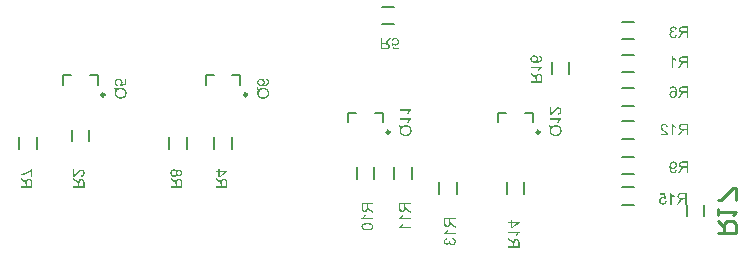
<source format=gbr>
%TF.GenerationSoftware,Altium Limited,Altium Designer,19.1.8 (144)*%
G04 Layer_Color=32896*
%FSLAX26Y26*%
%MOIN*%
%TF.FileFunction,Legend,Bot*%
%TF.Part,Single*%
G01*
G75*
%TA.AperFunction,NonConductor*%
%ADD27C,0.009842*%
%ADD28C,0.007874*%
%ADD29C,0.010000*%
G36*
X1763453Y1666708D02*
X1764419Y1666608D01*
X1765318Y1666442D01*
X1766184Y1666209D01*
X1766983Y1665976D01*
X1767716Y1665676D01*
X1768382Y1665376D01*
X1768981Y1665076D01*
X1769547Y1664777D01*
X1770013Y1664477D01*
X1770446Y1664177D01*
X1770779Y1663944D01*
X1771046Y1663711D01*
X1771245Y1663545D01*
X1771379Y1663445D01*
X1771412Y1663411D01*
X1772045Y1662779D01*
X1772577Y1662113D01*
X1773044Y1661447D01*
X1773443Y1660747D01*
X1773776Y1660082D01*
X1774043Y1659416D01*
X1774276Y1658749D01*
X1774476Y1658150D01*
X1774609Y1657584D01*
X1774709Y1657051D01*
X1774809Y1656585D01*
X1774842Y1656185D01*
X1774875Y1655852D01*
X1774908Y1655586D01*
Y1655386D01*
X1774842Y1654387D01*
X1774709Y1653455D01*
X1774509Y1652556D01*
X1774276Y1651790D01*
X1774142Y1651457D01*
X1774043Y1651157D01*
X1773943Y1650891D01*
X1773843Y1650658D01*
X1773776Y1650458D01*
X1773710Y1650325D01*
X1773643Y1650258D01*
Y1650225D01*
X1773110Y1649326D01*
X1772511Y1648526D01*
X1771878Y1647827D01*
X1771245Y1647228D01*
X1770679Y1646728D01*
X1770413Y1646528D01*
X1770213Y1646362D01*
X1770013Y1646229D01*
X1769880Y1646129D01*
X1769813Y1646095D01*
X1769780Y1646062D01*
X1770846Y1646095D01*
X1771812Y1646129D01*
X1772744Y1646195D01*
X1773610Y1646295D01*
X1774376Y1646395D01*
X1775108Y1646495D01*
X1775774Y1646595D01*
X1776374Y1646728D01*
X1776906Y1646828D01*
X1777339Y1646961D01*
X1777739Y1647061D01*
X1778072Y1647161D01*
X1778305Y1647261D01*
X1778505Y1647294D01*
X1778605Y1647361D01*
X1778638D01*
X1779204Y1647627D01*
X1779737Y1647894D01*
X1780236Y1648160D01*
X1780703Y1648460D01*
X1781136Y1648759D01*
X1781535Y1649059D01*
X1781868Y1649326D01*
X1782201Y1649625D01*
X1782467Y1649892D01*
X1782734Y1650125D01*
X1782934Y1650325D01*
X1783100Y1650524D01*
X1783233Y1650691D01*
X1783333Y1650791D01*
X1783367Y1650857D01*
X1783400Y1650891D01*
X1783833Y1651557D01*
X1784132Y1652223D01*
X1784366Y1652889D01*
X1784499Y1653521D01*
X1784599Y1654054D01*
X1784632Y1654287D01*
Y1654487D01*
X1784665Y1654620D01*
Y1654853D01*
X1784632Y1655353D01*
X1784565Y1655852D01*
X1784466Y1656319D01*
X1784366Y1656785D01*
X1784033Y1657584D01*
X1783666Y1658283D01*
X1783466Y1658550D01*
X1783267Y1658816D01*
X1783100Y1659049D01*
X1782967Y1659249D01*
X1782834Y1659382D01*
X1782734Y1659482D01*
X1782667Y1659549D01*
X1782634Y1659582D01*
X1782368Y1659782D01*
X1782101Y1659982D01*
X1781468Y1660348D01*
X1780803Y1660648D01*
X1780137Y1660914D01*
X1779537Y1661114D01*
X1779271Y1661214D01*
X1779071Y1661280D01*
X1778871Y1661314D01*
X1778738Y1661347D01*
X1778638Y1661380D01*
X1778605D01*
X1778971Y1666075D01*
X1779770Y1665942D01*
X1780569Y1665743D01*
X1781269Y1665543D01*
X1781935Y1665276D01*
X1782567Y1665010D01*
X1783133Y1664710D01*
X1783666Y1664410D01*
X1784132Y1664111D01*
X1784565Y1663811D01*
X1784932Y1663545D01*
X1785231Y1663278D01*
X1785498Y1663045D01*
X1785698Y1662845D01*
X1785864Y1662712D01*
X1785931Y1662612D01*
X1785964Y1662579D01*
X1786430Y1662013D01*
X1786796Y1661414D01*
X1787163Y1660814D01*
X1787463Y1660181D01*
X1787696Y1659582D01*
X1787895Y1658949D01*
X1788062Y1658350D01*
X1788195Y1657784D01*
X1788328Y1657251D01*
X1788395Y1656752D01*
X1788461Y1656285D01*
X1788495Y1655919D01*
X1788528Y1655586D01*
Y1655153D01*
X1788495Y1654054D01*
X1788328Y1652989D01*
X1788129Y1651990D01*
X1787829Y1651057D01*
X1787496Y1650191D01*
X1787130Y1649426D01*
X1786730Y1648693D01*
X1786330Y1648027D01*
X1785931Y1647428D01*
X1785531Y1646928D01*
X1785165Y1646495D01*
X1784832Y1646129D01*
X1784532Y1645829D01*
X1784332Y1645629D01*
X1784199Y1645496D01*
X1784132Y1645463D01*
X1783633Y1645097D01*
X1783133Y1644730D01*
X1782001Y1644098D01*
X1780769Y1643565D01*
X1779470Y1643099D01*
X1778139Y1642699D01*
X1776773Y1642366D01*
X1775441Y1642100D01*
X1774142Y1641866D01*
X1772910Y1641700D01*
X1771745Y1641600D01*
X1771179Y1641533D01*
X1770679Y1641500D01*
X1770213Y1641467D01*
X1769780Y1641434D01*
X1769381Y1641400D01*
X1769014D01*
X1768715D01*
X1768448Y1641367D01*
X1768215D01*
X1768082D01*
X1767982D01*
X1767949D01*
X1766150Y1641400D01*
X1764486Y1641533D01*
X1762954Y1641700D01*
X1761522Y1641933D01*
X1760256Y1642233D01*
X1759091Y1642532D01*
X1758025Y1642865D01*
X1757093Y1643232D01*
X1756294Y1643565D01*
X1755594Y1643898D01*
X1754995Y1644197D01*
X1754529Y1644497D01*
X1754162Y1644730D01*
X1753896Y1644897D01*
X1753763Y1645030D01*
X1753696Y1645063D01*
X1752930Y1645796D01*
X1752264Y1646562D01*
X1751698Y1647328D01*
X1751199Y1648127D01*
X1750766Y1648959D01*
X1750433Y1649758D01*
X1750133Y1650524D01*
X1749900Y1651290D01*
X1749734Y1651990D01*
X1749600Y1652622D01*
X1749501Y1653222D01*
X1749434Y1653721D01*
X1749401Y1654121D01*
X1749367Y1654420D01*
Y1654687D01*
X1749401Y1655320D01*
X1749434Y1655952D01*
X1749634Y1657118D01*
X1749734Y1657651D01*
X1749900Y1658183D01*
X1750033Y1658650D01*
X1750200Y1659082D01*
X1750333Y1659482D01*
X1750499Y1659848D01*
X1750633Y1660148D01*
X1750733Y1660415D01*
X1750866Y1660614D01*
X1750932Y1660747D01*
X1750966Y1660847D01*
X1750999Y1660881D01*
X1751332Y1661380D01*
X1751698Y1661846D01*
X1752431Y1662712D01*
X1753230Y1663445D01*
X1753996Y1664044D01*
X1754695Y1664544D01*
X1754995Y1664744D01*
X1755261Y1664877D01*
X1755461Y1665010D01*
X1755628Y1665110D01*
X1755728Y1665143D01*
X1755761Y1665176D01*
X1756360Y1665443D01*
X1756926Y1665709D01*
X1758125Y1666075D01*
X1759224Y1666375D01*
X1759757Y1666475D01*
X1760256Y1666542D01*
X1760723Y1666608D01*
X1761156Y1666675D01*
X1761522Y1666708D01*
X1761855D01*
X1762088Y1666742D01*
X1762288D01*
X1762421D01*
X1762454D01*
X1763453Y1666708D01*
D02*
G37*
G36*
X1788528Y1626415D02*
X1788062Y1626182D01*
X1787596Y1625882D01*
X1786663Y1625250D01*
X1785797Y1624550D01*
X1784998Y1623851D01*
X1784665Y1623518D01*
X1784332Y1623218D01*
X1784066Y1622952D01*
X1783833Y1622719D01*
X1783633Y1622486D01*
X1783500Y1622353D01*
X1783400Y1622253D01*
X1783367Y1622219D01*
X1782434Y1621087D01*
X1781568Y1619888D01*
X1780803Y1618723D01*
X1780436Y1618190D01*
X1780137Y1617657D01*
X1779837Y1617158D01*
X1779604Y1616725D01*
X1779371Y1616325D01*
X1779204Y1615992D01*
X1779071Y1615726D01*
X1778971Y1615493D01*
X1778904Y1615360D01*
X1778871Y1615326D01*
X1774309D01*
X1774642Y1616159D01*
X1775042Y1617025D01*
X1775441Y1617857D01*
X1775841Y1618623D01*
X1776007Y1618956D01*
X1776207Y1619289D01*
X1776340Y1619555D01*
X1776474Y1619789D01*
X1776573Y1619988D01*
X1776673Y1620121D01*
X1776707Y1620221D01*
X1776740Y1620255D01*
X1777339Y1621254D01*
X1777939Y1622120D01*
X1778505Y1622885D01*
X1778971Y1623551D01*
X1779204Y1623818D01*
X1779404Y1624051D01*
X1779570Y1624251D01*
X1779737Y1624450D01*
X1779837Y1624584D01*
X1779937Y1624684D01*
X1779970Y1624717D01*
X1780003Y1624750D01*
X1750000D01*
Y1629479D01*
X1788528D01*
Y1626415D01*
D02*
G37*
G36*
X1760456Y1602106D02*
X1761555Y1601374D01*
X1762554Y1600608D01*
X1763420Y1599908D01*
X1763786Y1599575D01*
X1764152Y1599276D01*
X1764486Y1598976D01*
X1764752Y1598710D01*
X1764985Y1598476D01*
X1765185Y1598277D01*
X1765351Y1598143D01*
X1765451Y1598010D01*
X1765518Y1597944D01*
X1765551Y1597910D01*
X1765917Y1597477D01*
X1766250Y1597011D01*
X1766583Y1596478D01*
X1766883Y1595979D01*
X1767116Y1595546D01*
X1767316Y1595180D01*
X1767383Y1595047D01*
X1767449Y1594947D01*
X1767483Y1594880D01*
Y1594847D01*
X1767649Y1595846D01*
X1767849Y1596778D01*
X1768082Y1597644D01*
X1768348Y1598443D01*
X1768615Y1599176D01*
X1768914Y1599875D01*
X1769214Y1600475D01*
X1769514Y1601007D01*
X1769813Y1601474D01*
X1770080Y1601873D01*
X1770346Y1602239D01*
X1770579Y1602506D01*
X1770746Y1602739D01*
X1770879Y1602872D01*
X1770979Y1602972D01*
X1771012Y1603005D01*
X1771545Y1603472D01*
X1772111Y1603871D01*
X1772711Y1604237D01*
X1773277Y1604537D01*
X1773876Y1604803D01*
X1774442Y1605037D01*
X1775008Y1605203D01*
X1775508Y1605336D01*
X1776007Y1605436D01*
X1776474Y1605536D01*
X1776873Y1605603D01*
X1777239Y1605636D01*
X1777506Y1605669D01*
X1777739D01*
X1777872D01*
X1777905D01*
X1778505Y1605636D01*
X1779071Y1605603D01*
X1780137Y1605436D01*
X1781136Y1605170D01*
X1781568Y1605037D01*
X1781968Y1604870D01*
X1782334Y1604737D01*
X1782667Y1604570D01*
X1782967Y1604437D01*
X1783200Y1604337D01*
X1783400Y1604204D01*
X1783533Y1604138D01*
X1783633Y1604104D01*
X1783666Y1604071D01*
X1784132Y1603771D01*
X1784565Y1603438D01*
X1784998Y1603072D01*
X1785365Y1602739D01*
X1785698Y1602373D01*
X1785997Y1602006D01*
X1786497Y1601340D01*
X1786863Y1600741D01*
X1786996Y1600475D01*
X1787130Y1600241D01*
X1787229Y1600075D01*
X1787296Y1599942D01*
X1787329Y1599842D01*
Y1599809D01*
X1787529Y1599276D01*
X1787696Y1598710D01*
X1787829Y1598110D01*
X1787962Y1597477D01*
X1788129Y1596179D01*
X1788262Y1594913D01*
X1788295Y1594314D01*
X1788328Y1593781D01*
X1788362Y1593282D01*
X1788395Y1592849D01*
Y1575000D01*
X1750000D01*
Y1580095D01*
X1767050D01*
Y1586655D01*
X1767016Y1587221D01*
X1766983Y1587721D01*
X1766950Y1588120D01*
X1766916Y1588420D01*
X1766883Y1588620D01*
X1766850Y1588753D01*
Y1588786D01*
X1766717Y1589219D01*
X1766550Y1589652D01*
X1766384Y1590018D01*
X1766217Y1590385D01*
X1766051Y1590651D01*
X1765951Y1590884D01*
X1765851Y1591051D01*
X1765818Y1591084D01*
X1765518Y1591517D01*
X1765118Y1591983D01*
X1764685Y1592416D01*
X1764286Y1592815D01*
X1763886Y1593182D01*
X1763553Y1593448D01*
X1763420Y1593548D01*
X1763320Y1593615D01*
X1763287Y1593681D01*
X1763253D01*
X1762887Y1593948D01*
X1762487Y1594247D01*
X1761655Y1594847D01*
X1760789Y1595479D01*
X1759923Y1596046D01*
X1759557Y1596312D01*
X1759191Y1596578D01*
X1758858Y1596778D01*
X1758558Y1596978D01*
X1758325Y1597145D01*
X1758159Y1597244D01*
X1758025Y1597311D01*
X1757992Y1597344D01*
X1750000Y1602406D01*
Y1608766D01*
X1760456Y1602106D01*
D02*
G37*
G36*
X2219290Y1207747D02*
X2219590Y1207281D01*
X2220223Y1206348D01*
X2220922Y1205483D01*
X2221621Y1204683D01*
X2221954Y1204350D01*
X2222254Y1204017D01*
X2222520Y1203751D01*
X2222753Y1203518D01*
X2222987Y1203318D01*
X2223120Y1203185D01*
X2223220Y1203085D01*
X2223253Y1203052D01*
X2224385Y1202119D01*
X2225584Y1201253D01*
X2226749Y1200487D01*
X2227282Y1200121D01*
X2227815Y1199822D01*
X2228315Y1199522D01*
X2228747Y1199289D01*
X2229147Y1199056D01*
X2229480Y1198889D01*
X2229747Y1198756D01*
X2229980Y1198656D01*
X2230113Y1198589D01*
X2230146Y1198556D01*
Y1193994D01*
X2229314Y1194327D01*
X2228448Y1194727D01*
X2227615Y1195126D01*
X2226849Y1195526D01*
X2226516Y1195692D01*
X2226183Y1195892D01*
X2225917Y1196025D01*
X2225684Y1196159D01*
X2225484Y1196258D01*
X2225351Y1196358D01*
X2225251Y1196392D01*
X2225218Y1196425D01*
X2224219Y1197024D01*
X2223353Y1197624D01*
X2222587Y1198190D01*
X2221921Y1198656D01*
X2221655Y1198889D01*
X2221421Y1199089D01*
X2221222Y1199255D01*
X2221022Y1199422D01*
X2220889Y1199522D01*
X2220789Y1199622D01*
X2220756Y1199655D01*
X2220722Y1199688D01*
Y1169685D01*
X2215994D01*
Y1208213D01*
X2219057D01*
X2219290Y1207747D01*
D02*
G37*
G36*
X2203073Y1187867D02*
X2198644Y1187301D01*
X2198211Y1187900D01*
X2197745Y1188400D01*
X2197279Y1188866D01*
X2196813Y1189232D01*
X2196413Y1189565D01*
X2196080Y1189765D01*
X2195947Y1189865D01*
X2195847Y1189931D01*
X2195814Y1189965D01*
X2195780D01*
X2195081Y1190298D01*
X2194382Y1190564D01*
X2193683Y1190731D01*
X2193050Y1190864D01*
X2192484Y1190930D01*
X2192251Y1190964D01*
X2192051Y1190997D01*
X2191685D01*
X2191019Y1190964D01*
X2190353Y1190897D01*
X2189753Y1190764D01*
X2189187Y1190631D01*
X2188654Y1190464D01*
X2188188Y1190264D01*
X2187722Y1190031D01*
X2187322Y1189832D01*
X2186956Y1189598D01*
X2186623Y1189365D01*
X2186357Y1189166D01*
X2186124Y1188999D01*
X2185957Y1188866D01*
X2185824Y1188733D01*
X2185757Y1188666D01*
X2185724Y1188633D01*
X2185324Y1188167D01*
X2184991Y1187700D01*
X2184658Y1187168D01*
X2184425Y1186668D01*
X2184192Y1186135D01*
X2184026Y1185602D01*
X2183726Y1184570D01*
X2183659Y1184104D01*
X2183593Y1183671D01*
X2183526Y1183271D01*
X2183493Y1182938D01*
X2183459Y1182672D01*
Y1182439D01*
Y1182306D01*
Y1182272D01*
X2183493Y1181506D01*
X2183559Y1180774D01*
X2183693Y1180075D01*
X2183826Y1179442D01*
X2183992Y1178809D01*
X2184192Y1178276D01*
X2184425Y1177744D01*
X2184625Y1177277D01*
X2184858Y1176878D01*
X2185091Y1176512D01*
X2185291Y1176212D01*
X2185457Y1175945D01*
X2185591Y1175746D01*
X2185724Y1175612D01*
X2185791Y1175513D01*
X2185824Y1175479D01*
X2186257Y1175013D01*
X2186723Y1174647D01*
X2187222Y1174280D01*
X2187722Y1174014D01*
X2188188Y1173748D01*
X2188654Y1173548D01*
X2189120Y1173381D01*
X2189587Y1173248D01*
X2189986Y1173115D01*
X2190386Y1173048D01*
X2190719Y1172982D01*
X2191019Y1172948D01*
X2191252D01*
X2191418Y1172915D01*
X2191585D01*
X2192117Y1172948D01*
X2192617Y1172982D01*
X2193516Y1173181D01*
X2194349Y1173481D01*
X2195048Y1173814D01*
X2195348Y1173981D01*
X2195647Y1174147D01*
X2195847Y1174314D01*
X2196047Y1174447D01*
X2196213Y1174547D01*
X2196313Y1174647D01*
X2196380Y1174680D01*
X2196413Y1174713D01*
X2196780Y1175080D01*
X2197079Y1175479D01*
X2197645Y1176345D01*
X2198078Y1177244D01*
X2198411Y1178143D01*
X2198544Y1178576D01*
X2198678Y1178942D01*
X2198744Y1179309D01*
X2198844Y1179608D01*
X2198877Y1179875D01*
X2198911Y1180041D01*
X2198944Y1180175D01*
Y1180208D01*
X2203906Y1179775D01*
X2203773Y1178876D01*
X2203606Y1178043D01*
X2203373Y1177244D01*
X2203106Y1176512D01*
X2202840Y1175812D01*
X2202507Y1175179D01*
X2202174Y1174580D01*
X2201841Y1174047D01*
X2201508Y1173581D01*
X2201208Y1173181D01*
X2200909Y1172815D01*
X2200676Y1172515D01*
X2200443Y1172282D01*
X2200276Y1172116D01*
X2200176Y1172016D01*
X2200143Y1171983D01*
X2199510Y1171483D01*
X2198811Y1171017D01*
X2198111Y1170617D01*
X2197412Y1170284D01*
X2196680Y1170018D01*
X2195980Y1169785D01*
X2195281Y1169585D01*
X2194615Y1169419D01*
X2193982Y1169285D01*
X2193416Y1169219D01*
X2192883Y1169152D01*
X2192450Y1169086D01*
X2192084D01*
X2191818Y1169052D01*
X2191585D01*
X2190419Y1169119D01*
X2189320Y1169252D01*
X2188288Y1169485D01*
X2187322Y1169785D01*
X2186423Y1170118D01*
X2185591Y1170517D01*
X2184825Y1170950D01*
X2184159Y1171383D01*
X2183559Y1171783D01*
X2183027Y1172216D01*
X2182560Y1172615D01*
X2182194Y1172948D01*
X2181894Y1173248D01*
X2181695Y1173481D01*
X2181561Y1173614D01*
X2181528Y1173681D01*
X2180995Y1174414D01*
X2180529Y1175179D01*
X2180096Y1175945D01*
X2179763Y1176711D01*
X2179463Y1177477D01*
X2179197Y1178210D01*
X2178997Y1178942D01*
X2178831Y1179642D01*
X2178731Y1180274D01*
X2178631Y1180874D01*
X2178564Y1181373D01*
X2178498Y1181840D01*
Y1182206D01*
X2178465Y1182472D01*
Y1182639D01*
Y1182705D01*
X2178498Y1183704D01*
X2178598Y1184670D01*
X2178798Y1185569D01*
X2178997Y1186402D01*
X2179264Y1187201D01*
X2179563Y1187933D01*
X2179863Y1188633D01*
X2180196Y1189232D01*
X2180529Y1189798D01*
X2180829Y1190264D01*
X2181128Y1190697D01*
X2181395Y1191030D01*
X2181595Y1191297D01*
X2181761Y1191496D01*
X2181894Y1191630D01*
X2181928Y1191663D01*
X2182594Y1192296D01*
X2183293Y1192829D01*
X2183992Y1193295D01*
X2184725Y1193694D01*
X2185424Y1194027D01*
X2186124Y1194294D01*
X2186823Y1194527D01*
X2187456Y1194727D01*
X2188088Y1194860D01*
X2188654Y1194960D01*
X2189154Y1195060D01*
X2189587Y1195093D01*
X2189920Y1195126D01*
X2190186Y1195159D01*
X2190419D01*
X2191119Y1195126D01*
X2191818Y1195060D01*
X2192484Y1194926D01*
X2193150Y1194793D01*
X2193782Y1194593D01*
X2194382Y1194394D01*
X2194948Y1194160D01*
X2195481Y1193961D01*
X2195947Y1193728D01*
X2196380Y1193495D01*
X2196746Y1193295D01*
X2197079Y1193095D01*
X2197346Y1192962D01*
X2197512Y1192829D01*
X2197645Y1192762D01*
X2197679Y1192729D01*
X2195614Y1203085D01*
X2180263D01*
Y1207580D01*
X2199344D01*
X2203073Y1187867D01*
D02*
G37*
G36*
X2270472Y1169685D02*
X2265378D01*
Y1186735D01*
X2258817D01*
X2258251Y1186701D01*
X2257752Y1186668D01*
X2257352Y1186635D01*
X2257052Y1186601D01*
X2256853Y1186568D01*
X2256720Y1186535D01*
X2256686D01*
X2256253Y1186402D01*
X2255820Y1186235D01*
X2255454Y1186069D01*
X2255088Y1185902D01*
X2254821Y1185736D01*
X2254588Y1185636D01*
X2254422Y1185536D01*
X2254389Y1185503D01*
X2253956Y1185203D01*
X2253489Y1184803D01*
X2253057Y1184370D01*
X2252657Y1183971D01*
X2252291Y1183571D01*
X2252024Y1183238D01*
X2251924Y1183105D01*
X2251858Y1183005D01*
X2251791Y1182972D01*
Y1182938D01*
X2251525Y1182572D01*
X2251225Y1182172D01*
X2250626Y1181340D01*
X2249993Y1180474D01*
X2249427Y1179608D01*
X2249160Y1179242D01*
X2248894Y1178876D01*
X2248694Y1178543D01*
X2248494Y1178243D01*
X2248328Y1178010D01*
X2248228Y1177843D01*
X2248161Y1177710D01*
X2248128Y1177677D01*
X2243066Y1169685D01*
X2236706D01*
X2243366Y1180141D01*
X2244099Y1181240D01*
X2244865Y1182239D01*
X2245564Y1183105D01*
X2245897Y1183471D01*
X2246197Y1183838D01*
X2246496Y1184170D01*
X2246763Y1184437D01*
X2246996Y1184670D01*
X2247196Y1184870D01*
X2247329Y1185036D01*
X2247462Y1185136D01*
X2247529Y1185203D01*
X2247562Y1185236D01*
X2247995Y1185602D01*
X2248461Y1185935D01*
X2248994Y1186268D01*
X2249493Y1186568D01*
X2249926Y1186801D01*
X2250293Y1187001D01*
X2250426Y1187068D01*
X2250526Y1187134D01*
X2250592Y1187168D01*
X2250626D01*
X2249627Y1187334D01*
X2248694Y1187534D01*
X2247828Y1187767D01*
X2247029Y1188033D01*
X2246297Y1188300D01*
X2245597Y1188599D01*
X2244998Y1188899D01*
X2244465Y1189199D01*
X2243999Y1189498D01*
X2243599Y1189765D01*
X2243233Y1190031D01*
X2242967Y1190264D01*
X2242733Y1190431D01*
X2242600Y1190564D01*
X2242500Y1190664D01*
X2242467Y1190697D01*
X2242001Y1191230D01*
X2241601Y1191796D01*
X2241235Y1192396D01*
X2240935Y1192962D01*
X2240669Y1193561D01*
X2240436Y1194127D01*
X2240269Y1194693D01*
X2240136Y1195193D01*
X2240036Y1195692D01*
X2239936Y1196159D01*
X2239870Y1196558D01*
X2239836Y1196924D01*
X2239803Y1197191D01*
Y1197424D01*
Y1197557D01*
Y1197590D01*
X2239836Y1198190D01*
X2239870Y1198756D01*
X2240036Y1199822D01*
X2240303Y1200821D01*
X2240436Y1201253D01*
X2240602Y1201653D01*
X2240735Y1202019D01*
X2240902Y1202352D01*
X2241035Y1202652D01*
X2241135Y1202885D01*
X2241268Y1203085D01*
X2241335Y1203218D01*
X2241368Y1203318D01*
X2241401Y1203351D01*
X2241701Y1203818D01*
X2242034Y1204250D01*
X2242401Y1204683D01*
X2242733Y1205050D01*
X2243100Y1205383D01*
X2243466Y1205682D01*
X2244132Y1206182D01*
X2244731Y1206548D01*
X2244998Y1206681D01*
X2245231Y1206814D01*
X2245398Y1206914D01*
X2245531Y1206981D01*
X2245631Y1207014D01*
X2245664D01*
X2246197Y1207214D01*
X2246763Y1207381D01*
X2247362Y1207514D01*
X2247995Y1207647D01*
X2249294Y1207813D01*
X2250559Y1207947D01*
X2251158Y1207980D01*
X2251691Y1208013D01*
X2252191Y1208047D01*
X2252624Y1208080D01*
X2270472D01*
Y1169685D01*
D02*
G37*
G36*
X1688520Y1111380D02*
X1713395D01*
Y1107517D01*
X1688520Y1090002D01*
X1684191D01*
Y1106652D01*
X1675000D01*
Y1111380D01*
X1684191D01*
Y1116575D01*
X1688520D01*
Y1111380D01*
D02*
G37*
G36*
X1713528Y1076415D02*
X1713062Y1076182D01*
X1712596Y1075882D01*
X1711663Y1075250D01*
X1710797Y1074550D01*
X1709998Y1073851D01*
X1709665Y1073518D01*
X1709332Y1073218D01*
X1709066Y1072952D01*
X1708833Y1072719D01*
X1708633Y1072486D01*
X1708500Y1072353D01*
X1708400Y1072253D01*
X1708367Y1072219D01*
X1707434Y1071087D01*
X1706568Y1069888D01*
X1705803Y1068723D01*
X1705436Y1068190D01*
X1705137Y1067657D01*
X1704837Y1067158D01*
X1704604Y1066725D01*
X1704371Y1066325D01*
X1704204Y1065992D01*
X1704071Y1065726D01*
X1703971Y1065493D01*
X1703904Y1065360D01*
X1703871Y1065326D01*
X1699309D01*
X1699642Y1066159D01*
X1700042Y1067025D01*
X1700441Y1067857D01*
X1700841Y1068623D01*
X1701007Y1068956D01*
X1701207Y1069289D01*
X1701340Y1069555D01*
X1701474Y1069789D01*
X1701573Y1069988D01*
X1701673Y1070121D01*
X1701707Y1070221D01*
X1701740Y1070255D01*
X1702339Y1071254D01*
X1702939Y1072120D01*
X1703505Y1072885D01*
X1703971Y1073551D01*
X1704204Y1073818D01*
X1704404Y1074051D01*
X1704570Y1074251D01*
X1704737Y1074450D01*
X1704837Y1074584D01*
X1704937Y1074684D01*
X1704970Y1074717D01*
X1705003Y1074750D01*
X1675000D01*
Y1079479D01*
X1713528D01*
Y1076415D01*
D02*
G37*
G36*
X1685456Y1052106D02*
X1686555Y1051374D01*
X1687554Y1050608D01*
X1688420Y1049908D01*
X1688786Y1049575D01*
X1689152Y1049276D01*
X1689486Y1048976D01*
X1689752Y1048710D01*
X1689985Y1048476D01*
X1690185Y1048277D01*
X1690351Y1048143D01*
X1690451Y1048010D01*
X1690518Y1047944D01*
X1690551Y1047910D01*
X1690917Y1047477D01*
X1691250Y1047011D01*
X1691583Y1046478D01*
X1691883Y1045979D01*
X1692116Y1045546D01*
X1692316Y1045180D01*
X1692383Y1045047D01*
X1692449Y1044947D01*
X1692483Y1044880D01*
Y1044847D01*
X1692649Y1045846D01*
X1692849Y1046778D01*
X1693082Y1047644D01*
X1693348Y1048443D01*
X1693615Y1049176D01*
X1693914Y1049875D01*
X1694214Y1050475D01*
X1694514Y1051007D01*
X1694813Y1051474D01*
X1695080Y1051873D01*
X1695346Y1052239D01*
X1695579Y1052506D01*
X1695746Y1052739D01*
X1695879Y1052872D01*
X1695979Y1052972D01*
X1696012Y1053005D01*
X1696545Y1053472D01*
X1697111Y1053871D01*
X1697711Y1054237D01*
X1698277Y1054537D01*
X1698876Y1054803D01*
X1699442Y1055037D01*
X1700008Y1055203D01*
X1700508Y1055336D01*
X1701007Y1055436D01*
X1701474Y1055536D01*
X1701873Y1055603D01*
X1702239Y1055636D01*
X1702506Y1055669D01*
X1702739D01*
X1702872D01*
X1702905D01*
X1703505Y1055636D01*
X1704071Y1055603D01*
X1705137Y1055436D01*
X1706136Y1055170D01*
X1706568Y1055037D01*
X1706968Y1054870D01*
X1707334Y1054737D01*
X1707667Y1054570D01*
X1707967Y1054437D01*
X1708200Y1054337D01*
X1708400Y1054204D01*
X1708533Y1054138D01*
X1708633Y1054104D01*
X1708666Y1054071D01*
X1709132Y1053771D01*
X1709565Y1053438D01*
X1709998Y1053072D01*
X1710365Y1052739D01*
X1710698Y1052373D01*
X1710997Y1052006D01*
X1711497Y1051340D01*
X1711863Y1050741D01*
X1711996Y1050475D01*
X1712130Y1050241D01*
X1712229Y1050075D01*
X1712296Y1049942D01*
X1712329Y1049842D01*
Y1049809D01*
X1712529Y1049276D01*
X1712696Y1048710D01*
X1712829Y1048110D01*
X1712962Y1047477D01*
X1713129Y1046179D01*
X1713262Y1044913D01*
X1713295Y1044314D01*
X1713328Y1043781D01*
X1713362Y1043282D01*
X1713395Y1042849D01*
Y1025000D01*
X1675000D01*
Y1030095D01*
X1692050D01*
Y1036655D01*
X1692016Y1037221D01*
X1691983Y1037721D01*
X1691950Y1038120D01*
X1691916Y1038420D01*
X1691883Y1038620D01*
X1691850Y1038753D01*
Y1038786D01*
X1691717Y1039219D01*
X1691550Y1039652D01*
X1691384Y1040018D01*
X1691217Y1040385D01*
X1691051Y1040651D01*
X1690951Y1040884D01*
X1690851Y1041051D01*
X1690818Y1041084D01*
X1690518Y1041517D01*
X1690118Y1041983D01*
X1689685Y1042416D01*
X1689286Y1042815D01*
X1688886Y1043182D01*
X1688553Y1043448D01*
X1688420Y1043548D01*
X1688320Y1043615D01*
X1688287Y1043681D01*
X1688253D01*
X1687887Y1043948D01*
X1687487Y1044247D01*
X1686655Y1044847D01*
X1685789Y1045479D01*
X1684923Y1046046D01*
X1684557Y1046312D01*
X1684191Y1046578D01*
X1683858Y1046778D01*
X1683558Y1046978D01*
X1683325Y1047145D01*
X1683159Y1047244D01*
X1683025Y1047311D01*
X1682992Y1047344D01*
X1675000Y1052406D01*
Y1058766D01*
X1685456Y1052106D01*
D02*
G37*
G36*
X1500000Y1119905D02*
X1482950D01*
Y1113345D01*
X1482984Y1112779D01*
X1483017Y1112279D01*
X1483050Y1111880D01*
X1483084Y1111580D01*
X1483117Y1111380D01*
X1483150Y1111247D01*
Y1111214D01*
X1483283Y1110781D01*
X1483450Y1110348D01*
X1483616Y1109982D01*
X1483783Y1109615D01*
X1483949Y1109349D01*
X1484049Y1109116D01*
X1484149Y1108949D01*
X1484182Y1108916D01*
X1484482Y1108483D01*
X1484882Y1108017D01*
X1485315Y1107584D01*
X1485714Y1107185D01*
X1486114Y1106818D01*
X1486447Y1106552D01*
X1486580Y1106452D01*
X1486680Y1106385D01*
X1486713Y1106319D01*
X1486747D01*
X1487113Y1106052D01*
X1487513Y1105753D01*
X1488345Y1105153D01*
X1489211Y1104521D01*
X1490077Y1103954D01*
X1490443Y1103688D01*
X1490809Y1103422D01*
X1491142Y1103222D01*
X1491442Y1103022D01*
X1491675Y1102855D01*
X1491841Y1102756D01*
X1491975Y1102689D01*
X1492008Y1102656D01*
X1500000Y1097594D01*
Y1091234D01*
X1489544Y1097894D01*
X1488445Y1098626D01*
X1487446Y1099392D01*
X1486580Y1100092D01*
X1486214Y1100425D01*
X1485848Y1100724D01*
X1485514Y1101024D01*
X1485248Y1101290D01*
X1485015Y1101524D01*
X1484815Y1101723D01*
X1484649Y1101857D01*
X1484549Y1101990D01*
X1484482Y1102056D01*
X1484449Y1102090D01*
X1484083Y1102523D01*
X1483750Y1102989D01*
X1483417Y1103522D01*
X1483117Y1104021D01*
X1482884Y1104454D01*
X1482684Y1104820D01*
X1482617Y1104953D01*
X1482551Y1105053D01*
X1482517Y1105120D01*
Y1105153D01*
X1482351Y1104154D01*
X1482151Y1103222D01*
X1481918Y1102356D01*
X1481652Y1101557D01*
X1481385Y1100824D01*
X1481086Y1100125D01*
X1480786Y1099525D01*
X1480486Y1098993D01*
X1480187Y1098526D01*
X1479920Y1098127D01*
X1479654Y1097761D01*
X1479421Y1097494D01*
X1479254Y1097261D01*
X1479121Y1097128D01*
X1479021Y1097028D01*
X1478988Y1096995D01*
X1478455Y1096528D01*
X1477889Y1096129D01*
X1477289Y1095763D01*
X1476723Y1095463D01*
X1476124Y1095197D01*
X1475558Y1094963D01*
X1474992Y1094797D01*
X1474492Y1094664D01*
X1473993Y1094564D01*
X1473526Y1094464D01*
X1473127Y1094397D01*
X1472761Y1094364D01*
X1472494Y1094331D01*
X1472261D01*
X1472128D01*
X1472095D01*
X1471495Y1094364D01*
X1470929Y1094397D01*
X1469863Y1094564D01*
X1468864Y1094830D01*
X1468432Y1094963D01*
X1468032Y1095130D01*
X1467666Y1095263D01*
X1467333Y1095430D01*
X1467033Y1095563D01*
X1466800Y1095663D01*
X1466600Y1095796D01*
X1466467Y1095862D01*
X1466367Y1095896D01*
X1466334Y1095929D01*
X1465868Y1096229D01*
X1465435Y1096562D01*
X1465002Y1096928D01*
X1464635Y1097261D01*
X1464302Y1097627D01*
X1464003Y1097994D01*
X1463503Y1098660D01*
X1463137Y1099259D01*
X1463004Y1099525D01*
X1462870Y1099759D01*
X1462771Y1099925D01*
X1462704Y1100058D01*
X1462671Y1100158D01*
Y1100191D01*
X1462471Y1100724D01*
X1462304Y1101290D01*
X1462171Y1101890D01*
X1462038Y1102523D01*
X1461871Y1103821D01*
X1461738Y1105087D01*
X1461705Y1105686D01*
X1461672Y1106219D01*
X1461638Y1106718D01*
X1461605Y1107151D01*
Y1125000D01*
X1500000D01*
Y1119905D01*
D02*
G37*
G36*
X1475358Y1083841D02*
X1474958Y1082975D01*
X1474559Y1082143D01*
X1474159Y1081377D01*
X1473993Y1081044D01*
X1473793Y1080711D01*
X1473660Y1080445D01*
X1473526Y1080211D01*
X1473427Y1080012D01*
X1473327Y1079879D01*
X1473293Y1079779D01*
X1473260Y1079745D01*
X1472661Y1078746D01*
X1472061Y1077880D01*
X1471495Y1077115D01*
X1471029Y1076449D01*
X1470796Y1076182D01*
X1470596Y1075949D01*
X1470430Y1075749D01*
X1470263Y1075550D01*
X1470163Y1075416D01*
X1470063Y1075316D01*
X1470030Y1075283D01*
X1469997Y1075250D01*
X1500000D01*
Y1070521D01*
X1461472D01*
Y1073585D01*
X1461938Y1073818D01*
X1462404Y1074118D01*
X1463337Y1074750D01*
X1464203Y1075450D01*
X1465002Y1076149D01*
X1465335Y1076482D01*
X1465668Y1076782D01*
X1465934Y1077048D01*
X1466167Y1077281D01*
X1466367Y1077514D01*
X1466500Y1077647D01*
X1466600Y1077747D01*
X1466633Y1077781D01*
X1467566Y1078913D01*
X1468432Y1080112D01*
X1469197Y1081277D01*
X1469564Y1081810D01*
X1469863Y1082343D01*
X1470163Y1082842D01*
X1470396Y1083275D01*
X1470629Y1083675D01*
X1470796Y1084008D01*
X1470929Y1084274D01*
X1471029Y1084507D01*
X1471096Y1084640D01*
X1471129Y1084674D01*
X1475691D01*
X1475358Y1083841D01*
D02*
G37*
G36*
X1490709Y1058267D02*
X1491542Y1058100D01*
X1492341Y1057867D01*
X1493074Y1057601D01*
X1493773Y1057301D01*
X1494439Y1057001D01*
X1495005Y1056668D01*
X1495538Y1056335D01*
X1496037Y1056002D01*
X1496470Y1055669D01*
X1496803Y1055403D01*
X1497103Y1055137D01*
X1497369Y1054903D01*
X1497536Y1054737D01*
X1497636Y1054637D01*
X1497669Y1054604D01*
X1498202Y1053971D01*
X1498668Y1053272D01*
X1499068Y1052606D01*
X1499401Y1051873D01*
X1499700Y1051174D01*
X1499933Y1050475D01*
X1500133Y1049809D01*
X1500300Y1049143D01*
X1500400Y1048543D01*
X1500499Y1047977D01*
X1500566Y1047478D01*
X1500633Y1047045D01*
Y1046712D01*
X1500666Y1046445D01*
Y1046212D01*
X1500633Y1045180D01*
X1500499Y1044214D01*
X1500333Y1043282D01*
X1500133Y1042416D01*
X1499867Y1041583D01*
X1499567Y1040818D01*
X1499267Y1040118D01*
X1498934Y1039486D01*
X1498601Y1038919D01*
X1498302Y1038420D01*
X1498002Y1037987D01*
X1497736Y1037621D01*
X1497536Y1037321D01*
X1497336Y1037121D01*
X1497236Y1036988D01*
X1497203Y1036955D01*
X1496537Y1036289D01*
X1495838Y1035723D01*
X1495105Y1035256D01*
X1494406Y1034824D01*
X1493673Y1034457D01*
X1492974Y1034158D01*
X1492274Y1033925D01*
X1491642Y1033725D01*
X1491009Y1033558D01*
X1490443Y1033458D01*
X1489943Y1033358D01*
X1489511Y1033325D01*
X1489178Y1033292D01*
X1488911Y1033258D01*
X1488745D01*
X1488678D01*
X1487979Y1033292D01*
X1487346Y1033325D01*
X1486713Y1033425D01*
X1486147Y1033558D01*
X1485581Y1033691D01*
X1485082Y1033858D01*
X1484615Y1034024D01*
X1484182Y1034191D01*
X1483783Y1034391D01*
X1483450Y1034557D01*
X1483184Y1034724D01*
X1482917Y1034857D01*
X1482751Y1034990D01*
X1482584Y1035090D01*
X1482517Y1035123D01*
X1482484Y1035157D01*
X1482051Y1035523D01*
X1481652Y1035922D01*
X1481252Y1036355D01*
X1480919Y1036788D01*
X1480619Y1037221D01*
X1480353Y1037654D01*
X1479920Y1038520D01*
X1479754Y1038919D01*
X1479587Y1039286D01*
X1479487Y1039619D01*
X1479387Y1039885D01*
X1479321Y1040118D01*
X1479254Y1040285D01*
X1479221Y1040418D01*
Y1040451D01*
X1478721Y1039552D01*
X1478222Y1038753D01*
X1477656Y1038054D01*
X1477156Y1037521D01*
X1476690Y1037088D01*
X1476324Y1036755D01*
X1476190Y1036655D01*
X1476091Y1036589D01*
X1476024Y1036522D01*
X1475991D01*
X1475191Y1036056D01*
X1474426Y1035723D01*
X1473660Y1035490D01*
X1472960Y1035323D01*
X1472361Y1035223D01*
X1472095Y1035190D01*
X1471861D01*
X1471695Y1035157D01*
X1471562D01*
X1471495D01*
X1471462D01*
X1470962D01*
X1470496Y1035223D01*
X1469564Y1035390D01*
X1468731Y1035623D01*
X1467999Y1035856D01*
X1467666Y1035989D01*
X1467366Y1036122D01*
X1467133Y1036255D01*
X1466900Y1036355D01*
X1466733Y1036455D01*
X1466600Y1036522D01*
X1466534Y1036555D01*
X1466500Y1036589D01*
X1465668Y1037155D01*
X1464935Y1037821D01*
X1464302Y1038487D01*
X1463803Y1039119D01*
X1463370Y1039719D01*
X1463204Y1039952D01*
X1463070Y1040185D01*
X1462970Y1040351D01*
X1462904Y1040485D01*
X1462837Y1040584D01*
Y1040618D01*
X1462371Y1041617D01*
X1462038Y1042616D01*
X1461805Y1043615D01*
X1461638Y1044514D01*
X1461572Y1044914D01*
X1461539Y1045280D01*
X1461505Y1045613D01*
Y1045879D01*
X1461472Y1046112D01*
Y1046412D01*
X1461505Y1047245D01*
X1461572Y1048044D01*
X1461705Y1048810D01*
X1461871Y1049542D01*
X1462071Y1050208D01*
X1462304Y1050841D01*
X1462537Y1051407D01*
X1462771Y1051940D01*
X1463037Y1052406D01*
X1463270Y1052839D01*
X1463503Y1053172D01*
X1463703Y1053472D01*
X1463870Y1053738D01*
X1464003Y1053905D01*
X1464069Y1054004D01*
X1464103Y1054038D01*
X1464602Y1054571D01*
X1465168Y1055070D01*
X1465734Y1055536D01*
X1466334Y1055936D01*
X1466966Y1056302D01*
X1467566Y1056602D01*
X1468165Y1056901D01*
X1468731Y1057135D01*
X1469297Y1057334D01*
X1469797Y1057501D01*
X1470263Y1057634D01*
X1470663Y1057767D01*
X1470962Y1057834D01*
X1471229Y1057900D01*
X1471362Y1057934D01*
X1471429D01*
X1472261Y1053205D01*
X1471628Y1053105D01*
X1471029Y1052972D01*
X1470496Y1052806D01*
X1469997Y1052639D01*
X1469531Y1052439D01*
X1469098Y1052239D01*
X1468698Y1052040D01*
X1468365Y1051840D01*
X1468065Y1051673D01*
X1467799Y1051474D01*
X1467566Y1051307D01*
X1467399Y1051174D01*
X1467233Y1051041D01*
X1467133Y1050941D01*
X1467100Y1050908D01*
X1467066Y1050874D01*
X1466767Y1050508D01*
X1466500Y1050142D01*
X1466267Y1049775D01*
X1466067Y1049376D01*
X1465768Y1048610D01*
X1465534Y1047910D01*
X1465435Y1047278D01*
X1465401Y1047011D01*
X1465368Y1046778D01*
X1465335Y1046579D01*
Y1046312D01*
X1465368Y1045813D01*
X1465401Y1045313D01*
X1465601Y1044447D01*
X1465868Y1043648D01*
X1466200Y1043015D01*
X1466367Y1042716D01*
X1466534Y1042483D01*
X1466667Y1042283D01*
X1466800Y1042116D01*
X1466900Y1041950D01*
X1467000Y1041850D01*
X1467033Y1041817D01*
X1467066Y1041783D01*
X1467399Y1041484D01*
X1467732Y1041184D01*
X1468099Y1040951D01*
X1468432Y1040751D01*
X1469164Y1040451D01*
X1469830Y1040252D01*
X1470430Y1040118D01*
X1470696Y1040085D01*
X1470896Y1040052D01*
X1471096Y1040018D01*
X1471229D01*
X1471295D01*
X1471329D01*
X1471928Y1040052D01*
X1472494Y1040118D01*
X1472994Y1040252D01*
X1473493Y1040385D01*
X1473926Y1040584D01*
X1474326Y1040784D01*
X1474659Y1040984D01*
X1474992Y1041217D01*
X1475291Y1041450D01*
X1475524Y1041650D01*
X1475724Y1041850D01*
X1475891Y1042050D01*
X1476024Y1042183D01*
X1476124Y1042316D01*
X1476157Y1042383D01*
X1476190Y1042416D01*
X1476457Y1042882D01*
X1476690Y1043348D01*
X1477090Y1044281D01*
X1477356Y1045180D01*
X1477556Y1046012D01*
X1477622Y1046379D01*
X1477656Y1046745D01*
X1477722Y1047045D01*
Y1047311D01*
X1477756Y1047511D01*
Y1048044D01*
X1477722Y1048310D01*
X1477689Y1048510D01*
Y1048576D01*
X1481818Y1049109D01*
X1481652Y1048377D01*
X1481518Y1047744D01*
X1481452Y1047178D01*
X1481385Y1046678D01*
X1481352Y1046312D01*
X1481319Y1046012D01*
Y1045779D01*
X1481352Y1045180D01*
X1481419Y1044614D01*
X1481518Y1044081D01*
X1481652Y1043548D01*
X1481818Y1043082D01*
X1481985Y1042649D01*
X1482185Y1042216D01*
X1482351Y1041850D01*
X1482551Y1041517D01*
X1482751Y1041217D01*
X1482917Y1040984D01*
X1483084Y1040751D01*
X1483217Y1040618D01*
X1483317Y1040485D01*
X1483383Y1040418D01*
X1483417Y1040385D01*
X1483816Y1040018D01*
X1484249Y1039685D01*
X1484682Y1039386D01*
X1485148Y1039153D01*
X1485581Y1038953D01*
X1486047Y1038786D01*
X1486880Y1038520D01*
X1487279Y1038420D01*
X1487646Y1038353D01*
X1487945Y1038320D01*
X1488245Y1038287D01*
X1488478Y1038254D01*
X1488645D01*
X1488745D01*
X1488778D01*
X1489411Y1038287D01*
X1490010Y1038353D01*
X1490576Y1038453D01*
X1491109Y1038620D01*
X1491608Y1038786D01*
X1492075Y1038986D01*
X1492507Y1039186D01*
X1492907Y1039386D01*
X1493240Y1039619D01*
X1493573Y1039819D01*
X1493840Y1040018D01*
X1494073Y1040185D01*
X1494239Y1040351D01*
X1494372Y1040451D01*
X1494439Y1040518D01*
X1494472Y1040551D01*
X1494872Y1040984D01*
X1495238Y1041450D01*
X1495538Y1041917D01*
X1495804Y1042383D01*
X1496037Y1042882D01*
X1496204Y1043348D01*
X1496370Y1043781D01*
X1496470Y1044214D01*
X1496570Y1044647D01*
X1496637Y1045013D01*
X1496703Y1045346D01*
X1496737Y1045613D01*
X1496770Y1045846D01*
Y1046179D01*
X1496737Y1046678D01*
X1496703Y1047178D01*
X1496504Y1048110D01*
X1496204Y1048909D01*
X1495871Y1049609D01*
X1495738Y1049909D01*
X1495571Y1050175D01*
X1495405Y1050408D01*
X1495271Y1050574D01*
X1495171Y1050741D01*
X1495072Y1050841D01*
X1495038Y1050908D01*
X1495005Y1050941D01*
X1494639Y1051274D01*
X1494239Y1051607D01*
X1493806Y1051907D01*
X1493340Y1052173D01*
X1492408Y1052639D01*
X1491442Y1053039D01*
X1491009Y1053172D01*
X1490576Y1053305D01*
X1490210Y1053438D01*
X1489877Y1053505D01*
X1489577Y1053572D01*
X1489377Y1053638D01*
X1489244Y1053671D01*
X1489211D01*
X1489843Y1058400D01*
X1490709Y1058267D01*
D02*
G37*
G36*
X2196712Y1438495D02*
X2197644Y1438395D01*
X2198543Y1438262D01*
X2199376Y1438095D01*
X2200142Y1437862D01*
X2200874Y1437629D01*
X2201540Y1437363D01*
X2202106Y1437096D01*
X2202639Y1436830D01*
X2203105Y1436563D01*
X2203505Y1436330D01*
X2203838Y1436097D01*
X2204104Y1435931D01*
X2204271Y1435797D01*
X2204404Y1435698D01*
X2204437Y1435664D01*
X2205003Y1435098D01*
X2205536Y1434499D01*
X2205969Y1433866D01*
X2206369Y1433167D01*
X2206735Y1432501D01*
X2207035Y1431802D01*
X2207268Y1431136D01*
X2207501Y1430469D01*
X2207667Y1429837D01*
X2207801Y1429271D01*
X2207934Y1428738D01*
X2208000Y1428305D01*
X2208067Y1427939D01*
X2208100Y1427639D01*
X2208134Y1427473D01*
Y1427406D01*
X2203272Y1426906D01*
X2203238Y1427572D01*
X2203172Y1428172D01*
X2203072Y1428771D01*
X2202939Y1429304D01*
X2202806Y1429803D01*
X2202639Y1430270D01*
X2202439Y1430703D01*
X2202240Y1431102D01*
X2202073Y1431435D01*
X2201873Y1431735D01*
X2201707Y1431968D01*
X2201540Y1432201D01*
X2201440Y1432368D01*
X2201340Y1432467D01*
X2201274Y1432534D01*
X2201240Y1432567D01*
X2200841Y1432934D01*
X2200408Y1433233D01*
X2199975Y1433533D01*
X2199542Y1433766D01*
X2199076Y1433966D01*
X2198643Y1434132D01*
X2197777Y1434366D01*
X2197378Y1434466D01*
X2196978Y1434532D01*
X2196645Y1434565D01*
X2196379Y1434599D01*
X2196146Y1434632D01*
X2195813D01*
X2195213Y1434599D01*
X2194647Y1434565D01*
X2194114Y1434466D01*
X2193648Y1434332D01*
X2193182Y1434199D01*
X2192749Y1434033D01*
X2192349Y1433833D01*
X2191983Y1433666D01*
X2191650Y1433500D01*
X2191384Y1433300D01*
X2191151Y1433133D01*
X2190951Y1433000D01*
X2190784Y1432867D01*
X2190684Y1432801D01*
X2190618Y1432734D01*
X2190584Y1432701D01*
X2190218Y1432334D01*
X2189919Y1431935D01*
X2189652Y1431535D01*
X2189419Y1431136D01*
X2189219Y1430736D01*
X2189086Y1430370D01*
X2188820Y1429604D01*
X2188753Y1429271D01*
X2188686Y1428971D01*
X2188653Y1428671D01*
X2188620Y1428438D01*
X2188586Y1428238D01*
Y1428105D01*
Y1428005D01*
Y1427972D01*
X2188620Y1427473D01*
X2188686Y1426973D01*
X2188786Y1426474D01*
X2188919Y1425974D01*
X2189286Y1425008D01*
X2189685Y1424142D01*
X2189885Y1423743D01*
X2190085Y1423410D01*
X2190285Y1423077D01*
X2190451Y1422811D01*
X2190584Y1422611D01*
X2190684Y1422444D01*
X2190751Y1422344D01*
X2190784Y1422311D01*
X2191251Y1421712D01*
X2191783Y1421112D01*
X2192383Y1420446D01*
X2193015Y1419780D01*
X2193715Y1419081D01*
X2194414Y1418415D01*
X2195147Y1417749D01*
X2195846Y1417116D01*
X2196512Y1416517D01*
X2197145Y1415951D01*
X2197711Y1415451D01*
X2198244Y1415018D01*
X2198643Y1414652D01*
X2198976Y1414386D01*
X2199176Y1414219D01*
X2199209Y1414152D01*
X2199242D01*
X2199975Y1413553D01*
X2200674Y1412954D01*
X2201307Y1412388D01*
X2201907Y1411855D01*
X2202439Y1411355D01*
X2202972Y1410856D01*
X2203405Y1410423D01*
X2203838Y1410023D01*
X2204204Y1409657D01*
X2204504Y1409324D01*
X2204770Y1409024D01*
X2205003Y1408791D01*
X2205170Y1408625D01*
X2205303Y1408458D01*
X2205370Y1408392D01*
X2205403Y1408358D01*
X2206136Y1407426D01*
X2206768Y1406494D01*
X2207334Y1405661D01*
X2207734Y1404862D01*
X2207934Y1404529D01*
X2208067Y1404229D01*
X2208200Y1403929D01*
X2208300Y1403696D01*
X2208400Y1403530D01*
X2208467Y1403397D01*
X2208500Y1403297D01*
Y1403263D01*
X2208700Y1402664D01*
X2208833Y1402098D01*
X2208933Y1401532D01*
X2208999Y1401032D01*
X2209033Y1400633D01*
Y1400300D01*
Y1400167D01*
Y1400067D01*
Y1400033D01*
Y1400000D01*
X2183658D01*
Y1404529D01*
X2202473D01*
X2202173Y1404995D01*
X2201840Y1405461D01*
X2201507Y1405894D01*
X2201207Y1406260D01*
X2200941Y1406593D01*
X2200708Y1406860D01*
X2200575Y1406993D01*
X2200508Y1407060D01*
X2200242Y1407326D01*
X2199942Y1407626D01*
X2199542Y1407992D01*
X2199143Y1408358D01*
X2198244Y1409158D01*
X2197311Y1409957D01*
X2196878Y1410323D01*
X2196445Y1410689D01*
X2196079Y1411022D01*
X2195746Y1411322D01*
X2195446Y1411555D01*
X2195247Y1411722D01*
X2195080Y1411855D01*
X2195047Y1411888D01*
X2194114Y1412687D01*
X2193282Y1413420D01*
X2192483Y1414119D01*
X2191783Y1414752D01*
X2191117Y1415351D01*
X2190551Y1415917D01*
X2190018Y1416417D01*
X2189519Y1416883D01*
X2189119Y1417283D01*
X2188786Y1417649D01*
X2188487Y1417949D01*
X2188220Y1418182D01*
X2188054Y1418382D01*
X2187921Y1418548D01*
X2187854Y1418615D01*
X2187821Y1418648D01*
X2187055Y1419547D01*
X2186389Y1420413D01*
X2185856Y1421212D01*
X2185423Y1421911D01*
X2185256Y1422211D01*
X2185090Y1422477D01*
X2184957Y1422711D01*
X2184857Y1422944D01*
X2184790Y1423077D01*
X2184724Y1423210D01*
X2184690Y1423277D01*
Y1423310D01*
X2184357Y1424142D01*
X2184124Y1424975D01*
X2183958Y1425741D01*
X2183858Y1426440D01*
X2183758Y1427006D01*
Y1427273D01*
X2183725Y1427473D01*
Y1427639D01*
Y1427772D01*
Y1427839D01*
Y1427872D01*
X2183758Y1428705D01*
X2183858Y1429504D01*
X2184024Y1430270D01*
X2184224Y1430969D01*
X2184457Y1431635D01*
X2184757Y1432268D01*
X2185023Y1432834D01*
X2185323Y1433367D01*
X2185656Y1433833D01*
X2185923Y1434266D01*
X2186189Y1434632D01*
X2186455Y1434932D01*
X2186655Y1435165D01*
X2186822Y1435331D01*
X2186921Y1435431D01*
X2186955Y1435465D01*
X2187588Y1435997D01*
X2188253Y1436464D01*
X2188953Y1436896D01*
X2189685Y1437229D01*
X2190418Y1437529D01*
X2191151Y1437795D01*
X2191850Y1437995D01*
X2192549Y1438162D01*
X2193182Y1438262D01*
X2193781Y1438362D01*
X2194347Y1438428D01*
X2194814Y1438495D01*
X2195180D01*
X2195480Y1438528D01*
X2195713D01*
X2196712Y1438495D01*
D02*
G37*
G36*
X2223818Y1438062D02*
X2224118Y1437596D01*
X2224750Y1436663D01*
X2225450Y1435797D01*
X2226149Y1434998D01*
X2226482Y1434665D01*
X2226782Y1434332D01*
X2227048Y1434066D01*
X2227281Y1433833D01*
X2227514Y1433633D01*
X2227647Y1433500D01*
X2227747Y1433400D01*
X2227781Y1433367D01*
X2228913Y1432434D01*
X2230112Y1431568D01*
X2231277Y1430803D01*
X2231810Y1430436D01*
X2232343Y1430137D01*
X2232842Y1429837D01*
X2233275Y1429604D01*
X2233675Y1429371D01*
X2234008Y1429204D01*
X2234274Y1429071D01*
X2234507Y1428971D01*
X2234640Y1428904D01*
X2234674Y1428871D01*
Y1424309D01*
X2233841Y1424642D01*
X2232975Y1425042D01*
X2232143Y1425441D01*
X2231377Y1425841D01*
X2231044Y1426007D01*
X2230711Y1426207D01*
X2230445Y1426340D01*
X2230211Y1426474D01*
X2230012Y1426573D01*
X2229878Y1426673D01*
X2229779Y1426707D01*
X2229745Y1426740D01*
X2228746Y1427339D01*
X2227881Y1427939D01*
X2227115Y1428505D01*
X2226449Y1428971D01*
X2226182Y1429204D01*
X2225949Y1429404D01*
X2225749Y1429570D01*
X2225550Y1429737D01*
X2225416Y1429837D01*
X2225316Y1429937D01*
X2225283Y1429970D01*
X2225250Y1430003D01*
Y1400000D01*
X2220521D01*
Y1438528D01*
X2223585D01*
X2223818Y1438062D01*
D02*
G37*
G36*
X2275000Y1400000D02*
X2269905D01*
Y1417050D01*
X2263345D01*
X2262779Y1417016D01*
X2262279Y1416983D01*
X2261880Y1416950D01*
X2261580Y1416916D01*
X2261380Y1416883D01*
X2261247Y1416850D01*
X2261214D01*
X2260781Y1416717D01*
X2260348Y1416550D01*
X2259982Y1416384D01*
X2259615Y1416217D01*
X2259349Y1416051D01*
X2259116Y1415951D01*
X2258949Y1415851D01*
X2258916Y1415818D01*
X2258483Y1415518D01*
X2258017Y1415118D01*
X2257584Y1414685D01*
X2257184Y1414286D01*
X2256818Y1413886D01*
X2256552Y1413553D01*
X2256452Y1413420D01*
X2256385Y1413320D01*
X2256319Y1413287D01*
Y1413253D01*
X2256052Y1412887D01*
X2255753Y1412487D01*
X2255153Y1411655D01*
X2254521Y1410789D01*
X2253954Y1409923D01*
X2253688Y1409557D01*
X2253422Y1409191D01*
X2253222Y1408858D01*
X2253022Y1408558D01*
X2252856Y1408325D01*
X2252756Y1408159D01*
X2252689Y1408025D01*
X2252656Y1407992D01*
X2247594Y1400000D01*
X2241234D01*
X2247894Y1410456D01*
X2248626Y1411555D01*
X2249392Y1412554D01*
X2250092Y1413420D01*
X2250425Y1413786D01*
X2250724Y1414152D01*
X2251024Y1414486D01*
X2251290Y1414752D01*
X2251523Y1414985D01*
X2251723Y1415185D01*
X2251856Y1415351D01*
X2251990Y1415451D01*
X2252056Y1415518D01*
X2252090Y1415551D01*
X2252523Y1415917D01*
X2252989Y1416250D01*
X2253521Y1416583D01*
X2254021Y1416883D01*
X2254454Y1417116D01*
X2254820Y1417316D01*
X2254953Y1417383D01*
X2255053Y1417449D01*
X2255120Y1417483D01*
X2255153D01*
X2254154Y1417649D01*
X2253222Y1417849D01*
X2252356Y1418082D01*
X2251557Y1418348D01*
X2250824Y1418615D01*
X2250125Y1418914D01*
X2249526Y1419214D01*
X2248993Y1419514D01*
X2248526Y1419813D01*
X2248127Y1420080D01*
X2247761Y1420346D01*
X2247494Y1420579D01*
X2247261Y1420746D01*
X2247128Y1420879D01*
X2247028Y1420979D01*
X2246995Y1421012D01*
X2246528Y1421545D01*
X2246129Y1422111D01*
X2245763Y1422711D01*
X2245463Y1423277D01*
X2245197Y1423876D01*
X2244963Y1424442D01*
X2244797Y1425008D01*
X2244664Y1425508D01*
X2244564Y1426007D01*
X2244464Y1426474D01*
X2244397Y1426873D01*
X2244364Y1427239D01*
X2244331Y1427506D01*
Y1427739D01*
Y1427872D01*
Y1427905D01*
X2244364Y1428505D01*
X2244397Y1429071D01*
X2244564Y1430137D01*
X2244830Y1431136D01*
X2244963Y1431568D01*
X2245130Y1431968D01*
X2245263Y1432334D01*
X2245430Y1432667D01*
X2245563Y1432967D01*
X2245663Y1433200D01*
X2245796Y1433400D01*
X2245863Y1433533D01*
X2245896Y1433633D01*
X2245929Y1433666D01*
X2246229Y1434132D01*
X2246562Y1434565D01*
X2246928Y1434998D01*
X2247261Y1435365D01*
X2247627Y1435698D01*
X2247994Y1435997D01*
X2248660Y1436497D01*
X2249259Y1436863D01*
X2249526Y1436996D01*
X2249759Y1437130D01*
X2249925Y1437229D01*
X2250058Y1437296D01*
X2250158Y1437329D01*
X2250191D01*
X2250724Y1437529D01*
X2251290Y1437696D01*
X2251890Y1437829D01*
X2252523Y1437962D01*
X2253821Y1438129D01*
X2255087Y1438262D01*
X2255686Y1438295D01*
X2256219Y1438328D01*
X2256718Y1438362D01*
X2257151Y1438395D01*
X2275000D01*
Y1400000D01*
D02*
G37*
G36*
X1350000Y1169905D02*
X1332950D01*
Y1163345D01*
X1332984Y1162779D01*
X1333017Y1162279D01*
X1333050Y1161880D01*
X1333084Y1161580D01*
X1333117Y1161380D01*
X1333150Y1161247D01*
Y1161214D01*
X1333283Y1160781D01*
X1333450Y1160348D01*
X1333616Y1159982D01*
X1333783Y1159615D01*
X1333949Y1159349D01*
X1334049Y1159116D01*
X1334149Y1158949D01*
X1334182Y1158916D01*
X1334482Y1158483D01*
X1334882Y1158017D01*
X1335315Y1157584D01*
X1335714Y1157185D01*
X1336114Y1156818D01*
X1336447Y1156552D01*
X1336580Y1156452D01*
X1336680Y1156385D01*
X1336713Y1156319D01*
X1336747D01*
X1337113Y1156052D01*
X1337513Y1155753D01*
X1338345Y1155153D01*
X1339211Y1154521D01*
X1340077Y1153954D01*
X1340443Y1153688D01*
X1340809Y1153422D01*
X1341142Y1153222D01*
X1341442Y1153022D01*
X1341675Y1152855D01*
X1341841Y1152756D01*
X1341975Y1152689D01*
X1342008Y1152656D01*
X1350000Y1147594D01*
Y1141234D01*
X1339544Y1147894D01*
X1338445Y1148626D01*
X1337446Y1149392D01*
X1336580Y1150092D01*
X1336214Y1150425D01*
X1335848Y1150724D01*
X1335514Y1151024D01*
X1335248Y1151290D01*
X1335015Y1151524D01*
X1334815Y1151723D01*
X1334649Y1151857D01*
X1334549Y1151990D01*
X1334482Y1152056D01*
X1334449Y1152090D01*
X1334083Y1152523D01*
X1333750Y1152989D01*
X1333417Y1153522D01*
X1333117Y1154021D01*
X1332884Y1154454D01*
X1332684Y1154820D01*
X1332617Y1154953D01*
X1332551Y1155053D01*
X1332517Y1155120D01*
Y1155153D01*
X1332351Y1154154D01*
X1332151Y1153222D01*
X1331918Y1152356D01*
X1331652Y1151557D01*
X1331385Y1150824D01*
X1331086Y1150125D01*
X1330786Y1149525D01*
X1330486Y1148993D01*
X1330187Y1148526D01*
X1329920Y1148127D01*
X1329654Y1147761D01*
X1329421Y1147494D01*
X1329254Y1147261D01*
X1329121Y1147128D01*
X1329021Y1147028D01*
X1328988Y1146995D01*
X1328455Y1146528D01*
X1327889Y1146129D01*
X1327289Y1145763D01*
X1326723Y1145463D01*
X1326124Y1145197D01*
X1325558Y1144963D01*
X1324992Y1144797D01*
X1324492Y1144664D01*
X1323993Y1144564D01*
X1323526Y1144464D01*
X1323127Y1144397D01*
X1322761Y1144364D01*
X1322494Y1144331D01*
X1322261D01*
X1322128D01*
X1322095D01*
X1321495Y1144364D01*
X1320929Y1144397D01*
X1319863Y1144564D01*
X1318864Y1144830D01*
X1318432Y1144963D01*
X1318032Y1145130D01*
X1317666Y1145263D01*
X1317333Y1145430D01*
X1317033Y1145563D01*
X1316800Y1145663D01*
X1316600Y1145796D01*
X1316467Y1145862D01*
X1316367Y1145896D01*
X1316334Y1145929D01*
X1315868Y1146229D01*
X1315435Y1146562D01*
X1315002Y1146928D01*
X1314635Y1147261D01*
X1314302Y1147627D01*
X1314003Y1147994D01*
X1313503Y1148660D01*
X1313137Y1149259D01*
X1313004Y1149525D01*
X1312870Y1149759D01*
X1312771Y1149925D01*
X1312704Y1150058D01*
X1312671Y1150158D01*
Y1150191D01*
X1312471Y1150724D01*
X1312304Y1151290D01*
X1312171Y1151890D01*
X1312038Y1152523D01*
X1311871Y1153821D01*
X1311738Y1155087D01*
X1311705Y1155686D01*
X1311672Y1156219D01*
X1311638Y1156718D01*
X1311605Y1157151D01*
Y1175000D01*
X1350000D01*
Y1169905D01*
D02*
G37*
G36*
X1325358Y1133841D02*
X1324958Y1132975D01*
X1324559Y1132143D01*
X1324159Y1131377D01*
X1323993Y1131044D01*
X1323793Y1130711D01*
X1323660Y1130445D01*
X1323526Y1130211D01*
X1323427Y1130012D01*
X1323327Y1129879D01*
X1323293Y1129779D01*
X1323260Y1129745D01*
X1322661Y1128746D01*
X1322061Y1127880D01*
X1321495Y1127115D01*
X1321029Y1126449D01*
X1320796Y1126182D01*
X1320596Y1125949D01*
X1320430Y1125749D01*
X1320263Y1125550D01*
X1320163Y1125416D01*
X1320063Y1125316D01*
X1320030Y1125283D01*
X1319997Y1125250D01*
X1350000D01*
Y1120521D01*
X1311472D01*
Y1123585D01*
X1311938Y1123818D01*
X1312404Y1124118D01*
X1313337Y1124750D01*
X1314203Y1125450D01*
X1315002Y1126149D01*
X1315335Y1126482D01*
X1315668Y1126782D01*
X1315934Y1127048D01*
X1316167Y1127281D01*
X1316367Y1127514D01*
X1316500Y1127647D01*
X1316600Y1127747D01*
X1316633Y1127781D01*
X1317566Y1128913D01*
X1318432Y1130112D01*
X1319197Y1131277D01*
X1319564Y1131810D01*
X1319863Y1132343D01*
X1320163Y1132842D01*
X1320396Y1133275D01*
X1320629Y1133675D01*
X1320796Y1134008D01*
X1320929Y1134274D01*
X1321029Y1134507D01*
X1321096Y1134640D01*
X1321129Y1134674D01*
X1325691D01*
X1325358Y1133841D01*
D02*
G37*
G36*
Y1104004D02*
X1324958Y1103139D01*
X1324559Y1102306D01*
X1324159Y1101540D01*
X1323993Y1101207D01*
X1323793Y1100874D01*
X1323660Y1100608D01*
X1323526Y1100375D01*
X1323427Y1100175D01*
X1323327Y1100042D01*
X1323293Y1099942D01*
X1323260Y1099909D01*
X1322661Y1098909D01*
X1322061Y1098044D01*
X1321495Y1097278D01*
X1321029Y1096612D01*
X1320796Y1096345D01*
X1320596Y1096112D01*
X1320430Y1095912D01*
X1320263Y1095713D01*
X1320163Y1095580D01*
X1320063Y1095480D01*
X1320030Y1095446D01*
X1319997Y1095413D01*
X1350000D01*
Y1090684D01*
X1311472D01*
Y1093748D01*
X1311938Y1093981D01*
X1312404Y1094281D01*
X1313337Y1094914D01*
X1314203Y1095613D01*
X1315002Y1096312D01*
X1315335Y1096645D01*
X1315668Y1096945D01*
X1315934Y1097211D01*
X1316167Y1097444D01*
X1316367Y1097677D01*
X1316500Y1097811D01*
X1316600Y1097910D01*
X1316633Y1097944D01*
X1317566Y1099076D01*
X1318432Y1100275D01*
X1319197Y1101440D01*
X1319564Y1101973D01*
X1319863Y1102506D01*
X1320163Y1103005D01*
X1320396Y1103438D01*
X1320629Y1103838D01*
X1320796Y1104171D01*
X1320929Y1104437D01*
X1321029Y1104670D01*
X1321096Y1104804D01*
X1321129Y1104837D01*
X1325691D01*
X1325358Y1104004D01*
D02*
G37*
G36*
X1225000Y1169905D02*
X1207950D01*
Y1163345D01*
X1207984Y1162779D01*
X1208017Y1162279D01*
X1208050Y1161880D01*
X1208084Y1161580D01*
X1208117Y1161380D01*
X1208150Y1161247D01*
Y1161214D01*
X1208283Y1160781D01*
X1208450Y1160348D01*
X1208616Y1159982D01*
X1208783Y1159615D01*
X1208949Y1159349D01*
X1209049Y1159116D01*
X1209149Y1158949D01*
X1209182Y1158916D01*
X1209482Y1158483D01*
X1209882Y1158017D01*
X1210315Y1157584D01*
X1210714Y1157185D01*
X1211114Y1156818D01*
X1211447Y1156552D01*
X1211580Y1156452D01*
X1211680Y1156385D01*
X1211713Y1156319D01*
X1211747D01*
X1212113Y1156052D01*
X1212513Y1155753D01*
X1213345Y1155153D01*
X1214211Y1154521D01*
X1215077Y1153954D01*
X1215443Y1153688D01*
X1215809Y1153422D01*
X1216142Y1153222D01*
X1216442Y1153022D01*
X1216675Y1152855D01*
X1216841Y1152756D01*
X1216975Y1152689D01*
X1217008Y1152656D01*
X1225000Y1147594D01*
Y1141234D01*
X1214544Y1147894D01*
X1213445Y1148626D01*
X1212446Y1149392D01*
X1211580Y1150092D01*
X1211214Y1150425D01*
X1210848Y1150724D01*
X1210514Y1151024D01*
X1210248Y1151290D01*
X1210015Y1151524D01*
X1209815Y1151723D01*
X1209649Y1151857D01*
X1209549Y1151990D01*
X1209482Y1152056D01*
X1209449Y1152090D01*
X1209083Y1152523D01*
X1208750Y1152989D01*
X1208417Y1153522D01*
X1208117Y1154021D01*
X1207884Y1154454D01*
X1207684Y1154820D01*
X1207617Y1154953D01*
X1207551Y1155053D01*
X1207517Y1155120D01*
Y1155153D01*
X1207351Y1154154D01*
X1207151Y1153222D01*
X1206918Y1152356D01*
X1206652Y1151557D01*
X1206385Y1150824D01*
X1206086Y1150125D01*
X1205786Y1149525D01*
X1205486Y1148993D01*
X1205187Y1148526D01*
X1204920Y1148127D01*
X1204654Y1147761D01*
X1204421Y1147494D01*
X1204254Y1147261D01*
X1204121Y1147128D01*
X1204021Y1147028D01*
X1203988Y1146995D01*
X1203455Y1146528D01*
X1202889Y1146129D01*
X1202289Y1145763D01*
X1201723Y1145463D01*
X1201124Y1145197D01*
X1200558Y1144963D01*
X1199992Y1144797D01*
X1199492Y1144664D01*
X1198993Y1144564D01*
X1198526Y1144464D01*
X1198127Y1144397D01*
X1197761Y1144364D01*
X1197494Y1144331D01*
X1197261D01*
X1197128D01*
X1197095D01*
X1196495Y1144364D01*
X1195929Y1144397D01*
X1194863Y1144564D01*
X1193864Y1144830D01*
X1193432Y1144963D01*
X1193032Y1145130D01*
X1192666Y1145263D01*
X1192333Y1145430D01*
X1192033Y1145563D01*
X1191800Y1145663D01*
X1191600Y1145796D01*
X1191467Y1145862D01*
X1191367Y1145896D01*
X1191334Y1145929D01*
X1190868Y1146229D01*
X1190435Y1146562D01*
X1190002Y1146928D01*
X1189635Y1147261D01*
X1189302Y1147627D01*
X1189003Y1147994D01*
X1188503Y1148660D01*
X1188137Y1149259D01*
X1188004Y1149525D01*
X1187870Y1149759D01*
X1187771Y1149925D01*
X1187704Y1150058D01*
X1187671Y1150158D01*
Y1150191D01*
X1187471Y1150724D01*
X1187304Y1151290D01*
X1187171Y1151890D01*
X1187038Y1152523D01*
X1186871Y1153821D01*
X1186738Y1155087D01*
X1186705Y1155686D01*
X1186672Y1156219D01*
X1186638Y1156718D01*
X1186605Y1157151D01*
Y1175000D01*
X1225000D01*
Y1169905D01*
D02*
G37*
G36*
X1200358Y1133841D02*
X1199958Y1132975D01*
X1199559Y1132143D01*
X1199159Y1131377D01*
X1198993Y1131044D01*
X1198793Y1130711D01*
X1198660Y1130445D01*
X1198526Y1130211D01*
X1198427Y1130012D01*
X1198327Y1129879D01*
X1198293Y1129779D01*
X1198260Y1129745D01*
X1197661Y1128746D01*
X1197061Y1127880D01*
X1196495Y1127115D01*
X1196029Y1126449D01*
X1195796Y1126182D01*
X1195596Y1125949D01*
X1195430Y1125749D01*
X1195263Y1125550D01*
X1195163Y1125416D01*
X1195063Y1125316D01*
X1195030Y1125283D01*
X1194997Y1125250D01*
X1225000D01*
Y1120521D01*
X1186472D01*
Y1123585D01*
X1186938Y1123818D01*
X1187404Y1124118D01*
X1188337Y1124750D01*
X1189203Y1125450D01*
X1190002Y1126149D01*
X1190335Y1126482D01*
X1190668Y1126782D01*
X1190934Y1127048D01*
X1191167Y1127281D01*
X1191367Y1127514D01*
X1191500Y1127647D01*
X1191600Y1127747D01*
X1191633Y1127781D01*
X1192566Y1128913D01*
X1193432Y1130112D01*
X1194197Y1131277D01*
X1194564Y1131810D01*
X1194863Y1132343D01*
X1195163Y1132842D01*
X1195396Y1133275D01*
X1195629Y1133675D01*
X1195796Y1134008D01*
X1195929Y1134274D01*
X1196029Y1134507D01*
X1196096Y1134640D01*
X1196129Y1134674D01*
X1200691D01*
X1200358Y1133841D01*
D02*
G37*
G36*
X1208050Y1108400D02*
X1208949Y1108333D01*
X1209849Y1108267D01*
X1210714Y1108167D01*
X1211547Y1108067D01*
X1212313Y1107967D01*
X1213079Y1107834D01*
X1214477Y1107568D01*
X1215776Y1107235D01*
X1216908Y1106901D01*
X1217940Y1106535D01*
X1218840Y1106169D01*
X1219605Y1105836D01*
X1220238Y1105503D01*
X1220771Y1105236D01*
X1221170Y1104970D01*
X1221470Y1104804D01*
X1221637Y1104670D01*
X1221703Y1104637D01*
X1222403Y1104004D01*
X1223002Y1103338D01*
X1223535Y1102672D01*
X1223968Y1101940D01*
X1224367Y1101207D01*
X1224667Y1100475D01*
X1224933Y1099775D01*
X1225133Y1099076D01*
X1225300Y1098443D01*
X1225433Y1097844D01*
X1225499Y1097311D01*
X1225566Y1096845D01*
X1225599Y1096445D01*
X1225633Y1096146D01*
Y1095912D01*
X1225599Y1095147D01*
X1225533Y1094414D01*
X1225433Y1093715D01*
X1225266Y1093049D01*
X1225100Y1092449D01*
X1224933Y1091850D01*
X1224734Y1091350D01*
X1224501Y1090851D01*
X1224301Y1090418D01*
X1224101Y1090052D01*
X1223934Y1089719D01*
X1223735Y1089452D01*
X1223601Y1089219D01*
X1223502Y1089086D01*
X1223435Y1088986D01*
X1223402Y1088953D01*
X1222969Y1088453D01*
X1222469Y1087987D01*
X1221437Y1087121D01*
X1220371Y1086422D01*
X1219339Y1085823D01*
X1218873Y1085590D01*
X1218440Y1085390D01*
X1218040Y1085190D01*
X1217674Y1085057D01*
X1217408Y1084924D01*
X1217175Y1084857D01*
X1217041Y1084790D01*
X1217008D01*
X1216209Y1084557D01*
X1215343Y1084324D01*
X1214444Y1084124D01*
X1213545Y1083991D01*
X1211713Y1083725D01*
X1210848Y1083625D01*
X1209982Y1083558D01*
X1209182Y1083492D01*
X1208450Y1083458D01*
X1207784Y1083425D01*
X1207218D01*
X1206752Y1083392D01*
X1206385D01*
X1206252D01*
X1206152D01*
X1206119D01*
X1206086D01*
X1205053D01*
X1204054Y1083425D01*
X1203122Y1083458D01*
X1202256Y1083525D01*
X1201457Y1083591D01*
X1200724Y1083658D01*
X1200025Y1083758D01*
X1199426Y1083825D01*
X1198860Y1083891D01*
X1198393Y1083991D01*
X1197994Y1084058D01*
X1197627Y1084124D01*
X1197361Y1084191D01*
X1197195Y1084224D01*
X1197061Y1084257D01*
X1197028D01*
X1195829Y1084624D01*
X1194730Y1084990D01*
X1194231Y1085190D01*
X1193731Y1085390D01*
X1193298Y1085590D01*
X1192932Y1085789D01*
X1192566Y1085956D01*
X1192233Y1086122D01*
X1191966Y1086289D01*
X1191733Y1086389D01*
X1191567Y1086522D01*
X1191434Y1086589D01*
X1191367Y1086622D01*
X1191334Y1086655D01*
X1190501Y1087255D01*
X1189769Y1087887D01*
X1189169Y1088520D01*
X1188636Y1089153D01*
X1188237Y1089685D01*
X1188104Y1089918D01*
X1187970Y1090118D01*
X1187870Y1090285D01*
X1187804Y1090418D01*
X1187737Y1090485D01*
Y1090518D01*
X1187304Y1091417D01*
X1187005Y1092349D01*
X1186772Y1093248D01*
X1186638Y1094081D01*
X1186572Y1094481D01*
X1186539Y1094814D01*
X1186505Y1095113D01*
Y1095380D01*
X1186472Y1095613D01*
Y1095912D01*
X1186505Y1096678D01*
X1186572Y1097411D01*
X1186672Y1098110D01*
X1186838Y1098776D01*
X1187005Y1099376D01*
X1187171Y1099942D01*
X1187404Y1100475D01*
X1187604Y1100974D01*
X1187804Y1101407D01*
X1188004Y1101773D01*
X1188204Y1102106D01*
X1188370Y1102373D01*
X1188536Y1102572D01*
X1188636Y1102739D01*
X1188703Y1102839D01*
X1188736Y1102872D01*
X1189169Y1103372D01*
X1189635Y1103838D01*
X1190668Y1104704D01*
X1191733Y1105403D01*
X1192766Y1106002D01*
X1193265Y1106236D01*
X1193698Y1106435D01*
X1194098Y1106635D01*
X1194431Y1106768D01*
X1194730Y1106901D01*
X1194930Y1106968D01*
X1195097Y1107001D01*
X1195130Y1107035D01*
X1195929Y1107268D01*
X1196795Y1107501D01*
X1197694Y1107667D01*
X1198593Y1107834D01*
X1200425Y1108100D01*
X1201324Y1108167D01*
X1202156Y1108267D01*
X1202989Y1108300D01*
X1203721Y1108367D01*
X1204387Y1108400D01*
X1204953D01*
X1205420Y1108433D01*
X1205786D01*
X1205919D01*
X1206019D01*
X1206052D01*
X1206086D01*
X1207085D01*
X1208050Y1108400D01*
D02*
G37*
G36*
X2227181Y1313495D02*
X2228080Y1313362D01*
X2228946Y1313195D01*
X2229745Y1312962D01*
X2230511Y1312696D01*
X2231211Y1312396D01*
X2231876Y1312096D01*
X2232476Y1311763D01*
X2233009Y1311430D01*
X2233475Y1311097D01*
X2233874Y1310797D01*
X2234207Y1310531D01*
X2234474Y1310298D01*
X2234674Y1310131D01*
X2234807Y1309998D01*
X2234840Y1309965D01*
X2235440Y1309266D01*
X2235972Y1308533D01*
X2236439Y1307767D01*
X2236838Y1307001D01*
X2237138Y1306202D01*
X2237438Y1305436D01*
X2237671Y1304670D01*
X2237837Y1303938D01*
X2237970Y1303238D01*
X2238104Y1302606D01*
X2238170Y1302040D01*
X2238204Y1301540D01*
X2238237Y1301140D01*
X2238270Y1300841D01*
Y1300641D01*
Y1300608D01*
Y1300574D01*
X2238237Y1299542D01*
X2238137Y1298543D01*
X2237970Y1297644D01*
X2237737Y1296778D01*
X2237504Y1295946D01*
X2237238Y1295213D01*
X2236938Y1294514D01*
X2236605Y1293881D01*
X2236305Y1293348D01*
X2236006Y1292849D01*
X2235739Y1292416D01*
X2235473Y1292083D01*
X2235273Y1291816D01*
X2235107Y1291617D01*
X2235007Y1291484D01*
X2234973Y1291450D01*
X2234341Y1290851D01*
X2233675Y1290318D01*
X2233009Y1289852D01*
X2232309Y1289452D01*
X2231643Y1289152D01*
X2230977Y1288853D01*
X2230311Y1288620D01*
X2229712Y1288453D01*
X2229113Y1288320D01*
X2228580Y1288187D01*
X2228114Y1288120D01*
X2227714Y1288087D01*
X2227381Y1288054D01*
X2227115Y1288020D01*
X2226915D01*
X2225883Y1288087D01*
X2224883Y1288253D01*
X2224018Y1288453D01*
X2223218Y1288720D01*
X2222885Y1288853D01*
X2222586Y1288986D01*
X2222286Y1289086D01*
X2222086Y1289186D01*
X2221887Y1289286D01*
X2221753Y1289352D01*
X2221687Y1289419D01*
X2221653D01*
X2220788Y1289985D01*
X2219988Y1290584D01*
X2219322Y1291184D01*
X2218790Y1291750D01*
X2218323Y1292283D01*
X2218157Y1292483D01*
X2218024Y1292682D01*
X2217890Y1292849D01*
X2217824Y1292949D01*
X2217757Y1293015D01*
Y1292649D01*
Y1292349D01*
Y1292183D01*
Y1292116D01*
X2217791Y1291017D01*
X2217857Y1289985D01*
X2217990Y1289019D01*
X2218057Y1288553D01*
X2218090Y1288153D01*
X2218157Y1287754D01*
X2218224Y1287421D01*
X2218290Y1287088D01*
X2218357Y1286855D01*
X2218390Y1286622D01*
X2218423Y1286488D01*
X2218457Y1286389D01*
Y1286355D01*
X2218723Y1285356D01*
X2219023Y1284457D01*
X2219322Y1283691D01*
X2219589Y1283059D01*
X2219722Y1282759D01*
X2219855Y1282526D01*
X2219955Y1282326D01*
X2220055Y1282159D01*
X2220122Y1282026D01*
X2220188Y1281926D01*
X2220222Y1281893D01*
Y1281860D01*
X2220621Y1281260D01*
X2221087Y1280728D01*
X2221520Y1280295D01*
X2221953Y1279895D01*
X2222319Y1279595D01*
X2222619Y1279396D01*
X2222819Y1279229D01*
X2222852Y1279196D01*
X2222885D01*
X2223518Y1278863D01*
X2224184Y1278630D01*
X2224817Y1278463D01*
X2225416Y1278363D01*
X2225949Y1278297D01*
X2226149Y1278263D01*
X2226349Y1278230D01*
X2226715D01*
X2227181Y1278263D01*
X2227614Y1278297D01*
X2228447Y1278463D01*
X2229146Y1278696D01*
X2229745Y1278963D01*
X2230211Y1279196D01*
X2230411Y1279329D01*
X2230578Y1279429D01*
X2230711Y1279529D01*
X2230811Y1279595D01*
X2230844Y1279662D01*
X2230878D01*
X2231177Y1279962D01*
X2231444Y1280261D01*
X2231876Y1280994D01*
X2232276Y1281760D01*
X2232543Y1282526D01*
X2232776Y1283225D01*
X2232876Y1283525D01*
X2232942Y1283791D01*
X2232975Y1284024D01*
X2233009Y1284191D01*
X2233042Y1284291D01*
Y1284324D01*
X2237571Y1283891D01*
X2237438Y1283059D01*
X2237271Y1282293D01*
X2237038Y1281560D01*
X2236805Y1280894D01*
X2236539Y1280261D01*
X2236239Y1279695D01*
X2235939Y1279162D01*
X2235673Y1278696D01*
X2235373Y1278263D01*
X2235107Y1277897D01*
X2234840Y1277597D01*
X2234640Y1277331D01*
X2234441Y1277131D01*
X2234307Y1276998D01*
X2234207Y1276898D01*
X2234174Y1276865D01*
X2233608Y1276432D01*
X2233042Y1276032D01*
X2232443Y1275699D01*
X2231810Y1275433D01*
X2231177Y1275167D01*
X2230578Y1274967D01*
X2229978Y1274800D01*
X2229412Y1274667D01*
X2228846Y1274567D01*
X2228380Y1274501D01*
X2227914Y1274434D01*
X2227548Y1274401D01*
X2227215D01*
X2226981Y1274367D01*
X2226782D01*
X2226016Y1274401D01*
X2225250Y1274467D01*
X2224517Y1274567D01*
X2223851Y1274734D01*
X2223185Y1274900D01*
X2222586Y1275100D01*
X2222020Y1275300D01*
X2221487Y1275499D01*
X2221021Y1275699D01*
X2220621Y1275932D01*
X2220255Y1276099D01*
X2219955Y1276265D01*
X2219722Y1276432D01*
X2219522Y1276532D01*
X2219422Y1276598D01*
X2219389Y1276632D01*
X2218823Y1277065D01*
X2218290Y1277564D01*
X2217757Y1278097D01*
X2217324Y1278630D01*
X2216892Y1279162D01*
X2216492Y1279729D01*
X2216126Y1280261D01*
X2215826Y1280794D01*
X2215526Y1281294D01*
X2215293Y1281760D01*
X2215093Y1282193D01*
X2214927Y1282559D01*
X2214794Y1282825D01*
X2214694Y1283059D01*
X2214660Y1283225D01*
X2214627Y1283258D01*
X2214361Y1284124D01*
X2214094Y1285023D01*
X2213894Y1285956D01*
X2213695Y1286921D01*
X2213428Y1288886D01*
X2213328Y1289852D01*
X2213229Y1290751D01*
X2213162Y1291617D01*
X2213095Y1292416D01*
X2213062Y1293149D01*
Y1293748D01*
X2213029Y1294281D01*
Y1294480D01*
Y1294647D01*
Y1294780D01*
Y1294913D01*
Y1294947D01*
Y1294980D01*
X2213062Y1296279D01*
X2213095Y1297477D01*
X2213162Y1298610D01*
X2213295Y1299642D01*
X2213395Y1300608D01*
X2213528Y1301507D01*
X2213695Y1302306D01*
X2213828Y1303039D01*
X2213994Y1303671D01*
X2214128Y1304204D01*
X2214294Y1304704D01*
X2214394Y1305070D01*
X2214494Y1305370D01*
X2214594Y1305603D01*
X2214627Y1305736D01*
X2214660Y1305769D01*
X2214960Y1306435D01*
X2215326Y1307101D01*
X2215693Y1307667D01*
X2216059Y1308233D01*
X2216459Y1308766D01*
X2216858Y1309232D01*
X2217258Y1309665D01*
X2217624Y1310032D01*
X2217990Y1310365D01*
X2218323Y1310664D01*
X2218623Y1310931D01*
X2218890Y1311130D01*
X2219089Y1311297D01*
X2219256Y1311397D01*
X2219356Y1311464D01*
X2219389Y1311497D01*
X2219988Y1311863D01*
X2220555Y1312163D01*
X2221154Y1312429D01*
X2221753Y1312662D01*
X2222353Y1312862D01*
X2222919Y1313029D01*
X2223452Y1313162D01*
X2223951Y1313262D01*
X2224451Y1313362D01*
X2224883Y1313428D01*
X2225250Y1313461D01*
X2225583Y1313495D01*
X2225849Y1313528D01*
X2226215D01*
X2227181Y1313495D01*
D02*
G37*
G36*
X2275000Y1275000D02*
X2269905D01*
Y1292050D01*
X2263345D01*
X2262779Y1292016D01*
X2262279Y1291983D01*
X2261880Y1291950D01*
X2261580Y1291916D01*
X2261380Y1291883D01*
X2261247Y1291850D01*
X2261214D01*
X2260781Y1291717D01*
X2260348Y1291550D01*
X2259982Y1291384D01*
X2259615Y1291217D01*
X2259349Y1291051D01*
X2259116Y1290951D01*
X2258949Y1290851D01*
X2258916Y1290818D01*
X2258483Y1290518D01*
X2258017Y1290118D01*
X2257584Y1289685D01*
X2257184Y1289286D01*
X2256818Y1288886D01*
X2256552Y1288553D01*
X2256452Y1288420D01*
X2256385Y1288320D01*
X2256319Y1288287D01*
Y1288253D01*
X2256052Y1287887D01*
X2255753Y1287487D01*
X2255153Y1286655D01*
X2254521Y1285789D01*
X2253954Y1284923D01*
X2253688Y1284557D01*
X2253422Y1284191D01*
X2253222Y1283858D01*
X2253022Y1283558D01*
X2252856Y1283325D01*
X2252756Y1283159D01*
X2252689Y1283025D01*
X2252656Y1282992D01*
X2247594Y1275000D01*
X2241234D01*
X2247894Y1285456D01*
X2248626Y1286555D01*
X2249392Y1287554D01*
X2250092Y1288420D01*
X2250425Y1288786D01*
X2250724Y1289152D01*
X2251024Y1289486D01*
X2251290Y1289752D01*
X2251523Y1289985D01*
X2251723Y1290185D01*
X2251856Y1290351D01*
X2251990Y1290451D01*
X2252056Y1290518D01*
X2252090Y1290551D01*
X2252523Y1290917D01*
X2252989Y1291250D01*
X2253521Y1291583D01*
X2254021Y1291883D01*
X2254454Y1292116D01*
X2254820Y1292316D01*
X2254953Y1292383D01*
X2255053Y1292449D01*
X2255120Y1292483D01*
X2255153D01*
X2254154Y1292649D01*
X2253222Y1292849D01*
X2252356Y1293082D01*
X2251557Y1293348D01*
X2250824Y1293615D01*
X2250125Y1293914D01*
X2249526Y1294214D01*
X2248993Y1294514D01*
X2248526Y1294813D01*
X2248127Y1295080D01*
X2247761Y1295346D01*
X2247494Y1295579D01*
X2247261Y1295746D01*
X2247128Y1295879D01*
X2247028Y1295979D01*
X2246995Y1296012D01*
X2246528Y1296545D01*
X2246129Y1297111D01*
X2245763Y1297711D01*
X2245463Y1298277D01*
X2245197Y1298876D01*
X2244963Y1299442D01*
X2244797Y1300008D01*
X2244664Y1300508D01*
X2244564Y1301007D01*
X2244464Y1301474D01*
X2244397Y1301873D01*
X2244364Y1302239D01*
X2244331Y1302506D01*
Y1302739D01*
Y1302872D01*
Y1302905D01*
X2244364Y1303505D01*
X2244397Y1304071D01*
X2244564Y1305137D01*
X2244830Y1306136D01*
X2244963Y1306568D01*
X2245130Y1306968D01*
X2245263Y1307334D01*
X2245430Y1307667D01*
X2245563Y1307967D01*
X2245663Y1308200D01*
X2245796Y1308400D01*
X2245863Y1308533D01*
X2245896Y1308633D01*
X2245929Y1308666D01*
X2246229Y1309132D01*
X2246562Y1309565D01*
X2246928Y1309998D01*
X2247261Y1310365D01*
X2247627Y1310698D01*
X2247994Y1310997D01*
X2248660Y1311497D01*
X2249259Y1311863D01*
X2249526Y1311996D01*
X2249759Y1312130D01*
X2249925Y1312229D01*
X2250058Y1312296D01*
X2250158Y1312329D01*
X2250191D01*
X2250724Y1312529D01*
X2251290Y1312696D01*
X2251890Y1312829D01*
X2252523Y1312962D01*
X2253821Y1313129D01*
X2255087Y1313262D01*
X2255686Y1313295D01*
X2256219Y1313328D01*
X2256718Y1313362D01*
X2257151Y1313395D01*
X2275000D01*
Y1275000D01*
D02*
G37*
G36*
X561655Y1286938D02*
X562254Y1286905D01*
X563420Y1286672D01*
X563953Y1286538D01*
X564486Y1286372D01*
X564918Y1286205D01*
X565351Y1286039D01*
X565751Y1285872D01*
X566084Y1285706D01*
X566384Y1285539D01*
X566617Y1285406D01*
X566817Y1285273D01*
X566983Y1285173D01*
X567050Y1285140D01*
X567083Y1285107D01*
X567549Y1284740D01*
X567982Y1284341D01*
X568748Y1283475D01*
X569381Y1282576D01*
X569913Y1281710D01*
X570113Y1281310D01*
X570313Y1280944D01*
X570480Y1280578D01*
X570579Y1280278D01*
X570679Y1280045D01*
X570746Y1279878D01*
X570812Y1279745D01*
Y1279712D01*
X571012Y1280245D01*
X571245Y1280711D01*
X571479Y1281177D01*
X571745Y1281577D01*
X571978Y1281976D01*
X572244Y1282309D01*
X572477Y1282642D01*
X572744Y1282909D01*
X572944Y1283175D01*
X573177Y1283375D01*
X573343Y1283575D01*
X573510Y1283708D01*
X573643Y1283841D01*
X573743Y1283908D01*
X573809Y1283974D01*
X573843D01*
X574209Y1284241D01*
X574609Y1284440D01*
X575408Y1284807D01*
X576207Y1285073D01*
X576940Y1285240D01*
X577572Y1285340D01*
X577839Y1285373D01*
X578072D01*
X578238Y1285406D01*
X578372D01*
X578471D01*
X578505D01*
X579271Y1285373D01*
X580003Y1285273D01*
X580703Y1285107D01*
X581369Y1284940D01*
X582001Y1284674D01*
X582567Y1284440D01*
X583134Y1284141D01*
X583600Y1283874D01*
X584066Y1283575D01*
X584466Y1283275D01*
X584798Y1283042D01*
X585065Y1282809D01*
X585298Y1282609D01*
X585465Y1282443D01*
X585564Y1282343D01*
X585598Y1282309D01*
X586130Y1281710D01*
X586563Y1281077D01*
X586963Y1280411D01*
X587296Y1279745D01*
X587562Y1279079D01*
X587829Y1278413D01*
X587995Y1277747D01*
X588162Y1277114D01*
X588295Y1276515D01*
X588362Y1275982D01*
X588428Y1275483D01*
X588495Y1275050D01*
Y1274717D01*
X588528Y1274450D01*
Y1274217D01*
X588495Y1273318D01*
X588395Y1272453D01*
X588262Y1271620D01*
X588095Y1270854D01*
X587862Y1270155D01*
X587629Y1269489D01*
X587363Y1268889D01*
X587096Y1268323D01*
X586830Y1267857D01*
X586563Y1267424D01*
X586330Y1267058D01*
X586097Y1266758D01*
X585931Y1266492D01*
X585798Y1266325D01*
X585698Y1266225D01*
X585664Y1266192D01*
X585098Y1265659D01*
X584532Y1265193D01*
X583966Y1264793D01*
X583367Y1264460D01*
X582767Y1264161D01*
X582168Y1263928D01*
X581602Y1263728D01*
X581069Y1263561D01*
X580569Y1263461D01*
X580103Y1263362D01*
X579704Y1263295D01*
X579337Y1263228D01*
X579038D01*
X578838Y1263195D01*
X578671D01*
X578638D01*
X577639Y1263262D01*
X576740Y1263428D01*
X575907Y1263628D01*
X575208Y1263894D01*
X574908Y1264028D01*
X574642Y1264161D01*
X574409Y1264261D01*
X574242Y1264361D01*
X574076Y1264460D01*
X573976Y1264527D01*
X573909Y1264594D01*
X573876D01*
X573510Y1264893D01*
X573177Y1265193D01*
X572544Y1265892D01*
X572045Y1266625D01*
X571612Y1267324D01*
X571245Y1267990D01*
X571112Y1268257D01*
X571012Y1268490D01*
X570912Y1268723D01*
X570879Y1268856D01*
X570812Y1268956D01*
Y1268989D01*
X570613Y1268357D01*
X570413Y1267757D01*
X570146Y1267191D01*
X569913Y1266658D01*
X569614Y1266159D01*
X569347Y1265726D01*
X569048Y1265326D01*
X568748Y1264960D01*
X568481Y1264627D01*
X568248Y1264361D01*
X567982Y1264094D01*
X567782Y1263928D01*
X567616Y1263761D01*
X567482Y1263661D01*
X567416Y1263595D01*
X567383Y1263561D01*
X566883Y1263228D01*
X566384Y1262929D01*
X565851Y1262696D01*
X565318Y1262463D01*
X564818Y1262296D01*
X564286Y1262130D01*
X563287Y1261896D01*
X562821Y1261830D01*
X562421Y1261763D01*
X562055Y1261730D01*
X561722Y1261697D01*
X561455Y1261663D01*
X561255D01*
X561122D01*
X561089D01*
X560157Y1261697D01*
X559291Y1261830D01*
X558458Y1261996D01*
X557692Y1262196D01*
X556926Y1262463D01*
X556260Y1262762D01*
X555628Y1263062D01*
X555028Y1263395D01*
X554529Y1263728D01*
X554063Y1264028D01*
X553663Y1264327D01*
X553330Y1264594D01*
X553064Y1264793D01*
X552897Y1264993D01*
X552764Y1265093D01*
X552731Y1265127D01*
X552131Y1265793D01*
X551632Y1266525D01*
X551165Y1267258D01*
X550799Y1268024D01*
X550466Y1268823D01*
X550200Y1269589D01*
X549967Y1270321D01*
X549800Y1271021D01*
X549634Y1271720D01*
X549534Y1272319D01*
X549467Y1272885D01*
X549434Y1273385D01*
X549401Y1273784D01*
X549367Y1274051D01*
Y1274317D01*
X549401Y1275350D01*
X549500Y1276349D01*
X549667Y1277281D01*
X549900Y1278147D01*
X550133Y1278946D01*
X550433Y1279712D01*
X550733Y1280378D01*
X551032Y1281011D01*
X551332Y1281577D01*
X551632Y1282076D01*
X551931Y1282476D01*
X552164Y1282842D01*
X552398Y1283109D01*
X552564Y1283308D01*
X552664Y1283441D01*
X552697Y1283475D01*
X553330Y1284108D01*
X554029Y1284640D01*
X554729Y1285107D01*
X555428Y1285506D01*
X556127Y1285839D01*
X556793Y1286105D01*
X557459Y1286339D01*
X558092Y1286538D01*
X558691Y1286672D01*
X559257Y1286772D01*
X559757Y1286871D01*
X560157Y1286905D01*
X560523Y1286938D01*
X560756Y1286971D01*
X560922D01*
X560989D01*
X561655Y1286938D01*
D02*
G37*
G36*
X560456Y1252106D02*
X561555Y1251374D01*
X562554Y1250608D01*
X563420Y1249908D01*
X563786Y1249575D01*
X564153Y1249276D01*
X564486Y1248976D01*
X564752Y1248710D01*
X564985Y1248476D01*
X565185Y1248277D01*
X565351Y1248143D01*
X565451Y1248010D01*
X565518Y1247944D01*
X565551Y1247910D01*
X565917Y1247477D01*
X566250Y1247011D01*
X566583Y1246478D01*
X566883Y1245979D01*
X567116Y1245546D01*
X567316Y1245180D01*
X567383Y1245047D01*
X567449Y1244947D01*
X567482Y1244880D01*
Y1244847D01*
X567649Y1245846D01*
X567849Y1246778D01*
X568082Y1247644D01*
X568348Y1248443D01*
X568615Y1249176D01*
X568914Y1249875D01*
X569214Y1250475D01*
X569514Y1251007D01*
X569813Y1251474D01*
X570080Y1251873D01*
X570346Y1252239D01*
X570579Y1252506D01*
X570746Y1252739D01*
X570879Y1252872D01*
X570979Y1252972D01*
X571012Y1253005D01*
X571545Y1253472D01*
X572111Y1253871D01*
X572711Y1254237D01*
X573277Y1254537D01*
X573876Y1254803D01*
X574442Y1255037D01*
X575008Y1255203D01*
X575508Y1255336D01*
X576007Y1255436D01*
X576473Y1255536D01*
X576873Y1255603D01*
X577239Y1255636D01*
X577506Y1255669D01*
X577739D01*
X577872D01*
X577905D01*
X578505Y1255636D01*
X579071Y1255603D01*
X580136Y1255436D01*
X581135Y1255170D01*
X581568Y1255037D01*
X581968Y1254870D01*
X582334Y1254737D01*
X582667Y1254570D01*
X582967Y1254437D01*
X583200Y1254337D01*
X583400Y1254204D01*
X583533Y1254138D01*
X583633Y1254104D01*
X583666Y1254071D01*
X584133Y1253771D01*
X584565Y1253438D01*
X584998Y1253072D01*
X585365Y1252739D01*
X585698Y1252373D01*
X585997Y1252006D01*
X586497Y1251340D01*
X586863Y1250741D01*
X586996Y1250475D01*
X587130Y1250241D01*
X587229Y1250075D01*
X587296Y1249942D01*
X587329Y1249842D01*
Y1249809D01*
X587529Y1249276D01*
X587696Y1248710D01*
X587829Y1248110D01*
X587962Y1247477D01*
X588129Y1246179D01*
X588262Y1244913D01*
X588295Y1244314D01*
X588328Y1243781D01*
X588362Y1243282D01*
X588395Y1242849D01*
Y1225000D01*
X550000D01*
Y1230095D01*
X567050D01*
Y1236655D01*
X567016Y1237221D01*
X566983Y1237721D01*
X566950Y1238120D01*
X566916Y1238420D01*
X566883Y1238620D01*
X566850Y1238753D01*
Y1238786D01*
X566717Y1239219D01*
X566550Y1239652D01*
X566384Y1240018D01*
X566217Y1240385D01*
X566051Y1240651D01*
X565951Y1240884D01*
X565851Y1241051D01*
X565817Y1241084D01*
X565518Y1241517D01*
X565118Y1241983D01*
X564685Y1242416D01*
X564286Y1242815D01*
X563886Y1243182D01*
X563553Y1243448D01*
X563420Y1243548D01*
X563320Y1243615D01*
X563287Y1243681D01*
X563253D01*
X562887Y1243948D01*
X562487Y1244247D01*
X561655Y1244847D01*
X560789Y1245479D01*
X559923Y1246046D01*
X559557Y1246312D01*
X559191Y1246578D01*
X558858Y1246778D01*
X558558Y1246978D01*
X558325Y1247145D01*
X558159Y1247244D01*
X558025Y1247311D01*
X557992Y1247344D01*
X550000Y1252406D01*
Y1258766D01*
X560456Y1252106D01*
D02*
G37*
G36*
X87895Y1262030D02*
X83367D01*
Y1280844D01*
X82567Y1280178D01*
X81768Y1279512D01*
X80070Y1278280D01*
X79204Y1277681D01*
X78372Y1277114D01*
X77572Y1276582D01*
X76806Y1276116D01*
X76074Y1275649D01*
X75408Y1275250D01*
X74808Y1274917D01*
X74309Y1274617D01*
X73876Y1274384D01*
X73576Y1274184D01*
X73377Y1274084D01*
X73343Y1274051D01*
X73310D01*
X72178Y1273485D01*
X71079Y1272919D01*
X69947Y1272419D01*
X68848Y1271953D01*
X67782Y1271487D01*
X66783Y1271087D01*
X65784Y1270721D01*
X64885Y1270421D01*
X64053Y1270121D01*
X63287Y1269855D01*
X62587Y1269655D01*
X62021Y1269489D01*
X61555Y1269322D01*
X61222Y1269222D01*
X61089Y1269189D01*
X60989D01*
X60956Y1269156D01*
X60922D01*
X59757Y1268856D01*
X58625Y1268590D01*
X57526Y1268357D01*
X56527Y1268157D01*
X55561Y1267990D01*
X54662Y1267857D01*
X53830Y1267724D01*
X53064Y1267624D01*
X52364Y1267557D01*
X51765Y1267491D01*
X51232Y1267457D01*
X50799Y1267424D01*
X50466D01*
X50200Y1267391D01*
X50067D01*
X50000D01*
Y1272253D01*
X52098Y1272453D01*
X53097Y1272552D01*
X54063Y1272686D01*
X54995Y1272819D01*
X55861Y1272985D01*
X56660Y1273152D01*
X57426Y1273285D01*
X58092Y1273451D01*
X58691Y1273585D01*
X59224Y1273718D01*
X59690Y1273818D01*
X60057Y1273918D01*
X60323Y1273984D01*
X60456Y1274051D01*
X60523D01*
X61788Y1274450D01*
X63054Y1274850D01*
X64286Y1275283D01*
X65484Y1275749D01*
X66650Y1276215D01*
X67749Y1276682D01*
X68781Y1277114D01*
X69747Y1277581D01*
X70646Y1277980D01*
X71445Y1278380D01*
X72144Y1278713D01*
X72744Y1279013D01*
X73210Y1279279D01*
X73410Y1279379D01*
X73543Y1279446D01*
X73676Y1279512D01*
X73776Y1279579D01*
X73809Y1279612D01*
X73843D01*
X75008Y1280278D01*
X76141Y1280944D01*
X77206Y1281610D01*
X78172Y1282276D01*
X79104Y1282909D01*
X79970Y1283508D01*
X80736Y1284074D01*
X81435Y1284607D01*
X82068Y1285107D01*
X82634Y1285539D01*
X83100Y1285939D01*
X83500Y1286272D01*
X83799Y1286538D01*
X84033Y1286738D01*
X84166Y1286871D01*
X84199Y1286905D01*
X87895D01*
Y1262030D01*
D02*
G37*
G36*
X60456Y1252106D02*
X61555Y1251374D01*
X62554Y1250608D01*
X63420Y1249908D01*
X63786Y1249575D01*
X64153Y1249276D01*
X64486Y1248976D01*
X64752Y1248710D01*
X64985Y1248476D01*
X65185Y1248277D01*
X65351Y1248143D01*
X65451Y1248010D01*
X65518Y1247944D01*
X65551Y1247910D01*
X65917Y1247477D01*
X66250Y1247011D01*
X66583Y1246478D01*
X66883Y1245979D01*
X67116Y1245546D01*
X67316Y1245180D01*
X67383Y1245047D01*
X67449Y1244947D01*
X67483Y1244880D01*
Y1244847D01*
X67649Y1245846D01*
X67849Y1246778D01*
X68082Y1247644D01*
X68348Y1248443D01*
X68615Y1249176D01*
X68914Y1249875D01*
X69214Y1250475D01*
X69514Y1251007D01*
X69814Y1251474D01*
X70080Y1251873D01*
X70346Y1252239D01*
X70579Y1252506D01*
X70746Y1252739D01*
X70879Y1252872D01*
X70979Y1252972D01*
X71012Y1253005D01*
X71545Y1253472D01*
X72111Y1253871D01*
X72711Y1254237D01*
X73277Y1254537D01*
X73876Y1254803D01*
X74442Y1255037D01*
X75008Y1255203D01*
X75508Y1255336D01*
X76007Y1255436D01*
X76474Y1255536D01*
X76873Y1255603D01*
X77239Y1255636D01*
X77506Y1255669D01*
X77739D01*
X77872D01*
X77905D01*
X78505Y1255636D01*
X79071Y1255603D01*
X80136Y1255436D01*
X81135Y1255170D01*
X81568Y1255037D01*
X81968Y1254870D01*
X82334Y1254737D01*
X82667Y1254570D01*
X82967Y1254437D01*
X83200Y1254337D01*
X83400Y1254204D01*
X83533Y1254138D01*
X83633Y1254104D01*
X83666Y1254071D01*
X84132Y1253771D01*
X84565Y1253438D01*
X84998Y1253072D01*
X85365Y1252739D01*
X85698Y1252373D01*
X85997Y1252006D01*
X86497Y1251340D01*
X86863Y1250741D01*
X86996Y1250475D01*
X87129Y1250241D01*
X87229Y1250075D01*
X87296Y1249942D01*
X87329Y1249842D01*
Y1249809D01*
X87529Y1249276D01*
X87696Y1248710D01*
X87829Y1248110D01*
X87962Y1247477D01*
X88129Y1246179D01*
X88262Y1244913D01*
X88295Y1244314D01*
X88328Y1243781D01*
X88362Y1243282D01*
X88395Y1242849D01*
Y1225000D01*
X50000D01*
Y1230095D01*
X67050D01*
Y1236655D01*
X67016Y1237221D01*
X66983Y1237721D01*
X66950Y1238120D01*
X66916Y1238420D01*
X66883Y1238620D01*
X66850Y1238753D01*
Y1238786D01*
X66717Y1239219D01*
X66550Y1239652D01*
X66384Y1240018D01*
X66217Y1240385D01*
X66051Y1240651D01*
X65951Y1240884D01*
X65851Y1241051D01*
X65817Y1241084D01*
X65518Y1241517D01*
X65118Y1241983D01*
X64685Y1242416D01*
X64286Y1242815D01*
X63886Y1243182D01*
X63553Y1243448D01*
X63420Y1243548D01*
X63320Y1243615D01*
X63287Y1243681D01*
X63253D01*
X62887Y1243948D01*
X62487Y1244247D01*
X61655Y1244847D01*
X60789Y1245479D01*
X59923Y1246046D01*
X59557Y1246312D01*
X59191Y1246578D01*
X58858Y1246778D01*
X58558Y1246978D01*
X58325Y1247145D01*
X58158Y1247244D01*
X58025Y1247311D01*
X57992Y1247344D01*
X50000Y1252406D01*
Y1258766D01*
X60456Y1252106D01*
D02*
G37*
G36*
X2225783Y1563495D02*
X2226848Y1563328D01*
X2227847Y1563129D01*
X2228780Y1562829D01*
X2229645Y1562496D01*
X2230411Y1562130D01*
X2231144Y1561730D01*
X2231810Y1561330D01*
X2232409Y1560931D01*
X2232909Y1560531D01*
X2233342Y1560165D01*
X2233708Y1559832D01*
X2234008Y1559532D01*
X2234207Y1559332D01*
X2234341Y1559199D01*
X2234374Y1559132D01*
X2234740Y1558633D01*
X2235107Y1558133D01*
X2235739Y1557001D01*
X2236272Y1555769D01*
X2236738Y1554470D01*
X2237138Y1553139D01*
X2237471Y1551773D01*
X2237737Y1550441D01*
X2237970Y1549142D01*
X2238137Y1547910D01*
X2238237Y1546745D01*
X2238303Y1546179D01*
X2238337Y1545679D01*
X2238370Y1545213D01*
X2238403Y1544780D01*
X2238437Y1544381D01*
Y1544014D01*
Y1543715D01*
X2238470Y1543448D01*
Y1543215D01*
Y1543082D01*
Y1542982D01*
Y1542949D01*
X2238437Y1541150D01*
X2238303Y1539486D01*
X2238137Y1537954D01*
X2237904Y1536522D01*
X2237604Y1535256D01*
X2237304Y1534091D01*
X2236971Y1533025D01*
X2236605Y1532093D01*
X2236272Y1531294D01*
X2235939Y1530594D01*
X2235639Y1529995D01*
X2235340Y1529529D01*
X2235107Y1529162D01*
X2234940Y1528896D01*
X2234807Y1528763D01*
X2234774Y1528696D01*
X2234041Y1527930D01*
X2233275Y1527264D01*
X2232509Y1526698D01*
X2231710Y1526199D01*
X2230878Y1525766D01*
X2230078Y1525433D01*
X2229312Y1525133D01*
X2228546Y1524900D01*
X2227847Y1524734D01*
X2227215Y1524600D01*
X2226615Y1524501D01*
X2226116Y1524434D01*
X2225716Y1524401D01*
X2225416Y1524367D01*
X2225150D01*
X2224517Y1524401D01*
X2223885Y1524434D01*
X2222719Y1524634D01*
X2222186Y1524734D01*
X2221653Y1524900D01*
X2221187Y1525033D01*
X2220754Y1525200D01*
X2220355Y1525333D01*
X2219988Y1525499D01*
X2219689Y1525633D01*
X2219422Y1525733D01*
X2219222Y1525866D01*
X2219089Y1525932D01*
X2218989Y1525966D01*
X2218956Y1525999D01*
X2218457Y1526332D01*
X2217990Y1526698D01*
X2217125Y1527431D01*
X2216392Y1528230D01*
X2215793Y1528996D01*
X2215293Y1529695D01*
X2215093Y1529995D01*
X2214960Y1530261D01*
X2214827Y1530461D01*
X2214727Y1530628D01*
X2214694Y1530728D01*
X2214660Y1530761D01*
X2214394Y1531360D01*
X2214128Y1531926D01*
X2213761Y1533125D01*
X2213462Y1534224D01*
X2213362Y1534757D01*
X2213295Y1535256D01*
X2213229Y1535723D01*
X2213162Y1536156D01*
X2213129Y1536522D01*
Y1536855D01*
X2213095Y1537088D01*
Y1537288D01*
Y1537421D01*
Y1537454D01*
X2213129Y1538453D01*
X2213229Y1539419D01*
X2213395Y1540318D01*
X2213628Y1541184D01*
X2213861Y1541983D01*
X2214161Y1542716D01*
X2214461Y1543382D01*
X2214760Y1543981D01*
X2215060Y1544547D01*
X2215360Y1545013D01*
X2215659Y1545446D01*
X2215892Y1545779D01*
X2216126Y1546046D01*
X2216292Y1546245D01*
X2216392Y1546379D01*
X2216425Y1546412D01*
X2217058Y1547045D01*
X2217724Y1547577D01*
X2218390Y1548044D01*
X2219089Y1548443D01*
X2219755Y1548776D01*
X2220421Y1549043D01*
X2221087Y1549276D01*
X2221687Y1549476D01*
X2222253Y1549609D01*
X2222786Y1549709D01*
X2223252Y1549809D01*
X2223651Y1549842D01*
X2223984Y1549875D01*
X2224251Y1549908D01*
X2224451D01*
X2225450Y1549842D01*
X2226382Y1549709D01*
X2227281Y1549509D01*
X2228047Y1549276D01*
X2228380Y1549142D01*
X2228680Y1549043D01*
X2228946Y1548943D01*
X2229179Y1548843D01*
X2229379Y1548776D01*
X2229512Y1548710D01*
X2229579Y1548643D01*
X2229612D01*
X2230511Y1548110D01*
X2231310Y1547511D01*
X2232010Y1546878D01*
X2232609Y1546245D01*
X2233109Y1545679D01*
X2233308Y1545413D01*
X2233475Y1545213D01*
X2233608Y1545013D01*
X2233708Y1544880D01*
X2233741Y1544813D01*
X2233775Y1544780D01*
X2233741Y1545846D01*
X2233708Y1546812D01*
X2233641Y1547744D01*
X2233541Y1548610D01*
X2233442Y1549376D01*
X2233342Y1550108D01*
X2233242Y1550774D01*
X2233109Y1551374D01*
X2233009Y1551906D01*
X2232876Y1552339D01*
X2232776Y1552739D01*
X2232676Y1553072D01*
X2232576Y1553305D01*
X2232543Y1553505D01*
X2232476Y1553605D01*
Y1553638D01*
X2232209Y1554204D01*
X2231943Y1554737D01*
X2231677Y1555236D01*
X2231377Y1555703D01*
X2231077Y1556136D01*
X2230778Y1556535D01*
X2230511Y1556868D01*
X2230211Y1557201D01*
X2229945Y1557467D01*
X2229712Y1557734D01*
X2229512Y1557934D01*
X2229312Y1558100D01*
X2229146Y1558233D01*
X2229046Y1558333D01*
X2228979Y1558367D01*
X2228946Y1558400D01*
X2228280Y1558833D01*
X2227614Y1559132D01*
X2226948Y1559366D01*
X2226315Y1559499D01*
X2225783Y1559599D01*
X2225550Y1559632D01*
X2225350D01*
X2225216Y1559665D01*
X2224983D01*
X2224484Y1559632D01*
X2223984Y1559565D01*
X2223518Y1559466D01*
X2223052Y1559366D01*
X2222253Y1559033D01*
X2221553Y1558666D01*
X2221287Y1558466D01*
X2221021Y1558267D01*
X2220788Y1558100D01*
X2220588Y1557967D01*
X2220455Y1557834D01*
X2220355Y1557734D01*
X2220288Y1557667D01*
X2220255Y1557634D01*
X2220055Y1557368D01*
X2219855Y1557101D01*
X2219489Y1556468D01*
X2219189Y1555803D01*
X2218923Y1555137D01*
X2218723Y1554537D01*
X2218623Y1554271D01*
X2218557Y1554071D01*
X2218523Y1553871D01*
X2218490Y1553738D01*
X2218457Y1553638D01*
Y1553605D01*
X2213761Y1553971D01*
X2213894Y1554770D01*
X2214094Y1555569D01*
X2214294Y1556269D01*
X2214561Y1556935D01*
X2214827Y1557567D01*
X2215127Y1558133D01*
X2215426Y1558666D01*
X2215726Y1559132D01*
X2216026Y1559565D01*
X2216292Y1559932D01*
X2216559Y1560231D01*
X2216792Y1560498D01*
X2216991Y1560698D01*
X2217125Y1560864D01*
X2217224Y1560931D01*
X2217258Y1560964D01*
X2217824Y1561430D01*
X2218423Y1561796D01*
X2219023Y1562163D01*
X2219655Y1562463D01*
X2220255Y1562696D01*
X2220887Y1562895D01*
X2221487Y1563062D01*
X2222053Y1563195D01*
X2222586Y1563328D01*
X2223085Y1563395D01*
X2223552Y1563461D01*
X2223918Y1563495D01*
X2224251Y1563528D01*
X2224684D01*
X2225783Y1563495D01*
D02*
G37*
G36*
X2275000Y1525000D02*
X2269905D01*
Y1542050D01*
X2263345D01*
X2262779Y1542016D01*
X2262279Y1541983D01*
X2261880Y1541950D01*
X2261580Y1541916D01*
X2261380Y1541883D01*
X2261247Y1541850D01*
X2261214D01*
X2260781Y1541717D01*
X2260348Y1541550D01*
X2259982Y1541384D01*
X2259615Y1541217D01*
X2259349Y1541051D01*
X2259116Y1540951D01*
X2258949Y1540851D01*
X2258916Y1540818D01*
X2258483Y1540518D01*
X2258017Y1540118D01*
X2257584Y1539685D01*
X2257184Y1539286D01*
X2256818Y1538886D01*
X2256552Y1538553D01*
X2256452Y1538420D01*
X2256385Y1538320D01*
X2256319Y1538287D01*
Y1538253D01*
X2256052Y1537887D01*
X2255753Y1537487D01*
X2255153Y1536655D01*
X2254521Y1535789D01*
X2253954Y1534923D01*
X2253688Y1534557D01*
X2253422Y1534191D01*
X2253222Y1533858D01*
X2253022Y1533558D01*
X2252856Y1533325D01*
X2252756Y1533159D01*
X2252689Y1533025D01*
X2252656Y1532992D01*
X2247594Y1525000D01*
X2241234D01*
X2247894Y1535456D01*
X2248626Y1536555D01*
X2249392Y1537554D01*
X2250092Y1538420D01*
X2250425Y1538786D01*
X2250724Y1539152D01*
X2251024Y1539486D01*
X2251290Y1539752D01*
X2251523Y1539985D01*
X2251723Y1540185D01*
X2251856Y1540351D01*
X2251990Y1540451D01*
X2252056Y1540518D01*
X2252090Y1540551D01*
X2252523Y1540917D01*
X2252989Y1541250D01*
X2253521Y1541583D01*
X2254021Y1541883D01*
X2254454Y1542116D01*
X2254820Y1542316D01*
X2254953Y1542383D01*
X2255053Y1542449D01*
X2255120Y1542483D01*
X2255153D01*
X2254154Y1542649D01*
X2253222Y1542849D01*
X2252356Y1543082D01*
X2251557Y1543348D01*
X2250824Y1543615D01*
X2250125Y1543914D01*
X2249526Y1544214D01*
X2248993Y1544514D01*
X2248526Y1544813D01*
X2248127Y1545080D01*
X2247761Y1545346D01*
X2247494Y1545579D01*
X2247261Y1545746D01*
X2247128Y1545879D01*
X2247028Y1545979D01*
X2246995Y1546012D01*
X2246528Y1546545D01*
X2246129Y1547111D01*
X2245763Y1547711D01*
X2245463Y1548277D01*
X2245197Y1548876D01*
X2244963Y1549442D01*
X2244797Y1550008D01*
X2244664Y1550508D01*
X2244564Y1551007D01*
X2244464Y1551474D01*
X2244397Y1551873D01*
X2244364Y1552239D01*
X2244331Y1552506D01*
Y1552739D01*
Y1552872D01*
Y1552905D01*
X2244364Y1553505D01*
X2244397Y1554071D01*
X2244564Y1555137D01*
X2244830Y1556136D01*
X2244963Y1556568D01*
X2245130Y1556968D01*
X2245263Y1557334D01*
X2245430Y1557667D01*
X2245563Y1557967D01*
X2245663Y1558200D01*
X2245796Y1558400D01*
X2245863Y1558533D01*
X2245896Y1558633D01*
X2245929Y1558666D01*
X2246229Y1559132D01*
X2246562Y1559565D01*
X2246928Y1559998D01*
X2247261Y1560365D01*
X2247627Y1560698D01*
X2247994Y1560997D01*
X2248660Y1561497D01*
X2249259Y1561863D01*
X2249526Y1561996D01*
X2249759Y1562130D01*
X2249925Y1562229D01*
X2250058Y1562296D01*
X2250158Y1562329D01*
X2250191D01*
X2250724Y1562529D01*
X2251290Y1562696D01*
X2251890Y1562829D01*
X2252523Y1562962D01*
X2253821Y1563129D01*
X2255087Y1563262D01*
X2255686Y1563295D01*
X2256219Y1563328D01*
X2256718Y1563362D01*
X2257151Y1563395D01*
X2275000D01*
Y1525000D01*
D02*
G37*
G36*
X1277106Y1714544D02*
X1276374Y1713445D01*
X1275608Y1712446D01*
X1274908Y1711580D01*
X1274575Y1711214D01*
X1274276Y1710848D01*
X1273976Y1710514D01*
X1273710Y1710248D01*
X1273476Y1710015D01*
X1273277Y1709815D01*
X1273143Y1709649D01*
X1273010Y1709549D01*
X1272944Y1709482D01*
X1272910Y1709449D01*
X1272477Y1709083D01*
X1272011Y1708750D01*
X1271478Y1708417D01*
X1270979Y1708117D01*
X1270546Y1707884D01*
X1270180Y1707684D01*
X1270047Y1707617D01*
X1269947Y1707551D01*
X1269880Y1707517D01*
X1269847D01*
X1270846Y1707351D01*
X1271778Y1707151D01*
X1272644Y1706918D01*
X1273443Y1706652D01*
X1274176Y1706385D01*
X1274875Y1706086D01*
X1275475Y1705786D01*
X1276007Y1705486D01*
X1276474Y1705187D01*
X1276873Y1704920D01*
X1277239Y1704654D01*
X1277506Y1704421D01*
X1277739Y1704254D01*
X1277872Y1704121D01*
X1277972Y1704021D01*
X1278005Y1703988D01*
X1278472Y1703455D01*
X1278871Y1702889D01*
X1279237Y1702289D01*
X1279537Y1701723D01*
X1279803Y1701124D01*
X1280037Y1700558D01*
X1280203Y1699992D01*
X1280336Y1699492D01*
X1280436Y1698993D01*
X1280536Y1698526D01*
X1280603Y1698127D01*
X1280636Y1697761D01*
X1280669Y1697494D01*
Y1697261D01*
Y1697128D01*
Y1697095D01*
X1280636Y1696495D01*
X1280603Y1695929D01*
X1280436Y1694863D01*
X1280170Y1693864D01*
X1280037Y1693432D01*
X1279870Y1693032D01*
X1279737Y1692666D01*
X1279570Y1692333D01*
X1279437Y1692033D01*
X1279337Y1691800D01*
X1279204Y1691600D01*
X1279138Y1691467D01*
X1279104Y1691367D01*
X1279071Y1691334D01*
X1278771Y1690868D01*
X1278438Y1690435D01*
X1278072Y1690002D01*
X1277739Y1689635D01*
X1277373Y1689302D01*
X1277006Y1689003D01*
X1276340Y1688503D01*
X1275741Y1688137D01*
X1275475Y1688004D01*
X1275241Y1687870D01*
X1275075Y1687771D01*
X1274942Y1687704D01*
X1274842Y1687671D01*
X1274809D01*
X1274276Y1687471D01*
X1273710Y1687304D01*
X1273110Y1687171D01*
X1272477Y1687038D01*
X1271179Y1686871D01*
X1269913Y1686738D01*
X1269314Y1686705D01*
X1268781Y1686672D01*
X1268282Y1686638D01*
X1267849Y1686605D01*
X1250000D01*
Y1725000D01*
X1255095D01*
Y1707950D01*
X1261655D01*
X1262221Y1707984D01*
X1262721Y1708017D01*
X1263120Y1708050D01*
X1263420Y1708084D01*
X1263620Y1708117D01*
X1263753Y1708150D01*
X1263786D01*
X1264219Y1708283D01*
X1264652Y1708450D01*
X1265018Y1708616D01*
X1265385Y1708783D01*
X1265651Y1708949D01*
X1265884Y1709049D01*
X1266051Y1709149D01*
X1266084Y1709182D01*
X1266517Y1709482D01*
X1266983Y1709882D01*
X1267416Y1710315D01*
X1267815Y1710714D01*
X1268182Y1711114D01*
X1268448Y1711447D01*
X1268548Y1711580D01*
X1268615Y1711680D01*
X1268681Y1711713D01*
Y1711747D01*
X1268948Y1712113D01*
X1269247Y1712513D01*
X1269847Y1713345D01*
X1270479Y1714211D01*
X1271046Y1715077D01*
X1271312Y1715443D01*
X1271578Y1715809D01*
X1271778Y1716142D01*
X1271978Y1716442D01*
X1272145Y1716675D01*
X1272244Y1716841D01*
X1272311Y1716975D01*
X1272344Y1717008D01*
X1277406Y1725000D01*
X1283766D01*
X1277106Y1714544D01*
D02*
G37*
G36*
X1300216Y1725566D02*
X1301315Y1725433D01*
X1302348Y1725200D01*
X1303313Y1724900D01*
X1304212Y1724567D01*
X1305045Y1724168D01*
X1305811Y1723735D01*
X1306477Y1723302D01*
X1307076Y1722902D01*
X1307609Y1722469D01*
X1308075Y1722070D01*
X1308441Y1721737D01*
X1308741Y1721437D01*
X1308941Y1721204D01*
X1309074Y1721071D01*
X1309108Y1721004D01*
X1309640Y1720271D01*
X1310107Y1719505D01*
X1310539Y1718740D01*
X1310872Y1717974D01*
X1311172Y1717208D01*
X1311438Y1716475D01*
X1311638Y1715743D01*
X1311805Y1715043D01*
X1311905Y1714411D01*
X1312005Y1713811D01*
X1312071Y1713312D01*
X1312138Y1712845D01*
Y1712479D01*
X1312171Y1712213D01*
Y1712046D01*
Y1711980D01*
X1312138Y1710981D01*
X1312038Y1710015D01*
X1311838Y1709116D01*
X1311638Y1708283D01*
X1311372Y1707484D01*
X1311072Y1706752D01*
X1310773Y1706052D01*
X1310439Y1705453D01*
X1310107Y1704887D01*
X1309807Y1704421D01*
X1309507Y1703988D01*
X1309241Y1703655D01*
X1309041Y1703388D01*
X1308874Y1703188D01*
X1308741Y1703055D01*
X1308708Y1703022D01*
X1308042Y1702389D01*
X1307343Y1701857D01*
X1306643Y1701390D01*
X1305911Y1700991D01*
X1305211Y1700658D01*
X1304512Y1700391D01*
X1303813Y1700158D01*
X1303180Y1699958D01*
X1302547Y1699825D01*
X1301981Y1699725D01*
X1301482Y1699625D01*
X1301049Y1699592D01*
X1300716Y1699559D01*
X1300449Y1699525D01*
X1300216D01*
X1299517Y1699559D01*
X1298818Y1699625D01*
X1298152Y1699759D01*
X1297486Y1699892D01*
X1296853Y1700092D01*
X1296254Y1700291D01*
X1295688Y1700524D01*
X1295155Y1700724D01*
X1294689Y1700957D01*
X1294256Y1701190D01*
X1293889Y1701390D01*
X1293556Y1701590D01*
X1293290Y1701723D01*
X1293123Y1701857D01*
X1292990Y1701923D01*
X1292957Y1701956D01*
X1295022Y1691600D01*
X1310373D01*
Y1687105D01*
X1291292D01*
X1287562Y1706818D01*
X1291991Y1707384D01*
X1292424Y1706785D01*
X1292890Y1706285D01*
X1293357Y1705819D01*
X1293823Y1705453D01*
X1294222Y1705120D01*
X1294555Y1704920D01*
X1294689Y1704820D01*
X1294789Y1704754D01*
X1294822Y1704720D01*
X1294855D01*
X1295554Y1704387D01*
X1296254Y1704121D01*
X1296953Y1703954D01*
X1297586Y1703821D01*
X1298152Y1703755D01*
X1298385Y1703721D01*
X1298585Y1703688D01*
X1298951D01*
X1299617Y1703721D01*
X1300283Y1703788D01*
X1300882Y1703921D01*
X1301448Y1704054D01*
X1301981Y1704221D01*
X1302447Y1704421D01*
X1302914Y1704654D01*
X1303313Y1704853D01*
X1303680Y1705087D01*
X1304013Y1705320D01*
X1304279Y1705520D01*
X1304512Y1705686D01*
X1304679Y1705819D01*
X1304812Y1705952D01*
X1304878Y1706019D01*
X1304912Y1706052D01*
X1305311Y1706518D01*
X1305644Y1706985D01*
X1305977Y1707517D01*
X1306210Y1708017D01*
X1306444Y1708550D01*
X1306610Y1709083D01*
X1306910Y1710115D01*
X1306976Y1710581D01*
X1307043Y1711014D01*
X1307110Y1711414D01*
X1307143Y1711747D01*
X1307176Y1712013D01*
Y1712246D01*
Y1712379D01*
Y1712413D01*
X1307143Y1713178D01*
X1307076Y1713911D01*
X1306943Y1714610D01*
X1306810Y1715243D01*
X1306643Y1715876D01*
X1306444Y1716409D01*
X1306210Y1716941D01*
X1306011Y1717408D01*
X1305777Y1717807D01*
X1305544Y1718174D01*
X1305345Y1718473D01*
X1305178Y1718740D01*
X1305045Y1718939D01*
X1304912Y1719073D01*
X1304845Y1719172D01*
X1304812Y1719206D01*
X1304379Y1719672D01*
X1303913Y1720038D01*
X1303413Y1720405D01*
X1302914Y1720671D01*
X1302447Y1720937D01*
X1301981Y1721137D01*
X1301515Y1721304D01*
X1301049Y1721437D01*
X1300649Y1721570D01*
X1300250Y1721637D01*
X1299917Y1721703D01*
X1299617Y1721737D01*
X1299384D01*
X1299217Y1721770D01*
X1299051D01*
X1298518Y1721737D01*
X1298019Y1721703D01*
X1297120Y1721504D01*
X1296287Y1721204D01*
X1295588Y1720871D01*
X1295288Y1720704D01*
X1294988Y1720538D01*
X1294789Y1720371D01*
X1294589Y1720238D01*
X1294422Y1720138D01*
X1294322Y1720038D01*
X1294256Y1720005D01*
X1294222Y1719972D01*
X1293856Y1719605D01*
X1293556Y1719206D01*
X1292990Y1718340D01*
X1292557Y1717441D01*
X1292224Y1716542D01*
X1292091Y1716109D01*
X1291958Y1715743D01*
X1291891Y1715376D01*
X1291792Y1715077D01*
X1291758Y1714810D01*
X1291725Y1714644D01*
X1291692Y1714511D01*
Y1714477D01*
X1286730Y1714910D01*
X1286863Y1715809D01*
X1287030Y1716642D01*
X1287263Y1717441D01*
X1287529Y1718174D01*
X1287795Y1718873D01*
X1288129Y1719505D01*
X1288461Y1720105D01*
X1288794Y1720638D01*
X1289128Y1721104D01*
X1289427Y1721504D01*
X1289727Y1721870D01*
X1289960Y1722169D01*
X1290193Y1722403D01*
X1290360Y1722569D01*
X1290459Y1722669D01*
X1290493Y1722702D01*
X1291126Y1723202D01*
X1291825Y1723668D01*
X1292524Y1724068D01*
X1293223Y1724401D01*
X1293956Y1724667D01*
X1294655Y1724900D01*
X1295355Y1725100D01*
X1296021Y1725266D01*
X1296653Y1725400D01*
X1297219Y1725466D01*
X1297752Y1725533D01*
X1298185Y1725599D01*
X1298551D01*
X1298818Y1725633D01*
X1299051D01*
X1300216Y1725566D01*
D02*
G37*
G36*
X713520Y1281543D02*
X738395D01*
Y1277681D01*
X713520Y1260165D01*
X709191D01*
Y1276815D01*
X700000D01*
Y1281543D01*
X709191D01*
Y1286738D01*
X713520D01*
Y1281543D01*
D02*
G37*
G36*
X710456Y1252106D02*
X711555Y1251374D01*
X712554Y1250608D01*
X713420Y1249908D01*
X713786Y1249575D01*
X714153Y1249276D01*
X714486Y1248976D01*
X714752Y1248710D01*
X714985Y1248476D01*
X715185Y1248277D01*
X715351Y1248143D01*
X715451Y1248010D01*
X715518Y1247944D01*
X715551Y1247910D01*
X715917Y1247477D01*
X716250Y1247011D01*
X716583Y1246478D01*
X716883Y1245979D01*
X717116Y1245546D01*
X717316Y1245180D01*
X717383Y1245047D01*
X717449Y1244947D01*
X717482Y1244880D01*
Y1244847D01*
X717649Y1245846D01*
X717849Y1246778D01*
X718082Y1247644D01*
X718348Y1248443D01*
X718615Y1249176D01*
X718914Y1249875D01*
X719214Y1250475D01*
X719514Y1251007D01*
X719813Y1251474D01*
X720080Y1251873D01*
X720346Y1252239D01*
X720579Y1252506D01*
X720746Y1252739D01*
X720879Y1252872D01*
X720979Y1252972D01*
X721012Y1253005D01*
X721545Y1253472D01*
X722111Y1253871D01*
X722711Y1254237D01*
X723277Y1254537D01*
X723876Y1254803D01*
X724442Y1255037D01*
X725008Y1255203D01*
X725508Y1255336D01*
X726007Y1255436D01*
X726473Y1255536D01*
X726873Y1255603D01*
X727239Y1255636D01*
X727506Y1255669D01*
X727739D01*
X727872D01*
X727905D01*
X728505Y1255636D01*
X729071Y1255603D01*
X730136Y1255436D01*
X731135Y1255170D01*
X731568Y1255037D01*
X731968Y1254870D01*
X732334Y1254737D01*
X732667Y1254570D01*
X732967Y1254437D01*
X733200Y1254337D01*
X733400Y1254204D01*
X733533Y1254138D01*
X733633Y1254104D01*
X733666Y1254071D01*
X734133Y1253771D01*
X734565Y1253438D01*
X734998Y1253072D01*
X735365Y1252739D01*
X735698Y1252373D01*
X735997Y1252006D01*
X736497Y1251340D01*
X736863Y1250741D01*
X736996Y1250475D01*
X737130Y1250241D01*
X737229Y1250075D01*
X737296Y1249942D01*
X737329Y1249842D01*
Y1249809D01*
X737529Y1249276D01*
X737696Y1248710D01*
X737829Y1248110D01*
X737962Y1247477D01*
X738129Y1246179D01*
X738262Y1244913D01*
X738295Y1244314D01*
X738328Y1243781D01*
X738362Y1243282D01*
X738395Y1242849D01*
Y1225000D01*
X700000D01*
Y1230095D01*
X717050D01*
Y1236655D01*
X717016Y1237221D01*
X716983Y1237721D01*
X716950Y1238120D01*
X716916Y1238420D01*
X716883Y1238620D01*
X716850Y1238753D01*
Y1238786D01*
X716717Y1239219D01*
X716550Y1239652D01*
X716384Y1240018D01*
X716217Y1240385D01*
X716051Y1240651D01*
X715951Y1240884D01*
X715851Y1241051D01*
X715817Y1241084D01*
X715518Y1241517D01*
X715118Y1241983D01*
X714685Y1242416D01*
X714286Y1242815D01*
X713886Y1243182D01*
X713553Y1243448D01*
X713420Y1243548D01*
X713320Y1243615D01*
X713287Y1243681D01*
X713253D01*
X712887Y1243948D01*
X712487Y1244247D01*
X711655Y1244847D01*
X710789Y1245479D01*
X709923Y1246046D01*
X709557Y1246312D01*
X709191Y1246578D01*
X708858Y1246778D01*
X708558Y1246978D01*
X708325Y1247145D01*
X708159Y1247244D01*
X708025Y1247311D01*
X707992Y1247344D01*
X700000Y1252406D01*
Y1258766D01*
X710456Y1252106D01*
D02*
G37*
G36*
X2227081Y1763495D02*
X2227881Y1763428D01*
X2228646Y1763295D01*
X2229379Y1763129D01*
X2230045Y1762929D01*
X2230678Y1762696D01*
X2231244Y1762463D01*
X2231777Y1762229D01*
X2232243Y1761963D01*
X2232676Y1761730D01*
X2233009Y1761497D01*
X2233308Y1761297D01*
X2233575Y1761130D01*
X2233741Y1760997D01*
X2233841Y1760931D01*
X2233874Y1760897D01*
X2234407Y1760398D01*
X2234907Y1759832D01*
X2235373Y1759266D01*
X2235773Y1758666D01*
X2236139Y1758034D01*
X2236439Y1757434D01*
X2236738Y1756835D01*
X2236971Y1756269D01*
X2237171Y1755703D01*
X2237338Y1755203D01*
X2237471Y1754737D01*
X2237604Y1754337D01*
X2237671Y1754038D01*
X2237737Y1753771D01*
X2237771Y1753638D01*
Y1753571D01*
X2233042Y1752739D01*
X2232942Y1753372D01*
X2232809Y1753971D01*
X2232642Y1754504D01*
X2232476Y1755003D01*
X2232276Y1755469D01*
X2232076Y1755902D01*
X2231876Y1756302D01*
X2231677Y1756635D01*
X2231510Y1756935D01*
X2231310Y1757201D01*
X2231144Y1757434D01*
X2231011Y1757601D01*
X2230878Y1757767D01*
X2230778Y1757867D01*
X2230744Y1757900D01*
X2230711Y1757934D01*
X2230345Y1758233D01*
X2229978Y1758500D01*
X2229612Y1758733D01*
X2229213Y1758933D01*
X2228447Y1759232D01*
X2227747Y1759466D01*
X2227115Y1759565D01*
X2226848Y1759599D01*
X2226615Y1759632D01*
X2226415Y1759665D01*
X2226149D01*
X2225649Y1759632D01*
X2225150Y1759599D01*
X2224284Y1759399D01*
X2223485Y1759132D01*
X2222852Y1758800D01*
X2222552Y1758633D01*
X2222319Y1758466D01*
X2222120Y1758333D01*
X2221953Y1758200D01*
X2221787Y1758100D01*
X2221687Y1758000D01*
X2221653Y1757967D01*
X2221620Y1757934D01*
X2221320Y1757601D01*
X2221021Y1757268D01*
X2220788Y1756901D01*
X2220588Y1756568D01*
X2220288Y1755836D01*
X2220088Y1755170D01*
X2219955Y1754570D01*
X2219922Y1754304D01*
X2219889Y1754104D01*
X2219855Y1753904D01*
Y1753771D01*
Y1753705D01*
Y1753671D01*
X2219889Y1753072D01*
X2219955Y1752506D01*
X2220088Y1752006D01*
X2220222Y1751507D01*
X2220421Y1751074D01*
X2220621Y1750674D01*
X2220821Y1750341D01*
X2221054Y1750008D01*
X2221287Y1749709D01*
X2221487Y1749476D01*
X2221687Y1749276D01*
X2221887Y1749109D01*
X2222020Y1748976D01*
X2222153Y1748876D01*
X2222220Y1748843D01*
X2222253Y1748810D01*
X2222719Y1748543D01*
X2223185Y1748310D01*
X2224118Y1747910D01*
X2225017Y1747644D01*
X2225849Y1747444D01*
X2226215Y1747378D01*
X2226582Y1747344D01*
X2226881Y1747278D01*
X2227148D01*
X2227348Y1747244D01*
X2227881D01*
X2228147Y1747278D01*
X2228347Y1747311D01*
X2228413D01*
X2228946Y1743182D01*
X2228213Y1743348D01*
X2227581Y1743482D01*
X2227015Y1743548D01*
X2226515Y1743615D01*
X2226149Y1743648D01*
X2225849Y1743681D01*
X2225616D01*
X2225017Y1743648D01*
X2224451Y1743581D01*
X2223918Y1743482D01*
X2223385Y1743348D01*
X2222919Y1743182D01*
X2222486Y1743015D01*
X2222053Y1742815D01*
X2221687Y1742649D01*
X2221354Y1742449D01*
X2221054Y1742249D01*
X2220821Y1742083D01*
X2220588Y1741916D01*
X2220455Y1741783D01*
X2220321Y1741683D01*
X2220255Y1741617D01*
X2220222Y1741583D01*
X2219855Y1741184D01*
X2219522Y1740751D01*
X2219222Y1740318D01*
X2218989Y1739852D01*
X2218790Y1739419D01*
X2218623Y1738953D01*
X2218357Y1738120D01*
X2218257Y1737721D01*
X2218190Y1737354D01*
X2218157Y1737055D01*
X2218124Y1736755D01*
X2218090Y1736522D01*
Y1736355D01*
Y1736255D01*
Y1736222D01*
X2218124Y1735589D01*
X2218190Y1734990D01*
X2218290Y1734424D01*
X2218457Y1733891D01*
X2218623Y1733392D01*
X2218823Y1732925D01*
X2219023Y1732493D01*
X2219222Y1732093D01*
X2219456Y1731760D01*
X2219655Y1731427D01*
X2219855Y1731160D01*
X2220022Y1730927D01*
X2220188Y1730761D01*
X2220288Y1730628D01*
X2220355Y1730561D01*
X2220388Y1730528D01*
X2220821Y1730128D01*
X2221287Y1729762D01*
X2221753Y1729462D01*
X2222220Y1729196D01*
X2222719Y1728963D01*
X2223185Y1728796D01*
X2223618Y1728630D01*
X2224051Y1728530D01*
X2224484Y1728430D01*
X2224850Y1728363D01*
X2225183Y1728297D01*
X2225450Y1728263D01*
X2225683Y1728230D01*
X2226016D01*
X2226515Y1728263D01*
X2227015Y1728297D01*
X2227947Y1728496D01*
X2228746Y1728796D01*
X2229446Y1729129D01*
X2229745Y1729262D01*
X2230012Y1729429D01*
X2230245Y1729595D01*
X2230411Y1729729D01*
X2230578Y1729829D01*
X2230678Y1729928D01*
X2230744Y1729962D01*
X2230778Y1729995D01*
X2231111Y1730361D01*
X2231444Y1730761D01*
X2231743Y1731194D01*
X2232010Y1731660D01*
X2232476Y1732592D01*
X2232876Y1733558D01*
X2233009Y1733991D01*
X2233142Y1734424D01*
X2233275Y1734790D01*
X2233342Y1735123D01*
X2233408Y1735423D01*
X2233475Y1735623D01*
X2233508Y1735756D01*
Y1735789D01*
X2238237Y1735157D01*
X2238104Y1734291D01*
X2237937Y1733458D01*
X2237704Y1732659D01*
X2237438Y1731926D01*
X2237138Y1731227D01*
X2236838Y1730561D01*
X2236505Y1729995D01*
X2236172Y1729462D01*
X2235839Y1728963D01*
X2235506Y1728530D01*
X2235240Y1728197D01*
X2234973Y1727897D01*
X2234740Y1727631D01*
X2234574Y1727464D01*
X2234474Y1727364D01*
X2234441Y1727331D01*
X2233808Y1726798D01*
X2233109Y1726332D01*
X2232443Y1725932D01*
X2231710Y1725599D01*
X2231011Y1725300D01*
X2230311Y1725067D01*
X2229645Y1724867D01*
X2228979Y1724700D01*
X2228380Y1724600D01*
X2227814Y1724501D01*
X2227314Y1724434D01*
X2226881Y1724367D01*
X2226548D01*
X2226282Y1724334D01*
X2226049D01*
X2225017Y1724367D01*
X2224051Y1724501D01*
X2223119Y1724667D01*
X2222253Y1724867D01*
X2221420Y1725133D01*
X2220654Y1725433D01*
X2219955Y1725733D01*
X2219322Y1726066D01*
X2218756Y1726399D01*
X2218257Y1726698D01*
X2217824Y1726998D01*
X2217458Y1727264D01*
X2217158Y1727464D01*
X2216958Y1727664D01*
X2216825Y1727764D01*
X2216792Y1727797D01*
X2216126Y1728463D01*
X2215559Y1729162D01*
X2215093Y1729895D01*
X2214660Y1730594D01*
X2214294Y1731327D01*
X2213994Y1732026D01*
X2213761Y1732726D01*
X2213561Y1733358D01*
X2213395Y1733991D01*
X2213295Y1734557D01*
X2213195Y1735057D01*
X2213162Y1735489D01*
X2213129Y1735822D01*
X2213095Y1736089D01*
Y1736255D01*
Y1736322D01*
X2213129Y1737021D01*
X2213162Y1737654D01*
X2213262Y1738287D01*
X2213395Y1738853D01*
X2213528Y1739419D01*
X2213695Y1739918D01*
X2213861Y1740385D01*
X2214028Y1740818D01*
X2214227Y1741217D01*
X2214394Y1741550D01*
X2214561Y1741816D01*
X2214694Y1742083D01*
X2214827Y1742249D01*
X2214927Y1742416D01*
X2214960Y1742483D01*
X2214993Y1742516D01*
X2215360Y1742949D01*
X2215759Y1743348D01*
X2216192Y1743748D01*
X2216625Y1744081D01*
X2217058Y1744381D01*
X2217491Y1744647D01*
X2218357Y1745080D01*
X2218756Y1745246D01*
X2219123Y1745413D01*
X2219456Y1745513D01*
X2219722Y1745613D01*
X2219955Y1745679D01*
X2220122Y1745746D01*
X2220255Y1745779D01*
X2220288D01*
X2219389Y1746279D01*
X2218590Y1746778D01*
X2217890Y1747344D01*
X2217358Y1747844D01*
X2216925Y1748310D01*
X2216592Y1748676D01*
X2216492Y1748810D01*
X2216425Y1748909D01*
X2216359Y1748976D01*
Y1749009D01*
X2215892Y1749809D01*
X2215559Y1750574D01*
X2215326Y1751340D01*
X2215160Y1752040D01*
X2215060Y1752639D01*
X2215027Y1752905D01*
Y1753139D01*
X2214993Y1753305D01*
Y1753438D01*
Y1753505D01*
Y1753538D01*
Y1754038D01*
X2215060Y1754504D01*
X2215227Y1755436D01*
X2215460Y1756269D01*
X2215693Y1757001D01*
X2215826Y1757334D01*
X2215959Y1757634D01*
X2216092Y1757867D01*
X2216192Y1758100D01*
X2216292Y1758267D01*
X2216359Y1758400D01*
X2216392Y1758466D01*
X2216425Y1758500D01*
X2216991Y1759332D01*
X2217657Y1760065D01*
X2218323Y1760698D01*
X2218956Y1761197D01*
X2219555Y1761630D01*
X2219789Y1761796D01*
X2220022Y1761930D01*
X2220188Y1762030D01*
X2220321Y1762096D01*
X2220421Y1762163D01*
X2220455D01*
X2221454Y1762629D01*
X2222453Y1762962D01*
X2223452Y1763195D01*
X2224351Y1763362D01*
X2224750Y1763428D01*
X2225117Y1763461D01*
X2225450Y1763495D01*
X2225716D01*
X2225949Y1763528D01*
X2226249D01*
X2227081Y1763495D01*
D02*
G37*
G36*
X2275000Y1725000D02*
X2269905D01*
Y1742050D01*
X2263345D01*
X2262779Y1742016D01*
X2262279Y1741983D01*
X2261880Y1741950D01*
X2261580Y1741916D01*
X2261380Y1741883D01*
X2261247Y1741850D01*
X2261214D01*
X2260781Y1741717D01*
X2260348Y1741550D01*
X2259982Y1741384D01*
X2259615Y1741217D01*
X2259349Y1741051D01*
X2259116Y1740951D01*
X2258949Y1740851D01*
X2258916Y1740818D01*
X2258483Y1740518D01*
X2258017Y1740118D01*
X2257584Y1739685D01*
X2257184Y1739286D01*
X2256818Y1738886D01*
X2256552Y1738553D01*
X2256452Y1738420D01*
X2256385Y1738320D01*
X2256319Y1738287D01*
Y1738253D01*
X2256052Y1737887D01*
X2255753Y1737487D01*
X2255153Y1736655D01*
X2254521Y1735789D01*
X2253954Y1734923D01*
X2253688Y1734557D01*
X2253422Y1734191D01*
X2253222Y1733858D01*
X2253022Y1733558D01*
X2252856Y1733325D01*
X2252756Y1733159D01*
X2252689Y1733025D01*
X2252656Y1732992D01*
X2247594Y1725000D01*
X2241234D01*
X2247894Y1735456D01*
X2248626Y1736555D01*
X2249392Y1737554D01*
X2250092Y1738420D01*
X2250425Y1738786D01*
X2250724Y1739152D01*
X2251024Y1739486D01*
X2251290Y1739752D01*
X2251523Y1739985D01*
X2251723Y1740185D01*
X2251856Y1740351D01*
X2251990Y1740451D01*
X2252056Y1740518D01*
X2252090Y1740551D01*
X2252523Y1740917D01*
X2252989Y1741250D01*
X2253521Y1741583D01*
X2254021Y1741883D01*
X2254454Y1742116D01*
X2254820Y1742316D01*
X2254953Y1742383D01*
X2255053Y1742449D01*
X2255120Y1742483D01*
X2255153D01*
X2254154Y1742649D01*
X2253222Y1742849D01*
X2252356Y1743082D01*
X2251557Y1743348D01*
X2250824Y1743615D01*
X2250125Y1743914D01*
X2249526Y1744214D01*
X2248993Y1744514D01*
X2248526Y1744813D01*
X2248127Y1745080D01*
X2247761Y1745346D01*
X2247494Y1745579D01*
X2247261Y1745746D01*
X2247128Y1745879D01*
X2247028Y1745979D01*
X2246995Y1746012D01*
X2246528Y1746545D01*
X2246129Y1747111D01*
X2245763Y1747711D01*
X2245463Y1748277D01*
X2245197Y1748876D01*
X2244963Y1749442D01*
X2244797Y1750008D01*
X2244664Y1750508D01*
X2244564Y1751007D01*
X2244464Y1751474D01*
X2244397Y1751873D01*
X2244364Y1752239D01*
X2244331Y1752506D01*
Y1752739D01*
Y1752872D01*
Y1752905D01*
X2244364Y1753505D01*
X2244397Y1754071D01*
X2244564Y1755137D01*
X2244830Y1756136D01*
X2244963Y1756568D01*
X2245130Y1756968D01*
X2245263Y1757334D01*
X2245430Y1757667D01*
X2245563Y1757967D01*
X2245663Y1758200D01*
X2245796Y1758400D01*
X2245863Y1758533D01*
X2245896Y1758633D01*
X2245929Y1758666D01*
X2246229Y1759132D01*
X2246562Y1759565D01*
X2246928Y1759998D01*
X2247261Y1760365D01*
X2247627Y1760698D01*
X2247994Y1760997D01*
X2248660Y1761497D01*
X2249259Y1761863D01*
X2249526Y1761996D01*
X2249759Y1762130D01*
X2249925Y1762229D01*
X2250058Y1762296D01*
X2250158Y1762329D01*
X2250191D01*
X2250724Y1762529D01*
X2251290Y1762696D01*
X2251890Y1762829D01*
X2252523Y1762962D01*
X2253821Y1763129D01*
X2255087Y1763262D01*
X2255686Y1763295D01*
X2256219Y1763328D01*
X2256718Y1763362D01*
X2257151Y1763395D01*
X2275000D01*
Y1725000D01*
D02*
G37*
G36*
X229529Y1267691D02*
X229995Y1267990D01*
X230461Y1268323D01*
X230894Y1268656D01*
X231260Y1268956D01*
X231593Y1269222D01*
X231860Y1269456D01*
X231993Y1269589D01*
X232060Y1269655D01*
X232326Y1269922D01*
X232626Y1270221D01*
X232992Y1270621D01*
X233358Y1271021D01*
X234157Y1271920D01*
X234957Y1272852D01*
X235323Y1273285D01*
X235689Y1273718D01*
X236022Y1274084D01*
X236322Y1274417D01*
X236555Y1274717D01*
X236722Y1274917D01*
X236855Y1275083D01*
X236888Y1275117D01*
X237687Y1276049D01*
X238420Y1276881D01*
X239119Y1277681D01*
X239752Y1278380D01*
X240351Y1279046D01*
X240917Y1279612D01*
X241417Y1280145D01*
X241883Y1280644D01*
X242283Y1281044D01*
X242649Y1281377D01*
X242949Y1281677D01*
X243182Y1281943D01*
X243382Y1282110D01*
X243548Y1282243D01*
X243615Y1282309D01*
X243648Y1282343D01*
X244547Y1283109D01*
X245413Y1283774D01*
X246212Y1284307D01*
X246911Y1284740D01*
X247211Y1284907D01*
X247477Y1285073D01*
X247711Y1285206D01*
X247944Y1285306D01*
X248077Y1285373D01*
X248210Y1285439D01*
X248277Y1285473D01*
X248310D01*
X249143Y1285806D01*
X249975Y1286039D01*
X250741Y1286205D01*
X251440Y1286305D01*
X252006Y1286405D01*
X252273D01*
X252472Y1286438D01*
X252639D01*
X252772D01*
X252839D01*
X252872D01*
X253705Y1286405D01*
X254504Y1286305D01*
X255270Y1286139D01*
X255969Y1285939D01*
X256635Y1285706D01*
X257268Y1285406D01*
X257834Y1285140D01*
X258367Y1284840D01*
X258833Y1284507D01*
X259266Y1284241D01*
X259632Y1283974D01*
X259932Y1283708D01*
X260165Y1283508D01*
X260331Y1283342D01*
X260431Y1283242D01*
X260464Y1283208D01*
X260997Y1282576D01*
X261464Y1281910D01*
X261896Y1281210D01*
X262229Y1280478D01*
X262529Y1279745D01*
X262796Y1279013D01*
X262995Y1278313D01*
X263162Y1277614D01*
X263262Y1276981D01*
X263362Y1276382D01*
X263428Y1275816D01*
X263495Y1275350D01*
Y1274983D01*
X263528Y1274684D01*
Y1274450D01*
X263495Y1273451D01*
X263395Y1272519D01*
X263262Y1271620D01*
X263095Y1270787D01*
X262862Y1270022D01*
X262629Y1269289D01*
X262363Y1268623D01*
X262096Y1268057D01*
X261830Y1267524D01*
X261563Y1267058D01*
X261330Y1266658D01*
X261097Y1266325D01*
X260931Y1266059D01*
X260798Y1265892D01*
X260698Y1265759D01*
X260664Y1265726D01*
X260098Y1265160D01*
X259499Y1264627D01*
X258866Y1264194D01*
X258167Y1263794D01*
X257501Y1263428D01*
X256801Y1263129D01*
X256135Y1262895D01*
X255470Y1262662D01*
X254837Y1262496D01*
X254271Y1262363D01*
X253738Y1262229D01*
X253305Y1262163D01*
X252939Y1262096D01*
X252639Y1262063D01*
X252472Y1262030D01*
X252406D01*
X251906Y1266891D01*
X252572Y1266925D01*
X253172Y1266991D01*
X253771Y1267091D01*
X254304Y1267224D01*
X254804Y1267358D01*
X255270Y1267524D01*
X255703Y1267724D01*
X256102Y1267924D01*
X256435Y1268090D01*
X256735Y1268290D01*
X256968Y1268457D01*
X257201Y1268623D01*
X257368Y1268723D01*
X257467Y1268823D01*
X257534Y1268889D01*
X257567Y1268923D01*
X257934Y1269322D01*
X258233Y1269755D01*
X258533Y1270188D01*
X258766Y1270621D01*
X258966Y1271087D01*
X259132Y1271520D01*
X259366Y1272386D01*
X259466Y1272785D01*
X259532Y1273185D01*
X259565Y1273518D01*
X259599Y1273784D01*
X259632Y1274018D01*
Y1274351D01*
X259599Y1274950D01*
X259565Y1275516D01*
X259466Y1276049D01*
X259332Y1276515D01*
X259199Y1276981D01*
X259033Y1277414D01*
X258833Y1277814D01*
X258666Y1278180D01*
X258500Y1278513D01*
X258300Y1278780D01*
X258134Y1279013D01*
X258000Y1279212D01*
X257867Y1279379D01*
X257800Y1279479D01*
X257734Y1279545D01*
X257701Y1279579D01*
X257334Y1279945D01*
X256935Y1280245D01*
X256535Y1280511D01*
X256135Y1280744D01*
X255736Y1280944D01*
X255370Y1281077D01*
X254604Y1281344D01*
X254271Y1281410D01*
X253971Y1281477D01*
X253671Y1281510D01*
X253438Y1281543D01*
X253238Y1281577D01*
X253105D01*
X253005D01*
X252972D01*
X252472Y1281543D01*
X251973Y1281477D01*
X251474Y1281377D01*
X250974Y1281244D01*
X250008Y1280877D01*
X249143Y1280478D01*
X248743Y1280278D01*
X248410Y1280078D01*
X248077Y1279878D01*
X247810Y1279712D01*
X247611Y1279579D01*
X247444Y1279479D01*
X247344Y1279412D01*
X247311Y1279379D01*
X246712Y1278913D01*
X246112Y1278380D01*
X245446Y1277781D01*
X244780Y1277148D01*
X244081Y1276448D01*
X243415Y1275749D01*
X242749Y1275017D01*
X242116Y1274317D01*
X241517Y1273651D01*
X240951Y1273019D01*
X240451Y1272453D01*
X240018Y1271920D01*
X239652Y1271520D01*
X239386Y1271187D01*
X239219Y1270987D01*
X239153Y1270954D01*
Y1270921D01*
X238553Y1270188D01*
X237954Y1269489D01*
X237388Y1268856D01*
X236855Y1268257D01*
X236355Y1267724D01*
X235856Y1267191D01*
X235423Y1266758D01*
X235023Y1266325D01*
X234657Y1265959D01*
X234324Y1265659D01*
X234024Y1265393D01*
X233791Y1265160D01*
X233625Y1264993D01*
X233458Y1264860D01*
X233392Y1264793D01*
X233358Y1264760D01*
X232426Y1264028D01*
X231494Y1263395D01*
X230661Y1262829D01*
X229862Y1262429D01*
X229529Y1262229D01*
X229229Y1262096D01*
X228929Y1261963D01*
X228696Y1261863D01*
X228530Y1261763D01*
X228397Y1261697D01*
X228297Y1261663D01*
X228263D01*
X227664Y1261464D01*
X227098Y1261330D01*
X226532Y1261230D01*
X226032Y1261164D01*
X225633Y1261130D01*
X225300D01*
X225167D01*
X225067D01*
X225033D01*
X225000D01*
Y1286505D01*
X229529D01*
Y1267691D01*
D02*
G37*
G36*
X235456Y1252106D02*
X236555Y1251374D01*
X237554Y1250608D01*
X238420Y1249908D01*
X238786Y1249575D01*
X239153Y1249276D01*
X239486Y1248976D01*
X239752Y1248710D01*
X239985Y1248476D01*
X240185Y1248277D01*
X240351Y1248143D01*
X240451Y1248010D01*
X240518Y1247944D01*
X240551Y1247910D01*
X240917Y1247477D01*
X241250Y1247011D01*
X241583Y1246478D01*
X241883Y1245979D01*
X242116Y1245546D01*
X242316Y1245180D01*
X242383Y1245047D01*
X242449Y1244947D01*
X242482Y1244880D01*
Y1244847D01*
X242649Y1245846D01*
X242849Y1246778D01*
X243082Y1247644D01*
X243348Y1248443D01*
X243615Y1249176D01*
X243914Y1249875D01*
X244214Y1250475D01*
X244514Y1251007D01*
X244814Y1251474D01*
X245080Y1251873D01*
X245346Y1252239D01*
X245579Y1252506D01*
X245746Y1252739D01*
X245879Y1252872D01*
X245979Y1252972D01*
X246012Y1253005D01*
X246545Y1253472D01*
X247111Y1253871D01*
X247711Y1254237D01*
X248277Y1254537D01*
X248876Y1254803D01*
X249442Y1255037D01*
X250008Y1255203D01*
X250508Y1255336D01*
X251007Y1255436D01*
X251474Y1255536D01*
X251873Y1255603D01*
X252239Y1255636D01*
X252506Y1255669D01*
X252739D01*
X252872D01*
X252905D01*
X253505Y1255636D01*
X254071Y1255603D01*
X255137Y1255436D01*
X256135Y1255170D01*
X256568Y1255037D01*
X256968Y1254870D01*
X257334Y1254737D01*
X257667Y1254570D01*
X257967Y1254437D01*
X258200Y1254337D01*
X258400Y1254204D01*
X258533Y1254138D01*
X258633Y1254104D01*
X258666Y1254071D01*
X259132Y1253771D01*
X259565Y1253438D01*
X259998Y1253072D01*
X260365Y1252739D01*
X260698Y1252373D01*
X260997Y1252006D01*
X261497Y1251340D01*
X261863Y1250741D01*
X261996Y1250475D01*
X262130Y1250241D01*
X262229Y1250075D01*
X262296Y1249942D01*
X262329Y1249842D01*
Y1249809D01*
X262529Y1249276D01*
X262696Y1248710D01*
X262829Y1248110D01*
X262962Y1247477D01*
X263128Y1246179D01*
X263262Y1244913D01*
X263295Y1244314D01*
X263328Y1243781D01*
X263362Y1243282D01*
X263395Y1242849D01*
Y1225000D01*
X225000D01*
Y1230095D01*
X242050D01*
Y1236655D01*
X242016Y1237221D01*
X241983Y1237721D01*
X241950Y1238120D01*
X241916Y1238420D01*
X241883Y1238620D01*
X241850Y1238753D01*
Y1238786D01*
X241717Y1239219D01*
X241550Y1239652D01*
X241384Y1240018D01*
X241217Y1240385D01*
X241051Y1240651D01*
X240951Y1240884D01*
X240851Y1241051D01*
X240817Y1241084D01*
X240518Y1241517D01*
X240118Y1241983D01*
X239685Y1242416D01*
X239286Y1242815D01*
X238886Y1243182D01*
X238553Y1243448D01*
X238420Y1243548D01*
X238320Y1243615D01*
X238287Y1243681D01*
X238253D01*
X237887Y1243948D01*
X237488Y1244247D01*
X236655Y1244847D01*
X235789Y1245479D01*
X234923Y1246046D01*
X234557Y1246312D01*
X234191Y1246578D01*
X233858Y1246778D01*
X233558Y1246978D01*
X233325Y1247145D01*
X233159Y1247244D01*
X233025Y1247311D01*
X232992Y1247344D01*
X225000Y1252406D01*
Y1258766D01*
X235456Y1252106D01*
D02*
G37*
G36*
X2223818Y1663062D02*
X2224118Y1662596D01*
X2224750Y1661663D01*
X2225450Y1660797D01*
X2226149Y1659998D01*
X2226482Y1659665D01*
X2226782Y1659332D01*
X2227048Y1659066D01*
X2227281Y1658833D01*
X2227514Y1658633D01*
X2227647Y1658500D01*
X2227747Y1658400D01*
X2227781Y1658367D01*
X2228913Y1657434D01*
X2230112Y1656568D01*
X2231277Y1655803D01*
X2231810Y1655436D01*
X2232343Y1655137D01*
X2232842Y1654837D01*
X2233275Y1654604D01*
X2233675Y1654371D01*
X2234008Y1654204D01*
X2234274Y1654071D01*
X2234507Y1653971D01*
X2234640Y1653904D01*
X2234674Y1653871D01*
Y1649309D01*
X2233841Y1649642D01*
X2232975Y1650042D01*
X2232143Y1650441D01*
X2231377Y1650841D01*
X2231044Y1651007D01*
X2230711Y1651207D01*
X2230445Y1651340D01*
X2230211Y1651474D01*
X2230012Y1651573D01*
X2229878Y1651673D01*
X2229779Y1651707D01*
X2229745Y1651740D01*
X2228746Y1652339D01*
X2227881Y1652939D01*
X2227115Y1653505D01*
X2226449Y1653971D01*
X2226182Y1654204D01*
X2225949Y1654404D01*
X2225749Y1654570D01*
X2225550Y1654737D01*
X2225416Y1654837D01*
X2225316Y1654937D01*
X2225283Y1654970D01*
X2225250Y1655003D01*
Y1625000D01*
X2220521D01*
Y1663528D01*
X2223585D01*
X2223818Y1663062D01*
D02*
G37*
G36*
X2275000Y1625000D02*
X2269905D01*
Y1642050D01*
X2263345D01*
X2262779Y1642016D01*
X2262279Y1641983D01*
X2261880Y1641950D01*
X2261580Y1641916D01*
X2261380Y1641883D01*
X2261247Y1641850D01*
X2261214D01*
X2260781Y1641717D01*
X2260348Y1641550D01*
X2259982Y1641384D01*
X2259615Y1641217D01*
X2259349Y1641051D01*
X2259116Y1640951D01*
X2258949Y1640851D01*
X2258916Y1640818D01*
X2258483Y1640518D01*
X2258017Y1640118D01*
X2257584Y1639685D01*
X2257184Y1639286D01*
X2256818Y1638886D01*
X2256552Y1638553D01*
X2256452Y1638420D01*
X2256385Y1638320D01*
X2256319Y1638287D01*
Y1638253D01*
X2256052Y1637887D01*
X2255753Y1637487D01*
X2255153Y1636655D01*
X2254521Y1635789D01*
X2253954Y1634923D01*
X2253688Y1634557D01*
X2253422Y1634191D01*
X2253222Y1633858D01*
X2253022Y1633558D01*
X2252856Y1633325D01*
X2252756Y1633159D01*
X2252689Y1633025D01*
X2252656Y1632992D01*
X2247594Y1625000D01*
X2241234D01*
X2247894Y1635456D01*
X2248626Y1636555D01*
X2249392Y1637554D01*
X2250092Y1638420D01*
X2250425Y1638786D01*
X2250724Y1639152D01*
X2251024Y1639486D01*
X2251290Y1639752D01*
X2251523Y1639985D01*
X2251723Y1640185D01*
X2251856Y1640351D01*
X2251990Y1640451D01*
X2252056Y1640518D01*
X2252090Y1640551D01*
X2252523Y1640917D01*
X2252989Y1641250D01*
X2253521Y1641583D01*
X2254021Y1641883D01*
X2254454Y1642116D01*
X2254820Y1642316D01*
X2254953Y1642383D01*
X2255053Y1642449D01*
X2255120Y1642483D01*
X2255153D01*
X2254154Y1642649D01*
X2253222Y1642849D01*
X2252356Y1643082D01*
X2251557Y1643348D01*
X2250824Y1643615D01*
X2250125Y1643914D01*
X2249526Y1644214D01*
X2248993Y1644514D01*
X2248526Y1644813D01*
X2248127Y1645080D01*
X2247761Y1645346D01*
X2247494Y1645579D01*
X2247261Y1645746D01*
X2247128Y1645879D01*
X2247028Y1645979D01*
X2246995Y1646012D01*
X2246528Y1646545D01*
X2246129Y1647111D01*
X2245763Y1647711D01*
X2245463Y1648277D01*
X2245197Y1648876D01*
X2244963Y1649442D01*
X2244797Y1650008D01*
X2244664Y1650508D01*
X2244564Y1651007D01*
X2244464Y1651474D01*
X2244397Y1651873D01*
X2244364Y1652239D01*
X2244331Y1652506D01*
Y1652739D01*
Y1652872D01*
Y1652905D01*
X2244364Y1653505D01*
X2244397Y1654071D01*
X2244564Y1655137D01*
X2244830Y1656136D01*
X2244963Y1656568D01*
X2245130Y1656968D01*
X2245263Y1657334D01*
X2245430Y1657667D01*
X2245563Y1657967D01*
X2245663Y1658200D01*
X2245796Y1658400D01*
X2245863Y1658533D01*
X2245896Y1658633D01*
X2245929Y1658666D01*
X2246229Y1659132D01*
X2246562Y1659565D01*
X2246928Y1659998D01*
X2247261Y1660365D01*
X2247627Y1660698D01*
X2247994Y1660997D01*
X2248660Y1661497D01*
X2249259Y1661863D01*
X2249526Y1661996D01*
X2249759Y1662130D01*
X2249925Y1662229D01*
X2250058Y1662296D01*
X2250158Y1662329D01*
X2250191D01*
X2250724Y1662529D01*
X2251290Y1662696D01*
X2251890Y1662829D01*
X2252523Y1662962D01*
X2253821Y1663129D01*
X2255087Y1663262D01*
X2255686Y1663295D01*
X2256219Y1663328D01*
X2256718Y1663362D01*
X2257151Y1663395D01*
X2275000D01*
Y1625000D01*
D02*
G37*
G36*
X1819029Y1474956D02*
X1819495Y1475255D01*
X1819961Y1475589D01*
X1820394Y1475921D01*
X1820760Y1476221D01*
X1821093Y1476488D01*
X1821360Y1476721D01*
X1821493Y1476854D01*
X1821560Y1476920D01*
X1821826Y1477187D01*
X1822126Y1477487D01*
X1822492Y1477886D01*
X1822858Y1478286D01*
X1823658Y1479185D01*
X1824457Y1480117D01*
X1824823Y1480550D01*
X1825189Y1480983D01*
X1825522Y1481349D01*
X1825822Y1481682D01*
X1826055Y1481982D01*
X1826222Y1482182D01*
X1826355Y1482348D01*
X1826388Y1482382D01*
X1827187Y1483314D01*
X1827920Y1484147D01*
X1828619Y1484946D01*
X1829252Y1485645D01*
X1829851Y1486311D01*
X1830417Y1486877D01*
X1830917Y1487410D01*
X1831383Y1487909D01*
X1831783Y1488309D01*
X1832149Y1488642D01*
X1832449Y1488942D01*
X1832682Y1489208D01*
X1832882Y1489375D01*
X1833048Y1489508D01*
X1833115Y1489574D01*
X1833148Y1489608D01*
X1834047Y1490374D01*
X1834913Y1491040D01*
X1835712Y1491572D01*
X1836411Y1492005D01*
X1836711Y1492172D01*
X1836977Y1492338D01*
X1837211Y1492472D01*
X1837444Y1492572D01*
X1837577Y1492638D01*
X1837710Y1492705D01*
X1837777Y1492738D01*
X1837810D01*
X1838642Y1493071D01*
X1839475Y1493304D01*
X1840241Y1493471D01*
X1840940Y1493571D01*
X1841506Y1493670D01*
X1841773D01*
X1841973Y1493704D01*
X1842139D01*
X1842272D01*
X1842339D01*
X1842372D01*
X1843205Y1493670D01*
X1844004Y1493571D01*
X1844770Y1493404D01*
X1845469Y1493204D01*
X1846135Y1492971D01*
X1846768Y1492671D01*
X1847334Y1492405D01*
X1847867Y1492105D01*
X1848333Y1491772D01*
X1848766Y1491506D01*
X1849132Y1491239D01*
X1849432Y1490973D01*
X1849665Y1490773D01*
X1849831Y1490607D01*
X1849931Y1490507D01*
X1849965Y1490474D01*
X1850497Y1489841D01*
X1850964Y1489175D01*
X1851396Y1488476D01*
X1851729Y1487743D01*
X1852029Y1487010D01*
X1852295Y1486278D01*
X1852495Y1485579D01*
X1852662Y1484879D01*
X1852762Y1484246D01*
X1852862Y1483647D01*
X1852928Y1483081D01*
X1852995Y1482615D01*
Y1482248D01*
X1853028Y1481949D01*
Y1481716D01*
X1852995Y1480717D01*
X1852895Y1479784D01*
X1852762Y1478885D01*
X1852595Y1478053D01*
X1852362Y1477287D01*
X1852129Y1476554D01*
X1851863Y1475888D01*
X1851596Y1475322D01*
X1851330Y1474789D01*
X1851063Y1474323D01*
X1850830Y1473924D01*
X1850597Y1473591D01*
X1850431Y1473324D01*
X1850297Y1473158D01*
X1850198Y1473024D01*
X1850164Y1472991D01*
X1849598Y1472425D01*
X1848999Y1471892D01*
X1848366Y1471459D01*
X1847667Y1471060D01*
X1847001Y1470693D01*
X1846302Y1470394D01*
X1845636Y1470161D01*
X1844969Y1469928D01*
X1844337Y1469761D01*
X1843771Y1469628D01*
X1843238Y1469495D01*
X1842805Y1469428D01*
X1842439Y1469361D01*
X1842139Y1469328D01*
X1841973Y1469295D01*
X1841906D01*
X1841406Y1474157D01*
X1842072Y1474190D01*
X1842672Y1474256D01*
X1843271Y1474356D01*
X1843804Y1474490D01*
X1844303Y1474623D01*
X1844770Y1474789D01*
X1845203Y1474989D01*
X1845602Y1475189D01*
X1845935Y1475355D01*
X1846235Y1475555D01*
X1846468Y1475722D01*
X1846701Y1475888D01*
X1846868Y1475988D01*
X1846967Y1476088D01*
X1847034Y1476155D01*
X1847067Y1476188D01*
X1847434Y1476588D01*
X1847733Y1477020D01*
X1848033Y1477453D01*
X1848266Y1477886D01*
X1848466Y1478352D01*
X1848632Y1478785D01*
X1848866Y1479651D01*
X1848966Y1480051D01*
X1849032Y1480450D01*
X1849065Y1480783D01*
X1849099Y1481050D01*
X1849132Y1481283D01*
Y1481616D01*
X1849099Y1482215D01*
X1849065Y1482781D01*
X1848966Y1483314D01*
X1848832Y1483780D01*
X1848699Y1484246D01*
X1848533Y1484679D01*
X1848333Y1485079D01*
X1848166Y1485445D01*
X1848000Y1485778D01*
X1847800Y1486045D01*
X1847633Y1486278D01*
X1847500Y1486478D01*
X1847367Y1486644D01*
X1847301Y1486744D01*
X1847234Y1486811D01*
X1847201Y1486844D01*
X1846834Y1487210D01*
X1846435Y1487510D01*
X1846035Y1487776D01*
X1845636Y1488009D01*
X1845236Y1488209D01*
X1844870Y1488342D01*
X1844104Y1488609D01*
X1843771Y1488675D01*
X1843471Y1488742D01*
X1843171Y1488775D01*
X1842938Y1488809D01*
X1842738Y1488842D01*
X1842605D01*
X1842505D01*
X1842472D01*
X1841973Y1488809D01*
X1841473Y1488742D01*
X1840974Y1488642D01*
X1840474Y1488509D01*
X1839508Y1488143D01*
X1838642Y1487743D01*
X1838243Y1487543D01*
X1837910Y1487343D01*
X1837577Y1487144D01*
X1837311Y1486977D01*
X1837111Y1486844D01*
X1836944Y1486744D01*
X1836844Y1486677D01*
X1836811Y1486644D01*
X1836212Y1486178D01*
X1835612Y1485645D01*
X1834946Y1485046D01*
X1834280Y1484413D01*
X1833581Y1483714D01*
X1832915Y1483014D01*
X1832249Y1482282D01*
X1831616Y1481582D01*
X1831017Y1480917D01*
X1830451Y1480284D01*
X1829951Y1479718D01*
X1829518Y1479185D01*
X1829152Y1478785D01*
X1828886Y1478452D01*
X1828719Y1478253D01*
X1828652Y1478219D01*
Y1478186D01*
X1828053Y1477453D01*
X1827454Y1476754D01*
X1826888Y1476121D01*
X1826355Y1475522D01*
X1825855Y1474989D01*
X1825356Y1474456D01*
X1824923Y1474023D01*
X1824523Y1473591D01*
X1824157Y1473224D01*
X1823824Y1472925D01*
X1823524Y1472658D01*
X1823291Y1472425D01*
X1823125Y1472258D01*
X1822958Y1472125D01*
X1822892Y1472059D01*
X1822858Y1472025D01*
X1821926Y1471293D01*
X1820994Y1470660D01*
X1820161Y1470094D01*
X1819362Y1469694D01*
X1819029Y1469495D01*
X1818729Y1469361D01*
X1818429Y1469228D01*
X1818196Y1469128D01*
X1818030Y1469028D01*
X1817897Y1468962D01*
X1817797Y1468928D01*
X1817763D01*
X1817164Y1468729D01*
X1816598Y1468595D01*
X1816032Y1468496D01*
X1815532Y1468429D01*
X1815133Y1468396D01*
X1814800D01*
X1814667D01*
X1814567D01*
X1814533D01*
X1814500D01*
Y1493770D01*
X1819029D01*
Y1474956D01*
D02*
G37*
G36*
X1853028Y1453844D02*
X1852562Y1453611D01*
X1852096Y1453311D01*
X1851163Y1452678D01*
X1850297Y1451979D01*
X1849498Y1451280D01*
X1849165Y1450947D01*
X1848832Y1450647D01*
X1848566Y1450380D01*
X1848333Y1450147D01*
X1848133Y1449914D01*
X1848000Y1449781D01*
X1847900Y1449681D01*
X1847867Y1449648D01*
X1846934Y1448516D01*
X1846068Y1447317D01*
X1845303Y1446151D01*
X1844936Y1445619D01*
X1844637Y1445086D01*
X1844337Y1444586D01*
X1844104Y1444153D01*
X1843871Y1443754D01*
X1843704Y1443421D01*
X1843571Y1443154D01*
X1843471Y1442921D01*
X1843404Y1442788D01*
X1843371Y1442755D01*
X1838809D01*
X1839142Y1443587D01*
X1839542Y1444453D01*
X1839941Y1445285D01*
X1840341Y1446051D01*
X1840507Y1446384D01*
X1840707Y1446717D01*
X1840840Y1446984D01*
X1840974Y1447217D01*
X1841073Y1447417D01*
X1841173Y1447550D01*
X1841207Y1447650D01*
X1841240Y1447683D01*
X1841839Y1448682D01*
X1842439Y1449548D01*
X1843005Y1450314D01*
X1843471Y1450980D01*
X1843704Y1451246D01*
X1843904Y1451479D01*
X1844070Y1451679D01*
X1844237Y1451879D01*
X1844337Y1452012D01*
X1844437Y1452112D01*
X1844470Y1452145D01*
X1844503Y1452179D01*
X1814500D01*
Y1456907D01*
X1853028D01*
Y1453844D01*
D02*
G37*
G36*
X1815532Y1433830D02*
X1816098Y1432665D01*
X1816698Y1431566D01*
X1816997Y1431066D01*
X1817264Y1430567D01*
X1817530Y1430134D01*
X1817797Y1429701D01*
X1818030Y1429335D01*
X1818230Y1429035D01*
X1818396Y1428769D01*
X1818529Y1428602D01*
X1818596Y1428469D01*
X1818629Y1428436D01*
X1819162Y1428968D01*
X1819728Y1429468D01*
X1820261Y1429901D01*
X1820827Y1430334D01*
X1821393Y1430733D01*
X1821926Y1431066D01*
X1822459Y1431399D01*
X1822958Y1431699D01*
X1823424Y1431932D01*
X1823857Y1432165D01*
X1824224Y1432332D01*
X1824557Y1432498D01*
X1824823Y1432598D01*
X1825023Y1432698D01*
X1825156Y1432765D01*
X1825189D01*
X1825922Y1433031D01*
X1826655Y1433264D01*
X1828120Y1433597D01*
X1829552Y1433864D01*
X1830218Y1433964D01*
X1830884Y1434063D01*
X1831483Y1434097D01*
X1832016Y1434163D01*
X1832515Y1434197D01*
X1832915D01*
X1833248Y1434230D01*
X1833514D01*
X1833648D01*
X1833714D01*
X1834780Y1434197D01*
X1835779Y1434130D01*
X1836778Y1434030D01*
X1837710Y1433864D01*
X1838609Y1433697D01*
X1839442Y1433531D01*
X1840241Y1433297D01*
X1840974Y1433098D01*
X1841606Y1432898D01*
X1842206Y1432698D01*
X1842705Y1432498D01*
X1843138Y1432332D01*
X1843471Y1432165D01*
X1843737Y1432065D01*
X1843871Y1431999D01*
X1843937Y1431966D01*
X1844770Y1431533D01*
X1845569Y1431033D01*
X1846302Y1430534D01*
X1846967Y1430001D01*
X1847600Y1429468D01*
X1848200Y1428935D01*
X1848732Y1428402D01*
X1849199Y1427870D01*
X1849631Y1427403D01*
X1849998Y1426937D01*
X1850297Y1426538D01*
X1850564Y1426171D01*
X1850764Y1425872D01*
X1850897Y1425672D01*
X1850997Y1425505D01*
X1851030Y1425472D01*
X1851463Y1424673D01*
X1851863Y1423840D01*
X1852196Y1423008D01*
X1852495Y1422175D01*
X1852728Y1421376D01*
X1852928Y1420577D01*
X1853128Y1419811D01*
X1853261Y1419078D01*
X1853361Y1418412D01*
X1853428Y1417780D01*
X1853494Y1417247D01*
X1853528Y1416781D01*
X1853561Y1416414D01*
Y1415882D01*
X1853528Y1414916D01*
X1853461Y1413950D01*
X1853328Y1413051D01*
X1853161Y1412185D01*
X1852995Y1411353D01*
X1852795Y1410554D01*
X1852562Y1409821D01*
X1852329Y1409155D01*
X1852096Y1408522D01*
X1851863Y1407989D01*
X1851663Y1407523D01*
X1851496Y1407124D01*
X1851330Y1406791D01*
X1851197Y1406558D01*
X1851130Y1406424D01*
X1851097Y1406358D01*
X1850630Y1405592D01*
X1850098Y1404859D01*
X1849532Y1404160D01*
X1848966Y1403527D01*
X1848366Y1402961D01*
X1847800Y1402395D01*
X1847201Y1401929D01*
X1846634Y1401496D01*
X1846102Y1401096D01*
X1845602Y1400763D01*
X1845169Y1400464D01*
X1844770Y1400231D01*
X1844437Y1400031D01*
X1844204Y1399898D01*
X1844070Y1399831D01*
X1844004Y1399798D01*
X1843138Y1399398D01*
X1842239Y1399032D01*
X1841340Y1398732D01*
X1840441Y1398466D01*
X1839575Y1398233D01*
X1838709Y1398066D01*
X1837877Y1397900D01*
X1837111Y1397800D01*
X1836378Y1397700D01*
X1835712Y1397633D01*
X1835146Y1397567D01*
X1834647Y1397533D01*
X1834247Y1397500D01*
X1833947D01*
X1833747D01*
X1833714D01*
X1833681D01*
X1832615Y1397533D01*
X1831616Y1397600D01*
X1830617Y1397700D01*
X1829685Y1397866D01*
X1828786Y1398033D01*
X1827920Y1398233D01*
X1827154Y1398432D01*
X1826421Y1398632D01*
X1825755Y1398832D01*
X1825156Y1399065D01*
X1824657Y1399232D01*
X1824224Y1399398D01*
X1823891Y1399565D01*
X1823624Y1399665D01*
X1823491Y1399731D01*
X1823424Y1399764D01*
X1822592Y1400231D01*
X1821826Y1400697D01*
X1821093Y1401230D01*
X1820394Y1401762D01*
X1819761Y1402295D01*
X1819195Y1402828D01*
X1818662Y1403361D01*
X1818196Y1403894D01*
X1817763Y1404393D01*
X1817397Y1404826D01*
X1817097Y1405226D01*
X1816831Y1405592D01*
X1816631Y1405892D01*
X1816498Y1406091D01*
X1816398Y1406258D01*
X1816365Y1406291D01*
X1815932Y1407090D01*
X1815532Y1407923D01*
X1815199Y1408755D01*
X1814933Y1409588D01*
X1814667Y1410387D01*
X1814467Y1411153D01*
X1814300Y1411919D01*
X1814167Y1412651D01*
X1814067Y1413284D01*
X1814001Y1413917D01*
X1813934Y1414450D01*
X1813901Y1414916D01*
Y1415282D01*
X1813867Y1415549D01*
Y1415782D01*
X1813901Y1416747D01*
X1813967Y1417680D01*
X1814100Y1418579D01*
X1814234Y1419445D01*
X1814400Y1420244D01*
X1814600Y1421043D01*
X1814833Y1421776D01*
X1815066Y1422442D01*
X1815266Y1423041D01*
X1815499Y1423574D01*
X1815699Y1424073D01*
X1815865Y1424473D01*
X1815998Y1424773D01*
X1816132Y1425006D01*
X1816198Y1425172D01*
X1816232Y1425206D01*
X1815666Y1425972D01*
X1815099Y1426737D01*
X1814600Y1427503D01*
X1814167Y1428236D01*
X1813734Y1428935D01*
X1813334Y1429634D01*
X1813002Y1430267D01*
X1812702Y1430900D01*
X1812402Y1431433D01*
X1812169Y1431932D01*
X1811969Y1432365D01*
X1811836Y1432765D01*
X1811703Y1433064D01*
X1811603Y1433264D01*
X1811570Y1433431D01*
X1811536Y1433464D01*
X1815066Y1434963D01*
X1815532Y1433830D01*
D02*
G37*
G36*
X1353028Y1483680D02*
X1352562Y1483447D01*
X1352096Y1483148D01*
X1351163Y1482515D01*
X1350297Y1481816D01*
X1349498Y1481116D01*
X1349165Y1480783D01*
X1348832Y1480484D01*
X1348566Y1480217D01*
X1348333Y1479984D01*
X1348133Y1479751D01*
X1348000Y1479618D01*
X1347900Y1479518D01*
X1347867Y1479485D01*
X1346934Y1478352D01*
X1346068Y1477154D01*
X1345303Y1475988D01*
X1344936Y1475455D01*
X1344637Y1474922D01*
X1344337Y1474423D01*
X1344104Y1473990D01*
X1343871Y1473591D01*
X1343704Y1473257D01*
X1343571Y1472991D01*
X1343471Y1472758D01*
X1343404Y1472625D01*
X1343371Y1472591D01*
X1338809D01*
X1339142Y1473424D01*
X1339542Y1474290D01*
X1339941Y1475122D01*
X1340341Y1475888D01*
X1340507Y1476221D01*
X1340707Y1476554D01*
X1340840Y1476821D01*
X1340974Y1477054D01*
X1341073Y1477254D01*
X1341173Y1477387D01*
X1341207Y1477487D01*
X1341240Y1477520D01*
X1341839Y1478519D01*
X1342439Y1479385D01*
X1343005Y1480151D01*
X1343471Y1480817D01*
X1343704Y1481083D01*
X1343904Y1481316D01*
X1344070Y1481516D01*
X1344237Y1481716D01*
X1344337Y1481849D01*
X1344437Y1481949D01*
X1344470Y1481982D01*
X1344503Y1482015D01*
X1314500D01*
Y1486744D01*
X1353028D01*
Y1483680D01*
D02*
G37*
G36*
Y1453844D02*
X1352562Y1453611D01*
X1352096Y1453311D01*
X1351163Y1452678D01*
X1350297Y1451979D01*
X1349498Y1451280D01*
X1349165Y1450947D01*
X1348832Y1450647D01*
X1348566Y1450380D01*
X1348333Y1450147D01*
X1348133Y1449914D01*
X1348000Y1449781D01*
X1347900Y1449681D01*
X1347867Y1449648D01*
X1346934Y1448516D01*
X1346068Y1447317D01*
X1345303Y1446151D01*
X1344936Y1445619D01*
X1344637Y1445086D01*
X1344337Y1444586D01*
X1344104Y1444153D01*
X1343871Y1443754D01*
X1343704Y1443421D01*
X1343571Y1443154D01*
X1343471Y1442921D01*
X1343404Y1442788D01*
X1343371Y1442755D01*
X1338809D01*
X1339142Y1443587D01*
X1339542Y1444453D01*
X1339941Y1445285D01*
X1340341Y1446051D01*
X1340507Y1446384D01*
X1340707Y1446717D01*
X1340840Y1446984D01*
X1340974Y1447217D01*
X1341073Y1447417D01*
X1341173Y1447550D01*
X1341207Y1447650D01*
X1341240Y1447683D01*
X1341839Y1448682D01*
X1342439Y1449548D01*
X1343005Y1450314D01*
X1343471Y1450980D01*
X1343704Y1451246D01*
X1343904Y1451479D01*
X1344070Y1451679D01*
X1344237Y1451879D01*
X1344337Y1452012D01*
X1344437Y1452112D01*
X1344470Y1452145D01*
X1344503Y1452179D01*
X1314500D01*
Y1456907D01*
X1353028D01*
Y1453844D01*
D02*
G37*
G36*
X1315532Y1433830D02*
X1316098Y1432665D01*
X1316698Y1431566D01*
X1316997Y1431066D01*
X1317264Y1430567D01*
X1317530Y1430134D01*
X1317797Y1429701D01*
X1318030Y1429335D01*
X1318230Y1429035D01*
X1318396Y1428769D01*
X1318529Y1428602D01*
X1318596Y1428469D01*
X1318629Y1428436D01*
X1319162Y1428968D01*
X1319728Y1429468D01*
X1320261Y1429901D01*
X1320827Y1430334D01*
X1321393Y1430733D01*
X1321926Y1431066D01*
X1322459Y1431399D01*
X1322958Y1431699D01*
X1323424Y1431932D01*
X1323857Y1432165D01*
X1324224Y1432332D01*
X1324557Y1432498D01*
X1324823Y1432598D01*
X1325023Y1432698D01*
X1325156Y1432765D01*
X1325189D01*
X1325922Y1433031D01*
X1326655Y1433264D01*
X1328120Y1433597D01*
X1329552Y1433864D01*
X1330218Y1433964D01*
X1330884Y1434063D01*
X1331483Y1434097D01*
X1332016Y1434163D01*
X1332515Y1434197D01*
X1332915D01*
X1333248Y1434230D01*
X1333514D01*
X1333648D01*
X1333714D01*
X1334780Y1434197D01*
X1335779Y1434130D01*
X1336778Y1434030D01*
X1337710Y1433864D01*
X1338609Y1433697D01*
X1339442Y1433531D01*
X1340241Y1433297D01*
X1340974Y1433098D01*
X1341606Y1432898D01*
X1342206Y1432698D01*
X1342705Y1432498D01*
X1343138Y1432332D01*
X1343471Y1432165D01*
X1343737Y1432065D01*
X1343871Y1431999D01*
X1343937Y1431966D01*
X1344770Y1431533D01*
X1345569Y1431033D01*
X1346302Y1430534D01*
X1346967Y1430001D01*
X1347600Y1429468D01*
X1348200Y1428935D01*
X1348732Y1428402D01*
X1349199Y1427870D01*
X1349631Y1427403D01*
X1349998Y1426937D01*
X1350297Y1426538D01*
X1350564Y1426171D01*
X1350764Y1425872D01*
X1350897Y1425672D01*
X1350997Y1425505D01*
X1351030Y1425472D01*
X1351463Y1424673D01*
X1351863Y1423840D01*
X1352196Y1423008D01*
X1352495Y1422175D01*
X1352728Y1421376D01*
X1352928Y1420577D01*
X1353128Y1419811D01*
X1353261Y1419078D01*
X1353361Y1418412D01*
X1353428Y1417780D01*
X1353494Y1417247D01*
X1353528Y1416781D01*
X1353561Y1416414D01*
Y1415882D01*
X1353528Y1414916D01*
X1353461Y1413950D01*
X1353328Y1413051D01*
X1353161Y1412185D01*
X1352995Y1411353D01*
X1352795Y1410554D01*
X1352562Y1409821D01*
X1352329Y1409155D01*
X1352096Y1408522D01*
X1351863Y1407989D01*
X1351663Y1407523D01*
X1351496Y1407124D01*
X1351330Y1406791D01*
X1351197Y1406558D01*
X1351130Y1406424D01*
X1351097Y1406358D01*
X1350630Y1405592D01*
X1350098Y1404859D01*
X1349532Y1404160D01*
X1348966Y1403527D01*
X1348366Y1402961D01*
X1347800Y1402395D01*
X1347201Y1401929D01*
X1346634Y1401496D01*
X1346102Y1401096D01*
X1345602Y1400763D01*
X1345169Y1400464D01*
X1344770Y1400231D01*
X1344437Y1400031D01*
X1344204Y1399898D01*
X1344070Y1399831D01*
X1344004Y1399798D01*
X1343138Y1399398D01*
X1342239Y1399032D01*
X1341340Y1398732D01*
X1340441Y1398466D01*
X1339575Y1398233D01*
X1338709Y1398066D01*
X1337877Y1397900D01*
X1337111Y1397800D01*
X1336378Y1397700D01*
X1335712Y1397633D01*
X1335146Y1397567D01*
X1334647Y1397533D01*
X1334247Y1397500D01*
X1333947D01*
X1333747D01*
X1333714D01*
X1333681D01*
X1332615Y1397533D01*
X1331616Y1397600D01*
X1330617Y1397700D01*
X1329685Y1397866D01*
X1328786Y1398033D01*
X1327920Y1398233D01*
X1327154Y1398432D01*
X1326421Y1398632D01*
X1325755Y1398832D01*
X1325156Y1399065D01*
X1324657Y1399232D01*
X1324224Y1399398D01*
X1323891Y1399565D01*
X1323624Y1399665D01*
X1323491Y1399731D01*
X1323424Y1399764D01*
X1322592Y1400231D01*
X1321826Y1400697D01*
X1321093Y1401230D01*
X1320394Y1401762D01*
X1319761Y1402295D01*
X1319195Y1402828D01*
X1318662Y1403361D01*
X1318196Y1403894D01*
X1317763Y1404393D01*
X1317397Y1404826D01*
X1317097Y1405226D01*
X1316831Y1405592D01*
X1316631Y1405892D01*
X1316498Y1406091D01*
X1316398Y1406258D01*
X1316365Y1406291D01*
X1315932Y1407090D01*
X1315532Y1407923D01*
X1315199Y1408755D01*
X1314933Y1409588D01*
X1314667Y1410387D01*
X1314467Y1411153D01*
X1314300Y1411919D01*
X1314167Y1412651D01*
X1314067Y1413284D01*
X1314001Y1413917D01*
X1313934Y1414450D01*
X1313901Y1414916D01*
Y1415282D01*
X1313867Y1415549D01*
Y1415782D01*
X1313901Y1416747D01*
X1313967Y1417680D01*
X1314100Y1418579D01*
X1314234Y1419445D01*
X1314400Y1420244D01*
X1314600Y1421043D01*
X1314833Y1421776D01*
X1315066Y1422442D01*
X1315266Y1423041D01*
X1315499Y1423574D01*
X1315699Y1424073D01*
X1315865Y1424473D01*
X1315998Y1424773D01*
X1316132Y1425006D01*
X1316198Y1425172D01*
X1316232Y1425206D01*
X1315666Y1425972D01*
X1315099Y1426737D01*
X1314600Y1427503D01*
X1314167Y1428236D01*
X1313734Y1428935D01*
X1313334Y1429634D01*
X1313002Y1430267D01*
X1312702Y1430900D01*
X1312402Y1431433D01*
X1312169Y1431932D01*
X1311969Y1432365D01*
X1311836Y1432765D01*
X1311703Y1433064D01*
X1311603Y1433264D01*
X1311570Y1433431D01*
X1311536Y1433464D01*
X1315066Y1434963D01*
X1315532Y1433830D01*
D02*
G37*
G36*
X852953Y1589300D02*
X853919Y1589200D01*
X854818Y1589033D01*
X855684Y1588800D01*
X856483Y1588567D01*
X857216Y1588267D01*
X857882Y1587968D01*
X858481Y1587668D01*
X859047Y1587368D01*
X859513Y1587069D01*
X859946Y1586769D01*
X860279Y1586536D01*
X860546Y1586303D01*
X860745Y1586136D01*
X860879Y1586036D01*
X860912Y1586003D01*
X861545Y1585370D01*
X862077Y1584704D01*
X862544Y1584038D01*
X862943Y1583339D01*
X863276Y1582673D01*
X863543Y1582007D01*
X863776Y1581341D01*
X863976Y1580742D01*
X864109Y1580176D01*
X864209Y1579643D01*
X864308Y1579177D01*
X864342Y1578777D01*
X864375Y1578444D01*
X864408Y1578178D01*
Y1577978D01*
X864342Y1576979D01*
X864209Y1576046D01*
X864009Y1575147D01*
X863776Y1574381D01*
X863643Y1574048D01*
X863543Y1573749D01*
X863443Y1573482D01*
X863343Y1573249D01*
X863276Y1573049D01*
X863210Y1572916D01*
X863143Y1572850D01*
Y1572816D01*
X862610Y1571917D01*
X862011Y1571118D01*
X861378Y1570419D01*
X860745Y1569819D01*
X860179Y1569320D01*
X859913Y1569120D01*
X859713Y1568954D01*
X859513Y1568820D01*
X859380Y1568720D01*
X859313Y1568687D01*
X859280Y1568654D01*
X860346Y1568687D01*
X861312Y1568720D01*
X862244Y1568787D01*
X863110Y1568887D01*
X863876Y1568987D01*
X864608Y1569087D01*
X865274Y1569187D01*
X865874Y1569320D01*
X866406Y1569420D01*
X866839Y1569553D01*
X867239Y1569653D01*
X867572Y1569753D01*
X867805Y1569853D01*
X868005Y1569886D01*
X868105Y1569953D01*
X868138D01*
X868704Y1570219D01*
X869237Y1570485D01*
X869736Y1570752D01*
X870203Y1571051D01*
X870635Y1571351D01*
X871035Y1571651D01*
X871368Y1571917D01*
X871701Y1572217D01*
X871967Y1572483D01*
X872234Y1572716D01*
X872434Y1572916D01*
X872600Y1573116D01*
X872733Y1573283D01*
X872833Y1573382D01*
X872867Y1573449D01*
X872900Y1573482D01*
X873333Y1574148D01*
X873633Y1574814D01*
X873866Y1575480D01*
X873999Y1576113D01*
X874099Y1576646D01*
X874132Y1576879D01*
Y1577079D01*
X874165Y1577212D01*
Y1577445D01*
X874132Y1577945D01*
X874065Y1578444D01*
X873966Y1578910D01*
X873866Y1579376D01*
X873533Y1580176D01*
X873166Y1580875D01*
X872966Y1581141D01*
X872767Y1581408D01*
X872600Y1581641D01*
X872467Y1581841D01*
X872334Y1581974D01*
X872234Y1582074D01*
X872167Y1582140D01*
X872134Y1582174D01*
X871868Y1582373D01*
X871601Y1582573D01*
X870968Y1582939D01*
X870303Y1583239D01*
X869636Y1583506D01*
X869037Y1583705D01*
X868771Y1583805D01*
X868571Y1583872D01*
X868371Y1583905D01*
X868238Y1583938D01*
X868138Y1583972D01*
X868105D01*
X868471Y1588667D01*
X869270Y1588534D01*
X870069Y1588334D01*
X870769Y1588134D01*
X871435Y1587868D01*
X872067Y1587601D01*
X872634Y1587302D01*
X873166Y1587002D01*
X873633Y1586702D01*
X874065Y1586403D01*
X874432Y1586136D01*
X874731Y1585870D01*
X874998Y1585637D01*
X875198Y1585437D01*
X875364Y1585304D01*
X875431Y1585204D01*
X875464Y1585171D01*
X875930Y1584604D01*
X876297Y1584005D01*
X876663Y1583406D01*
X876962Y1582773D01*
X877196Y1582174D01*
X877395Y1581541D01*
X877562Y1580941D01*
X877695Y1580375D01*
X877828Y1579843D01*
X877895Y1579343D01*
X877962Y1578877D01*
X877995Y1578511D01*
X878028Y1578178D01*
Y1577745D01*
X877995Y1576646D01*
X877828Y1575580D01*
X877629Y1574581D01*
X877329Y1573649D01*
X876996Y1572783D01*
X876630Y1572017D01*
X876230Y1571284D01*
X875830Y1570619D01*
X875431Y1570019D01*
X875031Y1569520D01*
X874665Y1569087D01*
X874332Y1568720D01*
X874032Y1568421D01*
X873832Y1568221D01*
X873699Y1568088D01*
X873633Y1568054D01*
X873133Y1567688D01*
X872634Y1567322D01*
X871501Y1566689D01*
X870269Y1566156D01*
X868971Y1565690D01*
X867639Y1565291D01*
X866273Y1564957D01*
X864941Y1564691D01*
X863643Y1564458D01*
X862410Y1564292D01*
X861245Y1564192D01*
X860679Y1564125D01*
X860179Y1564092D01*
X859713Y1564058D01*
X859280Y1564025D01*
X858881Y1563992D01*
X858514D01*
X858215D01*
X857948Y1563958D01*
X857715D01*
X857582D01*
X857482D01*
X857449D01*
X855650Y1563992D01*
X853986Y1564125D01*
X852454Y1564292D01*
X851022Y1564525D01*
X849756Y1564824D01*
X848591Y1565124D01*
X847525Y1565457D01*
X846593Y1565823D01*
X845794Y1566156D01*
X845094Y1566489D01*
X844495Y1566789D01*
X844029Y1567089D01*
X843663Y1567322D01*
X843396Y1567488D01*
X843263Y1567621D01*
X843196Y1567655D01*
X842430Y1568387D01*
X841764Y1569153D01*
X841198Y1569919D01*
X840699Y1570718D01*
X840266Y1571551D01*
X839933Y1572350D01*
X839633Y1573116D01*
X839400Y1573882D01*
X839234Y1574581D01*
X839100Y1575214D01*
X839000Y1575813D01*
X838934Y1576313D01*
X838901Y1576712D01*
X838867Y1577012D01*
Y1577278D01*
X838901Y1577911D01*
X838934Y1578544D01*
X839134Y1579709D01*
X839234Y1580242D01*
X839400Y1580775D01*
X839533Y1581241D01*
X839700Y1581674D01*
X839833Y1582074D01*
X840000Y1582440D01*
X840133Y1582740D01*
X840233Y1583006D01*
X840366Y1583206D01*
X840432Y1583339D01*
X840466Y1583439D01*
X840499Y1583472D01*
X840832Y1583972D01*
X841198Y1584438D01*
X841931Y1585304D01*
X842730Y1586036D01*
X843496Y1586636D01*
X844195Y1587135D01*
X844495Y1587335D01*
X844761Y1587468D01*
X844961Y1587601D01*
X845128Y1587701D01*
X845228Y1587735D01*
X845261Y1587768D01*
X845860Y1588034D01*
X846426Y1588301D01*
X847625Y1588667D01*
X848724Y1588967D01*
X849257Y1589067D01*
X849756Y1589133D01*
X850223Y1589200D01*
X850655Y1589266D01*
X851022Y1589300D01*
X851355D01*
X851588Y1589333D01*
X851788D01*
X851921D01*
X851954D01*
X852953Y1589300D01*
D02*
G37*
G36*
X840532Y1558830D02*
X841098Y1557665D01*
X841698Y1556566D01*
X841997Y1556066D01*
X842264Y1555567D01*
X842530Y1555134D01*
X842797Y1554701D01*
X843030Y1554335D01*
X843230Y1554035D01*
X843396Y1553769D01*
X843529Y1553602D01*
X843596Y1553469D01*
X843629Y1553436D01*
X844162Y1553968D01*
X844728Y1554468D01*
X845261Y1554901D01*
X845827Y1555334D01*
X846393Y1555733D01*
X846926Y1556066D01*
X847459Y1556399D01*
X847958Y1556699D01*
X848424Y1556932D01*
X848857Y1557165D01*
X849224Y1557332D01*
X849557Y1557498D01*
X849823Y1557598D01*
X850023Y1557698D01*
X850156Y1557765D01*
X850189D01*
X850922Y1558031D01*
X851654Y1558264D01*
X853120Y1558597D01*
X854552Y1558864D01*
X855218Y1558964D01*
X855884Y1559063D01*
X856483Y1559097D01*
X857016Y1559163D01*
X857515Y1559197D01*
X857915D01*
X858248Y1559230D01*
X858514D01*
X858648D01*
X858714D01*
X859780Y1559197D01*
X860779Y1559130D01*
X861778Y1559030D01*
X862710Y1558864D01*
X863609Y1558697D01*
X864442Y1558531D01*
X865241Y1558297D01*
X865973Y1558098D01*
X866606Y1557898D01*
X867206Y1557698D01*
X867705Y1557498D01*
X868138Y1557332D01*
X868471Y1557165D01*
X868737Y1557065D01*
X868871Y1556999D01*
X868937Y1556966D01*
X869770Y1556533D01*
X870569Y1556033D01*
X871302Y1555534D01*
X871967Y1555001D01*
X872600Y1554468D01*
X873200Y1553935D01*
X873732Y1553402D01*
X874199Y1552870D01*
X874631Y1552403D01*
X874998Y1551937D01*
X875298Y1551538D01*
X875564Y1551171D01*
X875764Y1550872D01*
X875897Y1550672D01*
X875997Y1550505D01*
X876030Y1550472D01*
X876463Y1549673D01*
X876863Y1548840D01*
X877196Y1548008D01*
X877495Y1547175D01*
X877728Y1546376D01*
X877928Y1545577D01*
X878128Y1544811D01*
X878261Y1544078D01*
X878361Y1543412D01*
X878428Y1542780D01*
X878494Y1542247D01*
X878528Y1541781D01*
X878561Y1541414D01*
Y1540882D01*
X878528Y1539916D01*
X878461Y1538950D01*
X878328Y1538051D01*
X878161Y1537185D01*
X877995Y1536353D01*
X877795Y1535554D01*
X877562Y1534821D01*
X877329Y1534155D01*
X877096Y1533522D01*
X876863Y1532989D01*
X876663Y1532523D01*
X876496Y1532124D01*
X876330Y1531791D01*
X876197Y1531558D01*
X876130Y1531424D01*
X876097Y1531358D01*
X875630Y1530592D01*
X875098Y1529859D01*
X874532Y1529160D01*
X873966Y1528527D01*
X873366Y1527961D01*
X872800Y1527395D01*
X872201Y1526929D01*
X871635Y1526496D01*
X871102Y1526096D01*
X870602Y1525763D01*
X870169Y1525464D01*
X869770Y1525231D01*
X869437Y1525031D01*
X869204Y1524898D01*
X869070Y1524831D01*
X869004Y1524798D01*
X868138Y1524398D01*
X867239Y1524032D01*
X866340Y1523732D01*
X865441Y1523466D01*
X864575Y1523233D01*
X863709Y1523066D01*
X862877Y1522900D01*
X862111Y1522800D01*
X861378Y1522700D01*
X860712Y1522633D01*
X860146Y1522567D01*
X859646Y1522533D01*
X859247Y1522500D01*
X858947D01*
X858747D01*
X858714D01*
X858681D01*
X857615Y1522533D01*
X856616Y1522600D01*
X855617Y1522700D01*
X854685Y1522866D01*
X853786Y1523033D01*
X852920Y1523233D01*
X852154Y1523432D01*
X851421Y1523632D01*
X850755Y1523832D01*
X850156Y1524065D01*
X849657Y1524232D01*
X849224Y1524398D01*
X848891Y1524565D01*
X848624Y1524665D01*
X848491Y1524731D01*
X848424Y1524764D01*
X847592Y1525231D01*
X846826Y1525697D01*
X846093Y1526230D01*
X845394Y1526762D01*
X844761Y1527295D01*
X844195Y1527828D01*
X843663Y1528361D01*
X843196Y1528894D01*
X842763Y1529393D01*
X842397Y1529826D01*
X842097Y1530226D01*
X841831Y1530592D01*
X841631Y1530892D01*
X841498Y1531091D01*
X841398Y1531258D01*
X841365Y1531291D01*
X840932Y1532090D01*
X840532Y1532923D01*
X840199Y1533755D01*
X839933Y1534588D01*
X839667Y1535387D01*
X839467Y1536153D01*
X839300Y1536919D01*
X839167Y1537651D01*
X839067Y1538284D01*
X839000Y1538917D01*
X838934Y1539450D01*
X838901Y1539916D01*
Y1540282D01*
X838867Y1540549D01*
Y1540782D01*
X838901Y1541747D01*
X838967Y1542680D01*
X839100Y1543579D01*
X839234Y1544445D01*
X839400Y1545244D01*
X839600Y1546043D01*
X839833Y1546776D01*
X840066Y1547442D01*
X840266Y1548041D01*
X840499Y1548574D01*
X840699Y1549073D01*
X840865Y1549473D01*
X840999Y1549773D01*
X841132Y1550006D01*
X841198Y1550172D01*
X841232Y1550206D01*
X840665Y1550972D01*
X840099Y1551737D01*
X839600Y1552503D01*
X839167Y1553236D01*
X838734Y1553935D01*
X838335Y1554634D01*
X838001Y1555267D01*
X837702Y1555900D01*
X837402Y1556433D01*
X837169Y1556932D01*
X836969Y1557365D01*
X836836Y1557765D01*
X836703Y1558064D01*
X836603Y1558264D01*
X836570Y1558431D01*
X836536Y1558464D01*
X840066Y1559963D01*
X840532Y1558830D01*
D02*
G37*
G36*
X378519Y1589566D02*
X379485Y1589466D01*
X380384Y1589266D01*
X381217Y1589067D01*
X382016Y1588800D01*
X382748Y1588501D01*
X383448Y1588201D01*
X384047Y1587868D01*
X384613Y1587535D01*
X385079Y1587235D01*
X385512Y1586936D01*
X385845Y1586669D01*
X386112Y1586469D01*
X386312Y1586303D01*
X386445Y1586170D01*
X386478Y1586136D01*
X387111Y1585470D01*
X387644Y1584771D01*
X388110Y1584072D01*
X388509Y1583339D01*
X388842Y1582640D01*
X389109Y1581940D01*
X389342Y1581241D01*
X389542Y1580609D01*
X389675Y1579976D01*
X389775Y1579410D01*
X389875Y1578910D01*
X389908Y1578477D01*
X389941Y1578144D01*
X389974Y1577878D01*
Y1577645D01*
X389941Y1576946D01*
X389875Y1576246D01*
X389741Y1575580D01*
X389608Y1574914D01*
X389408Y1574282D01*
X389209Y1573682D01*
X388976Y1573116D01*
X388776Y1572583D01*
X388543Y1572117D01*
X388310Y1571684D01*
X388110Y1571318D01*
X387910Y1570985D01*
X387777Y1570718D01*
X387644Y1570552D01*
X387577Y1570419D01*
X387544Y1570385D01*
X397900Y1572450D01*
Y1587801D01*
X402395D01*
Y1568720D01*
X382682Y1564991D01*
X382116Y1569420D01*
X382715Y1569853D01*
X383215Y1570319D01*
X383681Y1570785D01*
X384047Y1571251D01*
X384380Y1571651D01*
X384580Y1571984D01*
X384680Y1572117D01*
X384746Y1572217D01*
X384780Y1572250D01*
Y1572284D01*
X385113Y1572983D01*
X385379Y1573682D01*
X385546Y1574381D01*
X385679Y1575014D01*
X385745Y1575580D01*
X385779Y1575813D01*
X385812Y1576013D01*
Y1576379D01*
X385779Y1577045D01*
X385712Y1577711D01*
X385579Y1578311D01*
X385446Y1578877D01*
X385279Y1579410D01*
X385079Y1579876D01*
X384846Y1580342D01*
X384647Y1580742D01*
X384413Y1581108D01*
X384180Y1581441D01*
X383981Y1581707D01*
X383814Y1581940D01*
X383681Y1582107D01*
X383548Y1582240D01*
X383481Y1582307D01*
X383448Y1582340D01*
X382981Y1582740D01*
X382515Y1583073D01*
X381983Y1583406D01*
X381483Y1583639D01*
X380950Y1583872D01*
X380417Y1584038D01*
X379385Y1584338D01*
X378919Y1584405D01*
X378486Y1584471D01*
X378086Y1584538D01*
X377753Y1584571D01*
X377487Y1584604D01*
X377254D01*
X377121D01*
X377087D01*
X376322Y1584571D01*
X375589Y1584505D01*
X374890Y1584371D01*
X374257Y1584238D01*
X373624Y1584072D01*
X373091Y1583872D01*
X372559Y1583639D01*
X372092Y1583439D01*
X371693Y1583206D01*
X371327Y1582973D01*
X371027Y1582773D01*
X370760Y1582607D01*
X370561Y1582473D01*
X370427Y1582340D01*
X370327Y1582274D01*
X370294Y1582240D01*
X369828Y1581807D01*
X369462Y1581341D01*
X369095Y1580842D01*
X368829Y1580342D01*
X368563Y1579876D01*
X368363Y1579410D01*
X368196Y1578944D01*
X368063Y1578477D01*
X367930Y1578078D01*
X367863Y1577678D01*
X367797Y1577345D01*
X367763Y1577045D01*
Y1576812D01*
X367730Y1576646D01*
Y1576479D01*
X367763Y1575947D01*
X367797Y1575447D01*
X367997Y1574548D01*
X368296Y1573715D01*
X368629Y1573016D01*
X368796Y1572716D01*
X368962Y1572417D01*
X369129Y1572217D01*
X369262Y1572017D01*
X369362Y1571851D01*
X369462Y1571751D01*
X369495Y1571684D01*
X369528Y1571651D01*
X369895Y1571284D01*
X370294Y1570985D01*
X371160Y1570419D01*
X372059Y1569986D01*
X372958Y1569653D01*
X373391Y1569520D01*
X373757Y1569386D01*
X374124Y1569320D01*
X374423Y1569220D01*
X374690Y1569187D01*
X374856Y1569153D01*
X374990Y1569120D01*
X375023D01*
X374590Y1564158D01*
X373691Y1564292D01*
X372858Y1564458D01*
X372059Y1564691D01*
X371327Y1564957D01*
X370627Y1565224D01*
X369995Y1565557D01*
X369395Y1565890D01*
X368862Y1566223D01*
X368396Y1566556D01*
X367997Y1566856D01*
X367630Y1567155D01*
X367330Y1567388D01*
X367097Y1567621D01*
X366931Y1567788D01*
X366831Y1567888D01*
X366798Y1567921D01*
X366298Y1568554D01*
X365832Y1569253D01*
X365432Y1569953D01*
X365099Y1570652D01*
X364833Y1571384D01*
X364600Y1572084D01*
X364400Y1572783D01*
X364234Y1573449D01*
X364100Y1574082D01*
X364034Y1574648D01*
X363967Y1575181D01*
X363901Y1575613D01*
Y1575980D01*
X363867Y1576246D01*
Y1576479D01*
X363934Y1577645D01*
X364067Y1578744D01*
X364300Y1579776D01*
X364600Y1580742D01*
X364933Y1581641D01*
X365332Y1582473D01*
X365765Y1583239D01*
X366198Y1583905D01*
X366598Y1584505D01*
X367031Y1585037D01*
X367430Y1585504D01*
X367763Y1585870D01*
X368063Y1586170D01*
X368296Y1586369D01*
X368429Y1586503D01*
X368496Y1586536D01*
X369229Y1587069D01*
X369995Y1587535D01*
X370760Y1587968D01*
X371526Y1588301D01*
X372292Y1588601D01*
X373025Y1588867D01*
X373757Y1589067D01*
X374457Y1589233D01*
X375089Y1589333D01*
X375689Y1589433D01*
X376188Y1589500D01*
X376654Y1589566D01*
X377021D01*
X377287Y1589600D01*
X377454D01*
X377520D01*
X378519Y1589566D01*
D02*
G37*
G36*
X365532Y1558830D02*
X366098Y1557665D01*
X366698Y1556566D01*
X366998Y1556066D01*
X367264Y1555567D01*
X367530Y1555134D01*
X367797Y1554701D01*
X368030Y1554335D01*
X368230Y1554035D01*
X368396Y1553769D01*
X368529Y1553602D01*
X368596Y1553469D01*
X368629Y1553436D01*
X369162Y1553968D01*
X369728Y1554468D01*
X370261Y1554901D01*
X370827Y1555334D01*
X371393Y1555733D01*
X371926Y1556066D01*
X372459Y1556399D01*
X372958Y1556699D01*
X373424Y1556932D01*
X373857Y1557165D01*
X374224Y1557332D01*
X374557Y1557498D01*
X374823Y1557598D01*
X375023Y1557698D01*
X375156Y1557765D01*
X375189D01*
X375922Y1558031D01*
X376654Y1558264D01*
X378120Y1558597D01*
X379552Y1558864D01*
X380218Y1558964D01*
X380884Y1559063D01*
X381483Y1559097D01*
X382016Y1559163D01*
X382515Y1559197D01*
X382915D01*
X383248Y1559230D01*
X383514D01*
X383647D01*
X383714D01*
X384780Y1559197D01*
X385779Y1559130D01*
X386778Y1559030D01*
X387710Y1558864D01*
X388609Y1558697D01*
X389442Y1558531D01*
X390241Y1558297D01*
X390974Y1558098D01*
X391606Y1557898D01*
X392206Y1557698D01*
X392705Y1557498D01*
X393138Y1557332D01*
X393471Y1557165D01*
X393737Y1557065D01*
X393871Y1556999D01*
X393937Y1556966D01*
X394770Y1556533D01*
X395569Y1556033D01*
X396301Y1555534D01*
X396967Y1555001D01*
X397600Y1554468D01*
X398200Y1553935D01*
X398732Y1553402D01*
X399199Y1552870D01*
X399632Y1552403D01*
X399998Y1551937D01*
X400298Y1551538D01*
X400564Y1551171D01*
X400764Y1550872D01*
X400897Y1550672D01*
X400997Y1550505D01*
X401030Y1550472D01*
X401463Y1549673D01*
X401863Y1548840D01*
X402196Y1548008D01*
X402495Y1547175D01*
X402728Y1546376D01*
X402928Y1545577D01*
X403128Y1544811D01*
X403261Y1544078D01*
X403361Y1543412D01*
X403428Y1542780D01*
X403494Y1542247D01*
X403528Y1541781D01*
X403561Y1541414D01*
Y1540882D01*
X403528Y1539916D01*
X403461Y1538950D01*
X403328Y1538051D01*
X403161Y1537185D01*
X402995Y1536353D01*
X402795Y1535554D01*
X402562Y1534821D01*
X402329Y1534155D01*
X402096Y1533522D01*
X401863Y1532989D01*
X401663Y1532523D01*
X401496Y1532124D01*
X401330Y1531791D01*
X401197Y1531558D01*
X401130Y1531424D01*
X401097Y1531358D01*
X400630Y1530592D01*
X400098Y1529859D01*
X399532Y1529160D01*
X398966Y1528527D01*
X398366Y1527961D01*
X397800Y1527395D01*
X397201Y1526929D01*
X396635Y1526496D01*
X396102Y1526096D01*
X395602Y1525763D01*
X395169Y1525464D01*
X394770Y1525231D01*
X394437Y1525031D01*
X394204Y1524898D01*
X394070Y1524831D01*
X394004Y1524798D01*
X393138Y1524398D01*
X392239Y1524032D01*
X391340Y1523732D01*
X390441Y1523466D01*
X389575Y1523233D01*
X388709Y1523066D01*
X387877Y1522900D01*
X387111Y1522800D01*
X386378Y1522700D01*
X385712Y1522633D01*
X385146Y1522567D01*
X384647Y1522533D01*
X384247Y1522500D01*
X383947D01*
X383747D01*
X383714D01*
X383681D01*
X382615Y1522533D01*
X381616Y1522600D01*
X380617Y1522700D01*
X379685Y1522866D01*
X378786Y1523033D01*
X377920Y1523233D01*
X377154Y1523432D01*
X376421Y1523632D01*
X375755Y1523832D01*
X375156Y1524065D01*
X374656Y1524232D01*
X374224Y1524398D01*
X373891Y1524565D01*
X373624Y1524665D01*
X373491Y1524731D01*
X373424Y1524764D01*
X372592Y1525231D01*
X371826Y1525697D01*
X371093Y1526230D01*
X370394Y1526762D01*
X369761Y1527295D01*
X369195Y1527828D01*
X368663Y1528361D01*
X368196Y1528894D01*
X367763Y1529393D01*
X367397Y1529826D01*
X367097Y1530226D01*
X366831Y1530592D01*
X366631Y1530892D01*
X366498Y1531091D01*
X366398Y1531258D01*
X366365Y1531291D01*
X365932Y1532090D01*
X365532Y1532923D01*
X365199Y1533755D01*
X364933Y1534588D01*
X364666Y1535387D01*
X364467Y1536153D01*
X364300Y1536919D01*
X364167Y1537651D01*
X364067Y1538284D01*
X364000Y1538917D01*
X363934Y1539450D01*
X363901Y1539916D01*
Y1540282D01*
X363867Y1540549D01*
Y1540782D01*
X363901Y1541747D01*
X363967Y1542680D01*
X364100Y1543579D01*
X364234Y1544445D01*
X364400Y1545244D01*
X364600Y1546043D01*
X364833Y1546776D01*
X365066Y1547442D01*
X365266Y1548041D01*
X365499Y1548574D01*
X365699Y1549073D01*
X365865Y1549473D01*
X365998Y1549773D01*
X366132Y1550006D01*
X366198Y1550172D01*
X366232Y1550206D01*
X365666Y1550972D01*
X365099Y1551737D01*
X364600Y1552503D01*
X364167Y1553236D01*
X363734Y1553935D01*
X363334Y1554634D01*
X363002Y1555267D01*
X362702Y1555900D01*
X362402Y1556433D01*
X362169Y1556932D01*
X361969Y1557365D01*
X361836Y1557765D01*
X361703Y1558064D01*
X361603Y1558264D01*
X361570Y1558431D01*
X361536Y1558464D01*
X365066Y1559963D01*
X365532Y1558830D01*
D02*
G37*
%LPC*%
G36*
X1762554Y1661880D02*
X1762321D01*
X1762188D01*
X1762155D01*
X1761389Y1661846D01*
X1760689Y1661780D01*
X1760023Y1661680D01*
X1759391Y1661547D01*
X1758824Y1661380D01*
X1758292Y1661180D01*
X1757792Y1661014D01*
X1757359Y1660814D01*
X1756960Y1660581D01*
X1756593Y1660415D01*
X1756327Y1660215D01*
X1756061Y1660048D01*
X1755861Y1659915D01*
X1755728Y1659815D01*
X1755661Y1659748D01*
X1755628Y1659715D01*
X1755195Y1659316D01*
X1754829Y1658883D01*
X1754529Y1658450D01*
X1754229Y1658017D01*
X1753996Y1657584D01*
X1753830Y1657151D01*
X1753663Y1656752D01*
X1753530Y1656352D01*
X1753430Y1655986D01*
X1753363Y1655653D01*
X1753297Y1655353D01*
X1753263Y1655086D01*
Y1654887D01*
X1753230Y1654720D01*
Y1654587D01*
X1753263Y1653821D01*
X1753397Y1653122D01*
X1753596Y1652456D01*
X1753796Y1651890D01*
X1753996Y1651390D01*
X1754096Y1651190D01*
X1754196Y1651024D01*
X1754262Y1650891D01*
X1754329Y1650791D01*
X1754362Y1650724D01*
Y1650691D01*
X1754829Y1650058D01*
X1755395Y1649459D01*
X1755961Y1648993D01*
X1756494Y1648560D01*
X1756993Y1648260D01*
X1757393Y1648027D01*
X1757559Y1647927D01*
X1757659Y1647860D01*
X1757726Y1647827D01*
X1757759D01*
X1758591Y1647494D01*
X1759424Y1647228D01*
X1760223Y1647061D01*
X1760922Y1646928D01*
X1761255Y1646895D01*
X1761522Y1646861D01*
X1761788Y1646828D01*
X1762021D01*
X1762188Y1646795D01*
X1762321D01*
X1762388D01*
X1762421D01*
X1763120Y1646828D01*
X1763753Y1646895D01*
X1764352Y1646995D01*
X1764952Y1647128D01*
X1765485Y1647294D01*
X1765984Y1647494D01*
X1766417Y1647694D01*
X1766850Y1647894D01*
X1767216Y1648093D01*
X1767516Y1648293D01*
X1767815Y1648493D01*
X1768049Y1648660D01*
X1768215Y1648793D01*
X1768348Y1648893D01*
X1768415Y1648959D01*
X1768448Y1648993D01*
X1768848Y1649426D01*
X1769214Y1649858D01*
X1769514Y1650325D01*
X1769780Y1650791D01*
X1770013Y1651257D01*
X1770180Y1651690D01*
X1770346Y1652123D01*
X1770446Y1652556D01*
X1770546Y1652922D01*
X1770613Y1653288D01*
X1770679Y1653621D01*
X1770713Y1653888D01*
X1770746Y1654121D01*
Y1654420D01*
X1770713Y1655020D01*
X1770646Y1655586D01*
X1770546Y1656119D01*
X1770380Y1656618D01*
X1770213Y1657084D01*
X1770013Y1657517D01*
X1769813Y1657917D01*
X1769614Y1658283D01*
X1769381Y1658616D01*
X1769181Y1658916D01*
X1768981Y1659149D01*
X1768814Y1659382D01*
X1768648Y1659549D01*
X1768548Y1659649D01*
X1768482Y1659715D01*
X1768448Y1659748D01*
X1768015Y1660115D01*
X1767516Y1660448D01*
X1767016Y1660747D01*
X1766484Y1660981D01*
X1765984Y1661180D01*
X1765451Y1661347D01*
X1764452Y1661613D01*
X1763986Y1661713D01*
X1763553Y1661780D01*
X1763153Y1661813D01*
X1762821Y1661846D01*
X1762554Y1661880D01*
D02*
G37*
G36*
X1778172Y1600441D02*
X1778039D01*
X1777939D01*
X1777905D01*
X1777206Y1600408D01*
X1776573Y1600275D01*
X1776007Y1600108D01*
X1775475Y1599942D01*
X1775042Y1599742D01*
X1774709Y1599575D01*
X1774609Y1599509D01*
X1774509Y1599442D01*
X1774476Y1599409D01*
X1774442D01*
X1773909Y1598976D01*
X1773410Y1598510D01*
X1773044Y1598010D01*
X1772711Y1597511D01*
X1772444Y1597078D01*
X1772278Y1596745D01*
X1772211Y1596612D01*
X1772178Y1596512D01*
X1772145Y1596445D01*
Y1596412D01*
X1772011Y1596012D01*
X1771911Y1595613D01*
X1771745Y1594747D01*
X1771612Y1593848D01*
X1771545Y1592949D01*
X1771512Y1592549D01*
X1771478Y1592183D01*
Y1591850D01*
X1771445Y1591550D01*
Y1580095D01*
X1784166D01*
Y1592216D01*
X1784132Y1592982D01*
X1784099Y1593715D01*
X1783999Y1594381D01*
X1783899Y1594980D01*
X1783766Y1595546D01*
X1783600Y1596046D01*
X1783433Y1596512D01*
X1783300Y1596945D01*
X1783133Y1597278D01*
X1782967Y1597611D01*
X1782801Y1597844D01*
X1782667Y1598077D01*
X1782567Y1598243D01*
X1782467Y1598343D01*
X1782434Y1598410D01*
X1782401Y1598443D01*
X1782068Y1598810D01*
X1781702Y1599109D01*
X1781335Y1599376D01*
X1780969Y1599609D01*
X1780569Y1599809D01*
X1780203Y1599942D01*
X1779504Y1600208D01*
X1778871Y1600341D01*
X1778605Y1600375D01*
X1778372Y1600408D01*
X1778172Y1600441D01*
D02*
G37*
G36*
X2265378Y1203851D02*
X2253256D01*
X2252490Y1203818D01*
X2251758Y1203784D01*
X2251092Y1203684D01*
X2250492Y1203584D01*
X2249926Y1203451D01*
X2249427Y1203285D01*
X2248961Y1203118D01*
X2248528Y1202985D01*
X2248195Y1202819D01*
X2247862Y1202652D01*
X2247629Y1202486D01*
X2247396Y1202352D01*
X2247229Y1202252D01*
X2247129Y1202152D01*
X2247062Y1202119D01*
X2247029Y1202086D01*
X2246663Y1201753D01*
X2246363Y1201387D01*
X2246097Y1201020D01*
X2245864Y1200654D01*
X2245664Y1200254D01*
X2245531Y1199888D01*
X2245264Y1199189D01*
X2245131Y1198556D01*
X2245098Y1198290D01*
X2245064Y1198057D01*
X2245031Y1197857D01*
Y1197724D01*
Y1197624D01*
Y1197590D01*
X2245064Y1196891D01*
X2245198Y1196258D01*
X2245364Y1195692D01*
X2245531Y1195159D01*
X2245731Y1194727D01*
X2245897Y1194394D01*
X2245964Y1194294D01*
X2246030Y1194194D01*
X2246064Y1194160D01*
Y1194127D01*
X2246496Y1193594D01*
X2246963Y1193095D01*
X2247462Y1192729D01*
X2247962Y1192396D01*
X2248394Y1192129D01*
X2248727Y1191963D01*
X2248861Y1191896D01*
X2248961Y1191863D01*
X2249027Y1191830D01*
X2249061D01*
X2249460Y1191696D01*
X2249860Y1191596D01*
X2250726Y1191430D01*
X2251625Y1191297D01*
X2252524Y1191230D01*
X2252923Y1191197D01*
X2253290Y1191164D01*
X2253623D01*
X2253922Y1191130D01*
X2265378D01*
Y1203851D01*
D02*
G37*
G36*
X1705803Y1106652D02*
X1688520D01*
Y1094630D01*
X1705803Y1106652D01*
D02*
G37*
G36*
X1703172Y1050441D02*
X1703039D01*
X1702939D01*
X1702905D01*
X1702206Y1050408D01*
X1701573Y1050275D01*
X1701007Y1050108D01*
X1700475Y1049942D01*
X1700042Y1049742D01*
X1699709Y1049575D01*
X1699609Y1049509D01*
X1699509Y1049442D01*
X1699476Y1049409D01*
X1699442D01*
X1698909Y1048976D01*
X1698410Y1048510D01*
X1698044Y1048010D01*
X1697711Y1047511D01*
X1697444Y1047078D01*
X1697278Y1046745D01*
X1697211Y1046612D01*
X1697178Y1046512D01*
X1697145Y1046445D01*
Y1046412D01*
X1697011Y1046012D01*
X1696911Y1045613D01*
X1696745Y1044747D01*
X1696612Y1043848D01*
X1696545Y1042949D01*
X1696512Y1042549D01*
X1696478Y1042183D01*
Y1041850D01*
X1696445Y1041550D01*
Y1030095D01*
X1709166D01*
Y1042216D01*
X1709132Y1042982D01*
X1709099Y1043715D01*
X1708999Y1044381D01*
X1708899Y1044980D01*
X1708766Y1045546D01*
X1708600Y1046046D01*
X1708433Y1046512D01*
X1708300Y1046945D01*
X1708133Y1047278D01*
X1707967Y1047611D01*
X1707801Y1047844D01*
X1707667Y1048077D01*
X1707567Y1048243D01*
X1707467Y1048343D01*
X1707434Y1048410D01*
X1707401Y1048443D01*
X1707068Y1048810D01*
X1706702Y1049109D01*
X1706335Y1049376D01*
X1705969Y1049609D01*
X1705569Y1049809D01*
X1705203Y1049942D01*
X1704504Y1050208D01*
X1703871Y1050341D01*
X1703605Y1050375D01*
X1703372Y1050408D01*
X1703172Y1050441D01*
D02*
G37*
G36*
X1478555Y1119905D02*
X1465834D01*
Y1107784D01*
X1465868Y1107018D01*
X1465901Y1106285D01*
X1466001Y1105619D01*
X1466101Y1105020D01*
X1466234Y1104454D01*
X1466400Y1103954D01*
X1466567Y1103488D01*
X1466700Y1103055D01*
X1466867Y1102722D01*
X1467033Y1102389D01*
X1467199Y1102156D01*
X1467333Y1101923D01*
X1467433Y1101757D01*
X1467533Y1101657D01*
X1467566Y1101590D01*
X1467599Y1101557D01*
X1467932Y1101190D01*
X1468298Y1100891D01*
X1468665Y1100624D01*
X1469031Y1100391D01*
X1469431Y1100191D01*
X1469797Y1100058D01*
X1470496Y1099792D01*
X1471129Y1099659D01*
X1471395Y1099625D01*
X1471628Y1099592D01*
X1471828Y1099559D01*
X1471961D01*
X1472061D01*
X1472095D01*
X1472794Y1099592D01*
X1473427Y1099725D01*
X1473993Y1099892D01*
X1474525Y1100058D01*
X1474958Y1100258D01*
X1475291Y1100425D01*
X1475391Y1100491D01*
X1475491Y1100558D01*
X1475524Y1100591D01*
X1475558D01*
X1476091Y1101024D01*
X1476590Y1101490D01*
X1476956Y1101990D01*
X1477289Y1102489D01*
X1477556Y1102922D01*
X1477722Y1103255D01*
X1477789Y1103388D01*
X1477822Y1103488D01*
X1477855Y1103555D01*
Y1103588D01*
X1477989Y1103988D01*
X1478089Y1104387D01*
X1478255Y1105253D01*
X1478388Y1106152D01*
X1478455Y1107051D01*
X1478488Y1107451D01*
X1478522Y1107817D01*
Y1108150D01*
X1478555Y1108450D01*
Y1119905D01*
D02*
G37*
G36*
X2269905Y1434166D02*
X2257784D01*
X2257018Y1434132D01*
X2256285Y1434099D01*
X2255619Y1433999D01*
X2255020Y1433899D01*
X2254454Y1433766D01*
X2253954Y1433600D01*
X2253488Y1433433D01*
X2253055Y1433300D01*
X2252722Y1433133D01*
X2252389Y1432967D01*
X2252156Y1432801D01*
X2251923Y1432667D01*
X2251757Y1432567D01*
X2251657Y1432467D01*
X2251590Y1432434D01*
X2251557Y1432401D01*
X2251191Y1432068D01*
X2250891Y1431702D01*
X2250624Y1431335D01*
X2250391Y1430969D01*
X2250191Y1430569D01*
X2250058Y1430203D01*
X2249792Y1429504D01*
X2249659Y1428871D01*
X2249625Y1428605D01*
X2249592Y1428372D01*
X2249559Y1428172D01*
Y1428039D01*
Y1427939D01*
Y1427905D01*
X2249592Y1427206D01*
X2249725Y1426573D01*
X2249892Y1426007D01*
X2250058Y1425475D01*
X2250258Y1425042D01*
X2250425Y1424709D01*
X2250491Y1424609D01*
X2250558Y1424509D01*
X2250591Y1424476D01*
Y1424442D01*
X2251024Y1423909D01*
X2251490Y1423410D01*
X2251990Y1423044D01*
X2252489Y1422711D01*
X2252922Y1422444D01*
X2253255Y1422278D01*
X2253388Y1422211D01*
X2253488Y1422178D01*
X2253555Y1422145D01*
X2253588D01*
X2253988Y1422011D01*
X2254387Y1421911D01*
X2255253Y1421745D01*
X2256152Y1421612D01*
X2257051Y1421545D01*
X2257451Y1421512D01*
X2257817Y1421478D01*
X2258150D01*
X2258450Y1421445D01*
X2269905D01*
Y1434166D01*
D02*
G37*
G36*
X1328555Y1169905D02*
X1315834D01*
Y1157784D01*
X1315868Y1157018D01*
X1315901Y1156285D01*
X1316001Y1155619D01*
X1316101Y1155020D01*
X1316234Y1154454D01*
X1316400Y1153954D01*
X1316567Y1153488D01*
X1316700Y1153055D01*
X1316867Y1152722D01*
X1317033Y1152389D01*
X1317199Y1152156D01*
X1317333Y1151923D01*
X1317433Y1151757D01*
X1317533Y1151657D01*
X1317566Y1151590D01*
X1317599Y1151557D01*
X1317932Y1151190D01*
X1318298Y1150891D01*
X1318665Y1150624D01*
X1319031Y1150391D01*
X1319431Y1150191D01*
X1319797Y1150058D01*
X1320496Y1149792D01*
X1321129Y1149659D01*
X1321395Y1149625D01*
X1321628Y1149592D01*
X1321828Y1149559D01*
X1321961D01*
X1322061D01*
X1322095D01*
X1322794Y1149592D01*
X1323427Y1149725D01*
X1323993Y1149892D01*
X1324525Y1150058D01*
X1324958Y1150258D01*
X1325291Y1150425D01*
X1325391Y1150491D01*
X1325491Y1150558D01*
X1325524Y1150591D01*
X1325558D01*
X1326091Y1151024D01*
X1326590Y1151490D01*
X1326956Y1151990D01*
X1327289Y1152489D01*
X1327556Y1152922D01*
X1327722Y1153255D01*
X1327789Y1153388D01*
X1327822Y1153488D01*
X1327855Y1153555D01*
Y1153588D01*
X1327989Y1153988D01*
X1328089Y1154387D01*
X1328255Y1155253D01*
X1328388Y1156152D01*
X1328455Y1157051D01*
X1328488Y1157451D01*
X1328522Y1157817D01*
Y1158150D01*
X1328555Y1158450D01*
Y1169905D01*
D02*
G37*
G36*
X1203555D02*
X1190834D01*
Y1157784D01*
X1190868Y1157018D01*
X1190901Y1156285D01*
X1191001Y1155619D01*
X1191101Y1155020D01*
X1191234Y1154454D01*
X1191400Y1153954D01*
X1191567Y1153488D01*
X1191700Y1153055D01*
X1191867Y1152722D01*
X1192033Y1152389D01*
X1192199Y1152156D01*
X1192333Y1151923D01*
X1192433Y1151757D01*
X1192533Y1151657D01*
X1192566Y1151590D01*
X1192599Y1151557D01*
X1192932Y1151190D01*
X1193298Y1150891D01*
X1193665Y1150624D01*
X1194031Y1150391D01*
X1194431Y1150191D01*
X1194797Y1150058D01*
X1195496Y1149792D01*
X1196129Y1149659D01*
X1196395Y1149625D01*
X1196628Y1149592D01*
X1196828Y1149559D01*
X1196961D01*
X1197061D01*
X1197095D01*
X1197794Y1149592D01*
X1198427Y1149725D01*
X1198993Y1149892D01*
X1199525Y1150058D01*
X1199958Y1150258D01*
X1200291Y1150425D01*
X1200391Y1150491D01*
X1200491Y1150558D01*
X1200524Y1150591D01*
X1200558D01*
X1201091Y1151024D01*
X1201590Y1151490D01*
X1201956Y1151990D01*
X1202289Y1152489D01*
X1202556Y1152922D01*
X1202722Y1153255D01*
X1202789Y1153388D01*
X1202822Y1153488D01*
X1202855Y1153555D01*
Y1153588D01*
X1202989Y1153988D01*
X1203089Y1154387D01*
X1203255Y1155253D01*
X1203388Y1156152D01*
X1203455Y1157051D01*
X1203488Y1157451D01*
X1203522Y1157817D01*
Y1158150D01*
X1203555Y1158450D01*
Y1169905D01*
D02*
G37*
G36*
X1206985Y1103572D02*
X1206718D01*
X1206485D01*
X1206319D01*
X1206186D01*
X1206119D01*
X1206086D01*
X1205220D01*
X1204387Y1103538D01*
X1203588Y1103505D01*
X1202822Y1103472D01*
X1201390Y1103338D01*
X1200058Y1103205D01*
X1198893Y1103005D01*
X1197827Y1102806D01*
X1196895Y1102606D01*
X1196062Y1102373D01*
X1195330Y1102140D01*
X1194730Y1101940D01*
X1194231Y1101740D01*
X1193831Y1101540D01*
X1193532Y1101407D01*
X1193298Y1101274D01*
X1193165Y1101207D01*
X1193132Y1101174D01*
X1192632Y1100774D01*
X1192233Y1100375D01*
X1191833Y1099975D01*
X1191534Y1099542D01*
X1191267Y1099109D01*
X1191034Y1098676D01*
X1190868Y1098244D01*
X1190701Y1097844D01*
X1190601Y1097444D01*
X1190501Y1097111D01*
X1190468Y1096778D01*
X1190401Y1096512D01*
Y1096279D01*
X1190368Y1096112D01*
Y1095979D01*
X1190401Y1095380D01*
X1190501Y1094780D01*
X1190668Y1094247D01*
X1190868Y1093715D01*
X1191101Y1093248D01*
X1191367Y1092782D01*
X1191633Y1092383D01*
X1191933Y1091983D01*
X1192233Y1091650D01*
X1192499Y1091350D01*
X1192766Y1091084D01*
X1192999Y1090884D01*
X1193198Y1090718D01*
X1193365Y1090584D01*
X1193465Y1090518D01*
X1193498Y1090485D01*
X1193798Y1090285D01*
X1194164Y1090085D01*
X1194930Y1089752D01*
X1195829Y1089452D01*
X1196795Y1089186D01*
X1197794Y1088986D01*
X1198860Y1088786D01*
X1199925Y1088653D01*
X1200957Y1088520D01*
X1201990Y1088453D01*
X1202922Y1088387D01*
X1203788Y1088320D01*
X1204554Y1088287D01*
X1204887D01*
X1205187Y1088254D01*
X1205453D01*
X1205686D01*
X1205852D01*
X1205986D01*
X1206052D01*
X1206086D01*
X1206951D01*
X1207784Y1088287D01*
X1208583Y1088320D01*
X1209316Y1088353D01*
X1210048Y1088387D01*
X1210748Y1088453D01*
X1211414Y1088520D01*
X1212013Y1088586D01*
X1213178Y1088786D01*
X1214211Y1088953D01*
X1215110Y1089153D01*
X1215909Y1089352D01*
X1216575Y1089585D01*
X1217141Y1089785D01*
X1217641Y1089952D01*
X1218007Y1090118D01*
X1218273Y1090285D01*
X1218473Y1090385D01*
X1218606Y1090451D01*
X1218640Y1090485D01*
X1219206Y1090918D01*
X1219672Y1091350D01*
X1220105Y1091817D01*
X1220438Y1092249D01*
X1220738Y1092716D01*
X1221004Y1093182D01*
X1221204Y1093615D01*
X1221370Y1094014D01*
X1221504Y1094414D01*
X1221603Y1094780D01*
X1221670Y1095080D01*
X1221703Y1095380D01*
X1221737Y1095613D01*
X1221770Y1095779D01*
Y1095912D01*
X1221737Y1096512D01*
X1221637Y1097078D01*
X1221470Y1097611D01*
X1221270Y1098144D01*
X1221037Y1098610D01*
X1220804Y1099076D01*
X1220505Y1099476D01*
X1220205Y1099875D01*
X1219938Y1100208D01*
X1219639Y1100508D01*
X1219406Y1100774D01*
X1219139Y1100974D01*
X1218973Y1101141D01*
X1218806Y1101274D01*
X1218706Y1101340D01*
X1218673Y1101374D01*
X1218373Y1101573D01*
X1218007Y1101773D01*
X1217241Y1102106D01*
X1216342Y1102406D01*
X1215376Y1102639D01*
X1214377Y1102872D01*
X1213312Y1103039D01*
X1212246Y1103172D01*
X1211214Y1103305D01*
X1210181Y1103372D01*
X1209249Y1103438D01*
X1208383Y1103505D01*
X1207617Y1103538D01*
X1207284D01*
X1206985Y1103572D01*
D02*
G37*
G36*
X2225916Y1309632D02*
X2225616D01*
X2225050Y1309599D01*
X2224517Y1309532D01*
X2224018Y1309399D01*
X2223518Y1309266D01*
X2222652Y1308866D01*
X2222253Y1308666D01*
X2221887Y1308433D01*
X2221553Y1308200D01*
X2221254Y1308000D01*
X2221021Y1307801D01*
X2220821Y1307601D01*
X2220654Y1307467D01*
X2220521Y1307334D01*
X2220455Y1307268D01*
X2220421Y1307234D01*
X2220055Y1306768D01*
X2219722Y1306269D01*
X2219422Y1305769D01*
X2219156Y1305236D01*
X2218956Y1304704D01*
X2218790Y1304171D01*
X2218523Y1303139D01*
X2218423Y1302672D01*
X2218357Y1302206D01*
X2218323Y1301806D01*
X2218290Y1301474D01*
X2218257Y1301207D01*
Y1300974D01*
Y1300841D01*
Y1300807D01*
X2218290Y1300075D01*
X2218357Y1299376D01*
X2218457Y1298710D01*
X2218590Y1298110D01*
X2218756Y1297544D01*
X2218923Y1297011D01*
X2219123Y1296545D01*
X2219322Y1296112D01*
X2219522Y1295713D01*
X2219722Y1295380D01*
X2219889Y1295113D01*
X2220055Y1294880D01*
X2220188Y1294680D01*
X2220288Y1294547D01*
X2220355Y1294480D01*
X2220388Y1294447D01*
X2220788Y1294048D01*
X2221220Y1293715D01*
X2221653Y1293415D01*
X2222120Y1293149D01*
X2222552Y1292915D01*
X2223019Y1292749D01*
X2223851Y1292483D01*
X2224251Y1292383D01*
X2224617Y1292316D01*
X2224917Y1292249D01*
X2225216Y1292216D01*
X2225450Y1292183D01*
X2225749D01*
X2226349Y1292216D01*
X2226915Y1292283D01*
X2227448Y1292383D01*
X2227980Y1292549D01*
X2228447Y1292716D01*
X2228913Y1292915D01*
X2229312Y1293115D01*
X2229712Y1293315D01*
X2230045Y1293515D01*
X2230345Y1293748D01*
X2230611Y1293914D01*
X2230811Y1294081D01*
X2230977Y1294247D01*
X2231111Y1294347D01*
X2231177Y1294414D01*
X2231211Y1294447D01*
X2231610Y1294880D01*
X2231943Y1295380D01*
X2232243Y1295846D01*
X2232476Y1296345D01*
X2232709Y1296845D01*
X2232876Y1297344D01*
X2233142Y1298277D01*
X2233209Y1298743D01*
X2233275Y1299142D01*
X2233342Y1299476D01*
X2233375Y1299809D01*
X2233408Y1300042D01*
Y1300241D01*
Y1300375D01*
Y1300408D01*
X2233375Y1301174D01*
X2233308Y1301873D01*
X2233209Y1302539D01*
X2233042Y1303172D01*
X2232876Y1303771D01*
X2232676Y1304304D01*
X2232476Y1304803D01*
X2232243Y1305270D01*
X2232043Y1305669D01*
X2231843Y1306036D01*
X2231643Y1306335D01*
X2231477Y1306602D01*
X2231310Y1306802D01*
X2231211Y1306935D01*
X2231144Y1307035D01*
X2231111Y1307068D01*
X2230678Y1307534D01*
X2230211Y1307900D01*
X2229745Y1308267D01*
X2229279Y1308566D01*
X2228813Y1308800D01*
X2228347Y1308999D01*
X2227914Y1309166D01*
X2227481Y1309299D01*
X2227081Y1309432D01*
X2226748Y1309499D01*
X2226415Y1309565D01*
X2226149Y1309599D01*
X2225916Y1309632D01*
D02*
G37*
G36*
X2269905Y1309166D02*
X2257784D01*
X2257018Y1309132D01*
X2256285Y1309099D01*
X2255619Y1308999D01*
X2255020Y1308899D01*
X2254454Y1308766D01*
X2253954Y1308600D01*
X2253488Y1308433D01*
X2253055Y1308300D01*
X2252722Y1308133D01*
X2252389Y1307967D01*
X2252156Y1307801D01*
X2251923Y1307667D01*
X2251757Y1307567D01*
X2251657Y1307467D01*
X2251590Y1307434D01*
X2251557Y1307401D01*
X2251191Y1307068D01*
X2250891Y1306702D01*
X2250624Y1306335D01*
X2250391Y1305969D01*
X2250191Y1305569D01*
X2250058Y1305203D01*
X2249792Y1304504D01*
X2249659Y1303871D01*
X2249625Y1303605D01*
X2249592Y1303372D01*
X2249559Y1303172D01*
Y1303039D01*
Y1302939D01*
Y1302905D01*
X2249592Y1302206D01*
X2249725Y1301573D01*
X2249892Y1301007D01*
X2250058Y1300475D01*
X2250258Y1300042D01*
X2250425Y1299709D01*
X2250491Y1299609D01*
X2250558Y1299509D01*
X2250591Y1299476D01*
Y1299442D01*
X2251024Y1298909D01*
X2251490Y1298410D01*
X2251990Y1298044D01*
X2252489Y1297711D01*
X2252922Y1297444D01*
X2253255Y1297278D01*
X2253388Y1297211D01*
X2253488Y1297178D01*
X2253555Y1297145D01*
X2253588D01*
X2253988Y1297011D01*
X2254387Y1296911D01*
X2255253Y1296745D01*
X2256152Y1296612D01*
X2257051Y1296545D01*
X2257451Y1296512D01*
X2257817Y1296478D01*
X2258150D01*
X2258450Y1296445D01*
X2269905D01*
Y1309166D01*
D02*
G37*
G36*
X578804Y1280544D02*
X578638D01*
X578571D01*
X578538D01*
X578072Y1280511D01*
X577639Y1280478D01*
X576840Y1280278D01*
X576107Y1280012D01*
X575508Y1279679D01*
X575008Y1279346D01*
X574808Y1279212D01*
X574642Y1279079D01*
X574509Y1278979D01*
X574409Y1278879D01*
X574376Y1278846D01*
X574342Y1278813D01*
X574043Y1278480D01*
X573776Y1278113D01*
X573543Y1277747D01*
X573377Y1277381D01*
X573044Y1276648D01*
X572844Y1275949D01*
X572744Y1275316D01*
X572711Y1275050D01*
X572677Y1274817D01*
X572644Y1274617D01*
Y1274351D01*
X572677Y1273818D01*
X572711Y1273352D01*
X572910Y1272453D01*
X573177Y1271653D01*
X573510Y1271021D01*
X573643Y1270721D01*
X573809Y1270488D01*
X573943Y1270288D01*
X574076Y1270088D01*
X574176Y1269955D01*
X574276Y1269855D01*
X574309Y1269822D01*
X574342Y1269789D01*
X574675Y1269489D01*
X575042Y1269222D01*
X575408Y1268989D01*
X575774Y1268790D01*
X576507Y1268490D01*
X577239Y1268290D01*
X577839Y1268157D01*
X578105Y1268123D01*
X578338Y1268090D01*
X578538Y1268057D01*
X578671D01*
X578771D01*
X578804D01*
X579237Y1268090D01*
X579670Y1268123D01*
X580470Y1268323D01*
X581169Y1268623D01*
X581768Y1268956D01*
X582268Y1269256D01*
X582467Y1269422D01*
X582634Y1269555D01*
X582767Y1269655D01*
X582867Y1269755D01*
X582900Y1269789D01*
X582934Y1269822D01*
X583233Y1270155D01*
X583500Y1270521D01*
X583733Y1270887D01*
X583933Y1271254D01*
X584232Y1272020D01*
X584466Y1272719D01*
X584565Y1273352D01*
X584599Y1273618D01*
X584632Y1273851D01*
X584665Y1274018D01*
Y1274284D01*
X584632Y1274784D01*
X584599Y1275250D01*
X584399Y1276116D01*
X584099Y1276881D01*
X583799Y1277514D01*
X583633Y1277814D01*
X583466Y1278047D01*
X583300Y1278247D01*
X583167Y1278413D01*
X583067Y1278580D01*
X582967Y1278680D01*
X582934Y1278713D01*
X582900Y1278746D01*
X582567Y1279079D01*
X582201Y1279346D01*
X581835Y1279579D01*
X581468Y1279778D01*
X580736Y1280111D01*
X580070Y1280311D01*
X579471Y1280445D01*
X579204Y1280478D01*
X578971Y1280511D01*
X578804Y1280544D01*
D02*
G37*
G36*
X561255Y1282110D02*
X561089D01*
X560956D01*
X560922D01*
X560323Y1282076D01*
X559724Y1282010D01*
X559158Y1281910D01*
X558625Y1281776D01*
X558159Y1281610D01*
X557692Y1281410D01*
X557293Y1281210D01*
X556893Y1281011D01*
X556560Y1280811D01*
X556260Y1280611D01*
X555994Y1280411D01*
X555794Y1280245D01*
X555628Y1280111D01*
X555495Y1280012D01*
X555428Y1279945D01*
X555395Y1279912D01*
X555028Y1279479D01*
X554695Y1279046D01*
X554396Y1278580D01*
X554129Y1278113D01*
X553929Y1277647D01*
X553763Y1277181D01*
X553496Y1276315D01*
X553397Y1275916D01*
X553330Y1275516D01*
X553297Y1275183D01*
X553263Y1274917D01*
X553230Y1274684D01*
Y1274351D01*
X553263Y1273551D01*
X553397Y1272819D01*
X553563Y1272120D01*
X553763Y1271520D01*
X553929Y1270987D01*
X554029Y1270787D01*
X554096Y1270621D01*
X554163Y1270488D01*
X554229Y1270388D01*
X554262Y1270321D01*
Y1270288D01*
X554695Y1269622D01*
X555162Y1269056D01*
X555628Y1268556D01*
X556094Y1268157D01*
X556527Y1267857D01*
X556860Y1267624D01*
X556993Y1267557D01*
X557093Y1267491D01*
X557126Y1267457D01*
X557159D01*
X557859Y1267158D01*
X558558Y1266925D01*
X559224Y1266758D01*
X559823Y1266658D01*
X560323Y1266592D01*
X560523Y1266558D01*
X560723Y1266525D01*
X560856D01*
X560956D01*
X561022D01*
X561056D01*
X561655Y1266558D01*
X562254Y1266625D01*
X562787Y1266725D01*
X563320Y1266858D01*
X563786Y1267025D01*
X564252Y1267224D01*
X564652Y1267391D01*
X565052Y1267624D01*
X565385Y1267824D01*
X565684Y1267990D01*
X565951Y1268190D01*
X566150Y1268357D01*
X566317Y1268490D01*
X566450Y1268590D01*
X566517Y1268656D01*
X566550Y1268690D01*
X566950Y1269122D01*
X567283Y1269555D01*
X567582Y1269988D01*
X567849Y1270455D01*
X568049Y1270921D01*
X568248Y1271387D01*
X568515Y1272253D01*
X568581Y1272652D01*
X568648Y1273019D01*
X568715Y1273352D01*
X568748Y1273618D01*
X568781Y1273851D01*
Y1274184D01*
X568748Y1274817D01*
X568681Y1275416D01*
X568581Y1275982D01*
X568448Y1276515D01*
X568248Y1277015D01*
X568082Y1277481D01*
X567882Y1277914D01*
X567682Y1278280D01*
X567449Y1278646D01*
X567249Y1278946D01*
X567083Y1279212D01*
X566916Y1279446D01*
X566750Y1279612D01*
X566650Y1279745D01*
X566583Y1279812D01*
X566550Y1279845D01*
X566117Y1280245D01*
X565684Y1280578D01*
X565218Y1280911D01*
X564719Y1281144D01*
X564252Y1281377D01*
X563786Y1281543D01*
X562887Y1281843D01*
X562487Y1281910D01*
X562121Y1281976D01*
X561788Y1282043D01*
X561489Y1282076D01*
X561255Y1282110D01*
D02*
G37*
G36*
X578172Y1250441D02*
X578039D01*
X577939D01*
X577905D01*
X577206Y1250408D01*
X576573Y1250275D01*
X576007Y1250108D01*
X575475Y1249942D01*
X575042Y1249742D01*
X574709Y1249575D01*
X574609Y1249509D01*
X574509Y1249442D01*
X574476Y1249409D01*
X574442D01*
X573909Y1248976D01*
X573410Y1248510D01*
X573044Y1248010D01*
X572711Y1247511D01*
X572444Y1247078D01*
X572278Y1246745D01*
X572211Y1246612D01*
X572178Y1246512D01*
X572144Y1246445D01*
Y1246412D01*
X572011Y1246012D01*
X571911Y1245613D01*
X571745Y1244747D01*
X571612Y1243848D01*
X571545Y1242949D01*
X571512Y1242549D01*
X571479Y1242183D01*
Y1241850D01*
X571445Y1241550D01*
Y1230095D01*
X584166D01*
Y1242216D01*
X584133Y1242982D01*
X584099Y1243715D01*
X583999Y1244381D01*
X583899Y1244980D01*
X583766Y1245546D01*
X583600Y1246046D01*
X583433Y1246512D01*
X583300Y1246945D01*
X583134Y1247278D01*
X582967Y1247611D01*
X582801Y1247844D01*
X582667Y1248077D01*
X582567Y1248243D01*
X582467Y1248343D01*
X582434Y1248410D01*
X582401Y1248443D01*
X582068Y1248810D01*
X581702Y1249109D01*
X581335Y1249376D01*
X580969Y1249609D01*
X580569Y1249809D01*
X580203Y1249942D01*
X579504Y1250208D01*
X578871Y1250341D01*
X578605Y1250375D01*
X578372Y1250408D01*
X578172Y1250441D01*
D02*
G37*
G36*
X78172D02*
X78039D01*
X77939D01*
X77905D01*
X77206Y1250408D01*
X76573Y1250275D01*
X76007Y1250108D01*
X75475Y1249942D01*
X75042Y1249742D01*
X74709Y1249575D01*
X74609Y1249509D01*
X74509Y1249442D01*
X74475Y1249409D01*
X74442D01*
X73909Y1248976D01*
X73410Y1248510D01*
X73044Y1248010D01*
X72711Y1247511D01*
X72444Y1247078D01*
X72278Y1246745D01*
X72211Y1246612D01*
X72178Y1246512D01*
X72144Y1246445D01*
Y1246412D01*
X72011Y1246012D01*
X71911Y1245613D01*
X71745Y1244747D01*
X71612Y1243848D01*
X71545Y1242949D01*
X71512Y1242549D01*
X71478Y1242183D01*
Y1241850D01*
X71445Y1241550D01*
Y1230095D01*
X84166D01*
Y1242216D01*
X84132Y1242982D01*
X84099Y1243715D01*
X83999Y1244381D01*
X83899Y1244980D01*
X83766Y1245546D01*
X83600Y1246046D01*
X83433Y1246512D01*
X83300Y1246945D01*
X83133Y1247278D01*
X82967Y1247611D01*
X82800Y1247844D01*
X82667Y1248077D01*
X82567Y1248243D01*
X82468Y1248343D01*
X82434Y1248410D01*
X82401Y1248443D01*
X82068Y1248810D01*
X81702Y1249109D01*
X81335Y1249376D01*
X80969Y1249609D01*
X80569Y1249809D01*
X80203Y1249942D01*
X79504Y1250208D01*
X78871Y1250341D01*
X78605Y1250375D01*
X78372Y1250408D01*
X78172Y1250441D01*
D02*
G37*
G36*
X2225716Y1545746D02*
X2225416D01*
X2224817Y1545713D01*
X2224251Y1545646D01*
X2223718Y1545546D01*
X2223218Y1545380D01*
X2222752Y1545213D01*
X2222319Y1545013D01*
X2221920Y1544813D01*
X2221553Y1544614D01*
X2221220Y1544381D01*
X2220921Y1544181D01*
X2220688Y1543981D01*
X2220455Y1543814D01*
X2220288Y1543648D01*
X2220188Y1543548D01*
X2220122Y1543482D01*
X2220088Y1543448D01*
X2219722Y1543015D01*
X2219389Y1542516D01*
X2219089Y1542016D01*
X2218856Y1541484D01*
X2218656Y1540984D01*
X2218490Y1540451D01*
X2218224Y1539452D01*
X2218124Y1538986D01*
X2218057Y1538553D01*
X2218024Y1538153D01*
X2217990Y1537821D01*
X2217957Y1537554D01*
Y1537321D01*
Y1537188D01*
Y1537155D01*
X2217990Y1536389D01*
X2218057Y1535689D01*
X2218157Y1535023D01*
X2218290Y1534391D01*
X2218457Y1533824D01*
X2218656Y1533292D01*
X2218823Y1532792D01*
X2219023Y1532359D01*
X2219256Y1531960D01*
X2219422Y1531593D01*
X2219622Y1531327D01*
X2219789Y1531061D01*
X2219922Y1530861D01*
X2220022Y1530728D01*
X2220088Y1530661D01*
X2220122Y1530628D01*
X2220521Y1530195D01*
X2220954Y1529829D01*
X2221387Y1529529D01*
X2221820Y1529229D01*
X2222253Y1528996D01*
X2222686Y1528830D01*
X2223085Y1528663D01*
X2223485Y1528530D01*
X2223851Y1528430D01*
X2224184Y1528363D01*
X2224484Y1528297D01*
X2224750Y1528263D01*
X2224950D01*
X2225117Y1528230D01*
X2225250D01*
X2226016Y1528263D01*
X2226715Y1528397D01*
X2227381Y1528596D01*
X2227947Y1528796D01*
X2228447Y1528996D01*
X2228646Y1529096D01*
X2228813Y1529196D01*
X2228946Y1529262D01*
X2229046Y1529329D01*
X2229113Y1529362D01*
X2229146D01*
X2229779Y1529829D01*
X2230378Y1530395D01*
X2230844Y1530961D01*
X2231277Y1531494D01*
X2231577Y1531993D01*
X2231810Y1532393D01*
X2231910Y1532559D01*
X2231976Y1532659D01*
X2232010Y1532726D01*
Y1532759D01*
X2232343Y1533591D01*
X2232609Y1534424D01*
X2232776Y1535223D01*
X2232909Y1535922D01*
X2232942Y1536255D01*
X2232975Y1536522D01*
X2233009Y1536788D01*
Y1537021D01*
X2233042Y1537188D01*
Y1537321D01*
Y1537388D01*
Y1537421D01*
X2233009Y1538120D01*
X2232942Y1538753D01*
X2232842Y1539352D01*
X2232709Y1539952D01*
X2232543Y1540485D01*
X2232343Y1540984D01*
X2232143Y1541417D01*
X2231943Y1541850D01*
X2231743Y1542216D01*
X2231544Y1542516D01*
X2231344Y1542815D01*
X2231177Y1543049D01*
X2231044Y1543215D01*
X2230944Y1543348D01*
X2230878Y1543415D01*
X2230844Y1543448D01*
X2230411Y1543848D01*
X2229978Y1544214D01*
X2229512Y1544514D01*
X2229046Y1544780D01*
X2228580Y1545013D01*
X2228147Y1545180D01*
X2227714Y1545346D01*
X2227281Y1545446D01*
X2226915Y1545546D01*
X2226548Y1545613D01*
X2226215Y1545679D01*
X2225949Y1545713D01*
X2225716Y1545746D01*
D02*
G37*
G36*
X2269905Y1559166D02*
X2257784D01*
X2257018Y1559132D01*
X2256285Y1559099D01*
X2255619Y1558999D01*
X2255020Y1558899D01*
X2254454Y1558766D01*
X2253954Y1558600D01*
X2253488Y1558433D01*
X2253055Y1558300D01*
X2252722Y1558133D01*
X2252389Y1557967D01*
X2252156Y1557801D01*
X2251923Y1557667D01*
X2251757Y1557567D01*
X2251657Y1557467D01*
X2251590Y1557434D01*
X2251557Y1557401D01*
X2251191Y1557068D01*
X2250891Y1556702D01*
X2250624Y1556335D01*
X2250391Y1555969D01*
X2250191Y1555569D01*
X2250058Y1555203D01*
X2249792Y1554504D01*
X2249659Y1553871D01*
X2249625Y1553605D01*
X2249592Y1553372D01*
X2249559Y1553172D01*
Y1553039D01*
Y1552939D01*
Y1552905D01*
X2249592Y1552206D01*
X2249725Y1551573D01*
X2249892Y1551007D01*
X2250058Y1550475D01*
X2250258Y1550042D01*
X2250425Y1549709D01*
X2250491Y1549609D01*
X2250558Y1549509D01*
X2250591Y1549476D01*
Y1549442D01*
X2251024Y1548909D01*
X2251490Y1548410D01*
X2251990Y1548044D01*
X2252489Y1547711D01*
X2252922Y1547444D01*
X2253255Y1547278D01*
X2253388Y1547211D01*
X2253488Y1547178D01*
X2253555Y1547145D01*
X2253588D01*
X2253988Y1547011D01*
X2254387Y1546911D01*
X2255253Y1546745D01*
X2256152Y1546612D01*
X2257051Y1546545D01*
X2257451Y1546512D01*
X2257817Y1546478D01*
X2258150D01*
X2258450Y1546445D01*
X2269905D01*
Y1559166D01*
D02*
G37*
G36*
X1266550Y1703555D02*
X1255095D01*
Y1690834D01*
X1267216D01*
X1267982Y1690868D01*
X1268715Y1690901D01*
X1269381Y1691001D01*
X1269980Y1691101D01*
X1270546Y1691234D01*
X1271046Y1691400D01*
X1271512Y1691567D01*
X1271945Y1691700D01*
X1272278Y1691867D01*
X1272611Y1692033D01*
X1272844Y1692199D01*
X1273077Y1692333D01*
X1273243Y1692433D01*
X1273343Y1692533D01*
X1273410Y1692566D01*
X1273443Y1692599D01*
X1273810Y1692932D01*
X1274109Y1693298D01*
X1274376Y1693665D01*
X1274609Y1694031D01*
X1274809Y1694431D01*
X1274942Y1694797D01*
X1275208Y1695496D01*
X1275341Y1696129D01*
X1275375Y1696395D01*
X1275408Y1696628D01*
X1275441Y1696828D01*
Y1696961D01*
Y1697061D01*
Y1697095D01*
X1275408Y1697794D01*
X1275275Y1698427D01*
X1275108Y1698993D01*
X1274942Y1699525D01*
X1274742Y1699958D01*
X1274575Y1700291D01*
X1274509Y1700391D01*
X1274442Y1700491D01*
X1274409Y1700524D01*
Y1700558D01*
X1273976Y1701091D01*
X1273510Y1701590D01*
X1273010Y1701956D01*
X1272511Y1702289D01*
X1272078Y1702556D01*
X1271745Y1702722D01*
X1271612Y1702789D01*
X1271512Y1702822D01*
X1271445Y1702855D01*
X1271412D01*
X1271012Y1702989D01*
X1270613Y1703089D01*
X1269747Y1703255D01*
X1268848Y1703388D01*
X1267949Y1703455D01*
X1267549Y1703488D01*
X1267183Y1703522D01*
X1266850D01*
X1266550Y1703555D01*
D02*
G37*
G36*
X730803Y1276815D02*
X713520D01*
Y1264793D01*
X730803Y1276815D01*
D02*
G37*
G36*
X728172Y1250441D02*
X728039D01*
X727939D01*
X727905D01*
X727206Y1250408D01*
X726573Y1250275D01*
X726007Y1250108D01*
X725475Y1249942D01*
X725042Y1249742D01*
X724709Y1249575D01*
X724609Y1249509D01*
X724509Y1249442D01*
X724476Y1249409D01*
X724442D01*
X723909Y1248976D01*
X723410Y1248510D01*
X723044Y1248010D01*
X722711Y1247511D01*
X722444Y1247078D01*
X722278Y1246745D01*
X722211Y1246612D01*
X722178Y1246512D01*
X722144Y1246445D01*
Y1246412D01*
X722011Y1246012D01*
X721911Y1245613D01*
X721745Y1244747D01*
X721612Y1243848D01*
X721545Y1242949D01*
X721512Y1242549D01*
X721479Y1242183D01*
Y1241850D01*
X721445Y1241550D01*
Y1230095D01*
X734166D01*
Y1242216D01*
X734133Y1242982D01*
X734099Y1243715D01*
X733999Y1244381D01*
X733899Y1244980D01*
X733766Y1245546D01*
X733600Y1246046D01*
X733433Y1246512D01*
X733300Y1246945D01*
X733134Y1247278D01*
X732967Y1247611D01*
X732801Y1247844D01*
X732667Y1248077D01*
X732567Y1248243D01*
X732467Y1248343D01*
X732434Y1248410D01*
X732401Y1248443D01*
X732068Y1248810D01*
X731702Y1249109D01*
X731335Y1249376D01*
X730969Y1249609D01*
X730569Y1249809D01*
X730203Y1249942D01*
X729504Y1250208D01*
X728871Y1250341D01*
X728605Y1250375D01*
X728372Y1250408D01*
X728172Y1250441D01*
D02*
G37*
G36*
X2269905Y1759166D02*
X2257784D01*
X2257018Y1759132D01*
X2256285Y1759099D01*
X2255619Y1758999D01*
X2255020Y1758899D01*
X2254454Y1758766D01*
X2253954Y1758600D01*
X2253488Y1758433D01*
X2253055Y1758300D01*
X2252722Y1758133D01*
X2252389Y1757967D01*
X2252156Y1757801D01*
X2251923Y1757667D01*
X2251757Y1757567D01*
X2251657Y1757467D01*
X2251590Y1757434D01*
X2251557Y1757401D01*
X2251191Y1757068D01*
X2250891Y1756702D01*
X2250624Y1756335D01*
X2250391Y1755969D01*
X2250191Y1755569D01*
X2250058Y1755203D01*
X2249792Y1754504D01*
X2249659Y1753871D01*
X2249625Y1753605D01*
X2249592Y1753372D01*
X2249559Y1753172D01*
Y1753039D01*
Y1752939D01*
Y1752905D01*
X2249592Y1752206D01*
X2249725Y1751573D01*
X2249892Y1751007D01*
X2250058Y1750475D01*
X2250258Y1750042D01*
X2250425Y1749709D01*
X2250491Y1749609D01*
X2250558Y1749509D01*
X2250591Y1749476D01*
Y1749442D01*
X2251024Y1748909D01*
X2251490Y1748410D01*
X2251990Y1748044D01*
X2252489Y1747711D01*
X2252922Y1747444D01*
X2253255Y1747278D01*
X2253388Y1747211D01*
X2253488Y1747178D01*
X2253555Y1747145D01*
X2253588D01*
X2253988Y1747011D01*
X2254387Y1746911D01*
X2255253Y1746745D01*
X2256152Y1746612D01*
X2257051Y1746545D01*
X2257451Y1746512D01*
X2257817Y1746478D01*
X2258150D01*
X2258450Y1746445D01*
X2269905D01*
Y1759166D01*
D02*
G37*
G36*
X253172Y1250441D02*
X253039D01*
X252939D01*
X252905D01*
X252206Y1250408D01*
X251573Y1250275D01*
X251007Y1250108D01*
X250475Y1249942D01*
X250042Y1249742D01*
X249709Y1249575D01*
X249609Y1249509D01*
X249509Y1249442D01*
X249476Y1249409D01*
X249442D01*
X248909Y1248976D01*
X248410Y1248510D01*
X248044Y1248010D01*
X247711Y1247511D01*
X247444Y1247078D01*
X247278Y1246745D01*
X247211Y1246612D01*
X247178Y1246512D01*
X247144Y1246445D01*
Y1246412D01*
X247011Y1246012D01*
X246911Y1245613D01*
X246745Y1244747D01*
X246612Y1243848D01*
X246545Y1242949D01*
X246512Y1242549D01*
X246478Y1242183D01*
Y1241850D01*
X246445Y1241550D01*
Y1230095D01*
X259166D01*
Y1242216D01*
X259132Y1242982D01*
X259099Y1243715D01*
X258999Y1244381D01*
X258899Y1244980D01*
X258766Y1245546D01*
X258600Y1246046D01*
X258433Y1246512D01*
X258300Y1246945D01*
X258134Y1247278D01*
X257967Y1247611D01*
X257800Y1247844D01*
X257667Y1248077D01*
X257567Y1248243D01*
X257467Y1248343D01*
X257434Y1248410D01*
X257401Y1248443D01*
X257068Y1248810D01*
X256702Y1249109D01*
X256335Y1249376D01*
X255969Y1249609D01*
X255569Y1249809D01*
X255203Y1249942D01*
X254504Y1250208D01*
X253871Y1250341D01*
X253605Y1250375D01*
X253372Y1250408D01*
X253172Y1250441D01*
D02*
G37*
G36*
X2269905Y1659166D02*
X2257784D01*
X2257018Y1659132D01*
X2256285Y1659099D01*
X2255619Y1658999D01*
X2255020Y1658899D01*
X2254454Y1658766D01*
X2253954Y1658600D01*
X2253488Y1658433D01*
X2253055Y1658300D01*
X2252722Y1658133D01*
X2252389Y1657967D01*
X2252156Y1657801D01*
X2251923Y1657667D01*
X2251757Y1657567D01*
X2251657Y1657467D01*
X2251590Y1657434D01*
X2251557Y1657401D01*
X2251191Y1657068D01*
X2250891Y1656702D01*
X2250624Y1656335D01*
X2250391Y1655969D01*
X2250191Y1655569D01*
X2250058Y1655203D01*
X2249792Y1654504D01*
X2249659Y1653871D01*
X2249625Y1653605D01*
X2249592Y1653372D01*
X2249559Y1653172D01*
Y1653039D01*
Y1652939D01*
Y1652905D01*
X2249592Y1652206D01*
X2249725Y1651573D01*
X2249892Y1651007D01*
X2250058Y1650475D01*
X2250258Y1650042D01*
X2250425Y1649709D01*
X2250491Y1649609D01*
X2250558Y1649509D01*
X2250591Y1649476D01*
Y1649442D01*
X2251024Y1648909D01*
X2251490Y1648410D01*
X2251990Y1648044D01*
X2252489Y1647711D01*
X2252922Y1647444D01*
X2253255Y1647278D01*
X2253388Y1647211D01*
X2253488Y1647178D01*
X2253555Y1647145D01*
X2253588D01*
X2253988Y1647011D01*
X2254387Y1646911D01*
X2255253Y1646745D01*
X2256152Y1646612D01*
X2257051Y1646545D01*
X2257451Y1646512D01*
X2257817Y1646478D01*
X2258150D01*
X2258450Y1646445D01*
X2269905D01*
Y1659166D01*
D02*
G37*
G36*
X1834180Y1429002D02*
X1833914D01*
X1833781D01*
X1833714D01*
X1832216Y1428968D01*
X1830850Y1428802D01*
X1829552Y1428602D01*
X1828353Y1428303D01*
X1827254Y1427969D01*
X1826222Y1427570D01*
X1825322Y1427170D01*
X1824523Y1426771D01*
X1823791Y1426338D01*
X1823191Y1425938D01*
X1822659Y1425539D01*
X1822226Y1425206D01*
X1821893Y1424906D01*
X1821659Y1424706D01*
X1821493Y1424573D01*
X1821460Y1424506D01*
X1821893Y1423940D01*
X1822325Y1423374D01*
X1823058Y1422175D01*
X1823691Y1420943D01*
X1823957Y1420377D01*
X1824190Y1419811D01*
X1824423Y1419278D01*
X1824590Y1418779D01*
X1824756Y1418346D01*
X1824890Y1417979D01*
X1824989Y1417680D01*
X1825056Y1417447D01*
X1825123Y1417313D01*
Y1417247D01*
X1821426Y1416015D01*
X1821127Y1416980D01*
X1820794Y1417913D01*
X1820427Y1418779D01*
X1820094Y1419511D01*
X1819895Y1419844D01*
X1819761Y1420144D01*
X1819595Y1420410D01*
X1819495Y1420643D01*
X1819362Y1420810D01*
X1819295Y1420943D01*
X1819262Y1421010D01*
X1819229Y1421043D01*
X1818896Y1420111D01*
X1818662Y1419212D01*
X1818463Y1418346D01*
X1818363Y1417580D01*
X1818330Y1417214D01*
X1818296Y1416914D01*
X1818263Y1416614D01*
Y1416381D01*
X1818230Y1416181D01*
Y1415915D01*
X1818263Y1414849D01*
X1818396Y1413850D01*
X1818596Y1412885D01*
X1818862Y1411986D01*
X1819162Y1411153D01*
X1819495Y1410354D01*
X1819861Y1409655D01*
X1820228Y1408988D01*
X1820594Y1408422D01*
X1820960Y1407890D01*
X1821293Y1407457D01*
X1821593Y1407090D01*
X1821859Y1406791D01*
X1822059Y1406591D01*
X1822192Y1406458D01*
X1822226Y1406424D01*
X1823025Y1405758D01*
X1823857Y1405192D01*
X1824756Y1404726D01*
X1825722Y1404293D01*
X1826655Y1403927D01*
X1827620Y1403627D01*
X1828553Y1403394D01*
X1829485Y1403194D01*
X1830318Y1403028D01*
X1831150Y1402928D01*
X1831849Y1402828D01*
X1832482Y1402795D01*
X1832982Y1402761D01*
X1833215Y1402728D01*
X1833381D01*
X1833514D01*
X1833614D01*
X1833681D01*
X1833714D01*
X1835113Y1402761D01*
X1836411Y1402895D01*
X1837643Y1403061D01*
X1838776Y1403328D01*
X1839808Y1403594D01*
X1840774Y1403894D01*
X1841639Y1404260D01*
X1842405Y1404593D01*
X1843071Y1404926D01*
X1843671Y1405292D01*
X1844170Y1405592D01*
X1844570Y1405892D01*
X1844903Y1406125D01*
X1845136Y1406291D01*
X1845269Y1406424D01*
X1845303Y1406458D01*
X1846002Y1407190D01*
X1846601Y1407956D01*
X1847101Y1408722D01*
X1847567Y1409521D01*
X1847933Y1410321D01*
X1848233Y1411120D01*
X1848499Y1411852D01*
X1848699Y1412585D01*
X1848866Y1413284D01*
X1848999Y1413917D01*
X1849065Y1414483D01*
X1849132Y1414983D01*
X1849165Y1415382D01*
X1849199Y1415649D01*
Y1415915D01*
X1849165Y1416614D01*
X1849132Y1417313D01*
X1849032Y1417946D01*
X1848899Y1418579D01*
X1848766Y1419178D01*
X1848599Y1419744D01*
X1848399Y1420277D01*
X1848233Y1420743D01*
X1848066Y1421176D01*
X1847867Y1421576D01*
X1847700Y1421909D01*
X1847567Y1422209D01*
X1847434Y1422442D01*
X1847367Y1422608D01*
X1847301Y1422708D01*
X1847267Y1422741D01*
X1846901Y1423307D01*
X1846468Y1423807D01*
X1846035Y1424306D01*
X1845602Y1424773D01*
X1845169Y1425172D01*
X1844703Y1425572D01*
X1844270Y1425905D01*
X1843837Y1426238D01*
X1843438Y1426504D01*
X1843038Y1426737D01*
X1842705Y1426937D01*
X1842405Y1427104D01*
X1842172Y1427237D01*
X1842006Y1427337D01*
X1841873Y1427370D01*
X1841839Y1427403D01*
X1841173Y1427670D01*
X1840507Y1427936D01*
X1839109Y1428336D01*
X1837743Y1428602D01*
X1837111Y1428702D01*
X1836478Y1428802D01*
X1835912Y1428869D01*
X1835379Y1428935D01*
X1834913Y1428968D01*
X1834513D01*
X1834180Y1429002D01*
D02*
G37*
G36*
X1334180D02*
X1333914D01*
X1333781D01*
X1333714D01*
X1332216Y1428968D01*
X1330850Y1428802D01*
X1329552Y1428602D01*
X1328353Y1428303D01*
X1327254Y1427969D01*
X1326222Y1427570D01*
X1325322Y1427170D01*
X1324523Y1426771D01*
X1323791Y1426338D01*
X1323191Y1425938D01*
X1322659Y1425539D01*
X1322226Y1425206D01*
X1321893Y1424906D01*
X1321659Y1424706D01*
X1321493Y1424573D01*
X1321460Y1424506D01*
X1321893Y1423940D01*
X1322325Y1423374D01*
X1323058Y1422175D01*
X1323691Y1420943D01*
X1323957Y1420377D01*
X1324190Y1419811D01*
X1324423Y1419278D01*
X1324590Y1418779D01*
X1324756Y1418346D01*
X1324890Y1417979D01*
X1324989Y1417680D01*
X1325056Y1417447D01*
X1325123Y1417313D01*
Y1417247D01*
X1321426Y1416015D01*
X1321127Y1416980D01*
X1320794Y1417913D01*
X1320427Y1418779D01*
X1320094Y1419511D01*
X1319895Y1419844D01*
X1319761Y1420144D01*
X1319595Y1420410D01*
X1319495Y1420643D01*
X1319362Y1420810D01*
X1319295Y1420943D01*
X1319262Y1421010D01*
X1319229Y1421043D01*
X1318896Y1420111D01*
X1318662Y1419212D01*
X1318463Y1418346D01*
X1318363Y1417580D01*
X1318330Y1417214D01*
X1318296Y1416914D01*
X1318263Y1416614D01*
Y1416381D01*
X1318230Y1416181D01*
Y1415915D01*
X1318263Y1414849D01*
X1318396Y1413850D01*
X1318596Y1412885D01*
X1318862Y1411986D01*
X1319162Y1411153D01*
X1319495Y1410354D01*
X1319861Y1409655D01*
X1320228Y1408988D01*
X1320594Y1408422D01*
X1320960Y1407890D01*
X1321293Y1407457D01*
X1321593Y1407090D01*
X1321859Y1406791D01*
X1322059Y1406591D01*
X1322192Y1406458D01*
X1322226Y1406424D01*
X1323025Y1405758D01*
X1323857Y1405192D01*
X1324756Y1404726D01*
X1325722Y1404293D01*
X1326655Y1403927D01*
X1327620Y1403627D01*
X1328553Y1403394D01*
X1329485Y1403194D01*
X1330318Y1403028D01*
X1331150Y1402928D01*
X1331849Y1402828D01*
X1332482Y1402795D01*
X1332982Y1402761D01*
X1333215Y1402728D01*
X1333381D01*
X1333514D01*
X1333614D01*
X1333681D01*
X1333714D01*
X1335113Y1402761D01*
X1336411Y1402895D01*
X1337643Y1403061D01*
X1338776Y1403328D01*
X1339808Y1403594D01*
X1340774Y1403894D01*
X1341639Y1404260D01*
X1342405Y1404593D01*
X1343071Y1404926D01*
X1343671Y1405292D01*
X1344170Y1405592D01*
X1344570Y1405892D01*
X1344903Y1406125D01*
X1345136Y1406291D01*
X1345269Y1406424D01*
X1345303Y1406458D01*
X1346002Y1407190D01*
X1346601Y1407956D01*
X1347101Y1408722D01*
X1347567Y1409521D01*
X1347933Y1410321D01*
X1348233Y1411120D01*
X1348499Y1411852D01*
X1348699Y1412585D01*
X1348866Y1413284D01*
X1348999Y1413917D01*
X1349065Y1414483D01*
X1349132Y1414983D01*
X1349165Y1415382D01*
X1349199Y1415649D01*
Y1415915D01*
X1349165Y1416614D01*
X1349132Y1417313D01*
X1349032Y1417946D01*
X1348899Y1418579D01*
X1348766Y1419178D01*
X1348599Y1419744D01*
X1348399Y1420277D01*
X1348233Y1420743D01*
X1348066Y1421176D01*
X1347867Y1421576D01*
X1347700Y1421909D01*
X1347567Y1422209D01*
X1347434Y1422442D01*
X1347367Y1422608D01*
X1347301Y1422708D01*
X1347267Y1422741D01*
X1346901Y1423307D01*
X1346468Y1423807D01*
X1346035Y1424306D01*
X1345602Y1424773D01*
X1345169Y1425172D01*
X1344703Y1425572D01*
X1344270Y1425905D01*
X1343837Y1426238D01*
X1343438Y1426504D01*
X1343038Y1426737D01*
X1342705Y1426937D01*
X1342405Y1427104D01*
X1342172Y1427237D01*
X1342006Y1427337D01*
X1341873Y1427370D01*
X1341839Y1427403D01*
X1341173Y1427670D01*
X1340507Y1427936D01*
X1339109Y1428336D01*
X1337743Y1428602D01*
X1337111Y1428702D01*
X1336478Y1428802D01*
X1335912Y1428869D01*
X1335379Y1428935D01*
X1334913Y1428968D01*
X1334513D01*
X1334180Y1429002D01*
D02*
G37*
G36*
X852054Y1584471D02*
X851821D01*
X851688D01*
X851654D01*
X850889Y1584438D01*
X850189Y1584371D01*
X849523Y1584272D01*
X848891Y1584138D01*
X848324Y1583972D01*
X847792Y1583772D01*
X847292Y1583605D01*
X846859Y1583406D01*
X846460Y1583173D01*
X846093Y1583006D01*
X845827Y1582806D01*
X845561Y1582640D01*
X845361Y1582507D01*
X845228Y1582407D01*
X845161Y1582340D01*
X845128Y1582307D01*
X844695Y1581907D01*
X844328Y1581474D01*
X844029Y1581041D01*
X843729Y1580609D01*
X843496Y1580176D01*
X843330Y1579743D01*
X843163Y1579343D01*
X843030Y1578944D01*
X842930Y1578577D01*
X842863Y1578244D01*
X842797Y1577945D01*
X842763Y1577678D01*
Y1577478D01*
X842730Y1577312D01*
Y1577179D01*
X842763Y1576413D01*
X842897Y1575713D01*
X843096Y1575047D01*
X843296Y1574481D01*
X843496Y1573982D01*
X843596Y1573782D01*
X843696Y1573616D01*
X843762Y1573482D01*
X843829Y1573382D01*
X843862Y1573316D01*
Y1573283D01*
X844328Y1572650D01*
X844895Y1572050D01*
X845461Y1571584D01*
X845994Y1571151D01*
X846493Y1570852D01*
X846893Y1570619D01*
X847059Y1570519D01*
X847159Y1570452D01*
X847226Y1570419D01*
X847259D01*
X848091Y1570086D01*
X848924Y1569819D01*
X849723Y1569653D01*
X850422Y1569520D01*
X850755Y1569486D01*
X851022Y1569453D01*
X851288Y1569420D01*
X851521D01*
X851688Y1569386D01*
X851821D01*
X851888D01*
X851921D01*
X852620Y1569420D01*
X853253Y1569486D01*
X853852Y1569586D01*
X854452Y1569719D01*
X854985Y1569886D01*
X855484Y1570086D01*
X855917Y1570285D01*
X856350Y1570485D01*
X856716Y1570685D01*
X857016Y1570885D01*
X857316Y1571085D01*
X857549Y1571251D01*
X857715Y1571384D01*
X857848Y1571484D01*
X857915Y1571551D01*
X857948Y1571584D01*
X858348Y1572017D01*
X858714Y1572450D01*
X859014Y1572916D01*
X859280Y1573382D01*
X859513Y1573849D01*
X859680Y1574282D01*
X859846Y1574714D01*
X859946Y1575147D01*
X860046Y1575514D01*
X860113Y1575880D01*
X860179Y1576213D01*
X860213Y1576479D01*
X860246Y1576712D01*
Y1577012D01*
X860213Y1577611D01*
X860146Y1578178D01*
X860046Y1578710D01*
X859880Y1579210D01*
X859713Y1579676D01*
X859513Y1580109D01*
X859313Y1580509D01*
X859114Y1580875D01*
X858881Y1581208D01*
X858681Y1581508D01*
X858481Y1581741D01*
X858314Y1581974D01*
X858148Y1582140D01*
X858048Y1582240D01*
X857981Y1582307D01*
X857948Y1582340D01*
X857515Y1582706D01*
X857016Y1583039D01*
X856516Y1583339D01*
X855984Y1583572D01*
X855484Y1583772D01*
X854951Y1583938D01*
X853952Y1584205D01*
X853486Y1584305D01*
X853053Y1584371D01*
X852654Y1584405D01*
X852321Y1584438D01*
X852054Y1584471D01*
D02*
G37*
G36*
X859180Y1554002D02*
X858914D01*
X858781D01*
X858714D01*
X857216Y1553968D01*
X855850Y1553802D01*
X854552Y1553602D01*
X853353Y1553303D01*
X852254Y1552969D01*
X851222Y1552570D01*
X850322Y1552170D01*
X849523Y1551771D01*
X848791Y1551338D01*
X848191Y1550938D01*
X847659Y1550539D01*
X847226Y1550206D01*
X846893Y1549906D01*
X846659Y1549706D01*
X846493Y1549573D01*
X846460Y1549506D01*
X846893Y1548940D01*
X847326Y1548374D01*
X848058Y1547175D01*
X848691Y1545943D01*
X848957Y1545377D01*
X849190Y1544811D01*
X849423Y1544278D01*
X849590Y1543779D01*
X849756Y1543346D01*
X849890Y1542979D01*
X849990Y1542680D01*
X850056Y1542447D01*
X850123Y1542313D01*
Y1542247D01*
X846426Y1541015D01*
X846127Y1541980D01*
X845794Y1542913D01*
X845427Y1543779D01*
X845094Y1544511D01*
X844895Y1544844D01*
X844761Y1545144D01*
X844595Y1545410D01*
X844495Y1545643D01*
X844362Y1545810D01*
X844295Y1545943D01*
X844262Y1546010D01*
X844229Y1546043D01*
X843896Y1545111D01*
X843663Y1544212D01*
X843463Y1543346D01*
X843363Y1542580D01*
X843330Y1542214D01*
X843296Y1541914D01*
X843263Y1541614D01*
Y1541381D01*
X843230Y1541181D01*
Y1540915D01*
X843263Y1539849D01*
X843396Y1538850D01*
X843596Y1537885D01*
X843862Y1536986D01*
X844162Y1536153D01*
X844495Y1535354D01*
X844861Y1534655D01*
X845228Y1533988D01*
X845594Y1533422D01*
X845960Y1532890D01*
X846293Y1532457D01*
X846593Y1532090D01*
X846859Y1531791D01*
X847059Y1531591D01*
X847192Y1531458D01*
X847226Y1531424D01*
X848025Y1530758D01*
X848857Y1530192D01*
X849756Y1529726D01*
X850722Y1529293D01*
X851654Y1528927D01*
X852620Y1528627D01*
X853553Y1528394D01*
X854485Y1528194D01*
X855317Y1528028D01*
X856150Y1527928D01*
X856849Y1527828D01*
X857482Y1527795D01*
X857981Y1527761D01*
X858215Y1527728D01*
X858381D01*
X858514D01*
X858614D01*
X858681D01*
X858714D01*
X860113Y1527761D01*
X861411Y1527895D01*
X862644Y1528061D01*
X863776Y1528328D01*
X864808Y1528594D01*
X865774Y1528894D01*
X866639Y1529260D01*
X867405Y1529593D01*
X868071Y1529926D01*
X868671Y1530292D01*
X869170Y1530592D01*
X869570Y1530892D01*
X869903Y1531125D01*
X870136Y1531291D01*
X870269Y1531424D01*
X870303Y1531458D01*
X871002Y1532190D01*
X871601Y1532956D01*
X872101Y1533722D01*
X872567Y1534521D01*
X872933Y1535321D01*
X873233Y1536120D01*
X873499Y1536852D01*
X873699Y1537585D01*
X873866Y1538284D01*
X873999Y1538917D01*
X874065Y1539483D01*
X874132Y1539983D01*
X874165Y1540382D01*
X874199Y1540649D01*
Y1540915D01*
X874165Y1541614D01*
X874132Y1542313D01*
X874032Y1542946D01*
X873899Y1543579D01*
X873766Y1544178D01*
X873599Y1544744D01*
X873399Y1545277D01*
X873233Y1545743D01*
X873066Y1546176D01*
X872867Y1546576D01*
X872700Y1546909D01*
X872567Y1547209D01*
X872434Y1547442D01*
X872367Y1547608D01*
X872301Y1547708D01*
X872267Y1547741D01*
X871901Y1548307D01*
X871468Y1548807D01*
X871035Y1549306D01*
X870602Y1549773D01*
X870169Y1550172D01*
X869703Y1550572D01*
X869270Y1550905D01*
X868837Y1551238D01*
X868438Y1551504D01*
X868038Y1551737D01*
X867705Y1551937D01*
X867405Y1552104D01*
X867172Y1552237D01*
X867006Y1552337D01*
X866873Y1552370D01*
X866839Y1552403D01*
X866173Y1552670D01*

... [5587 chars truncated]
</source>
